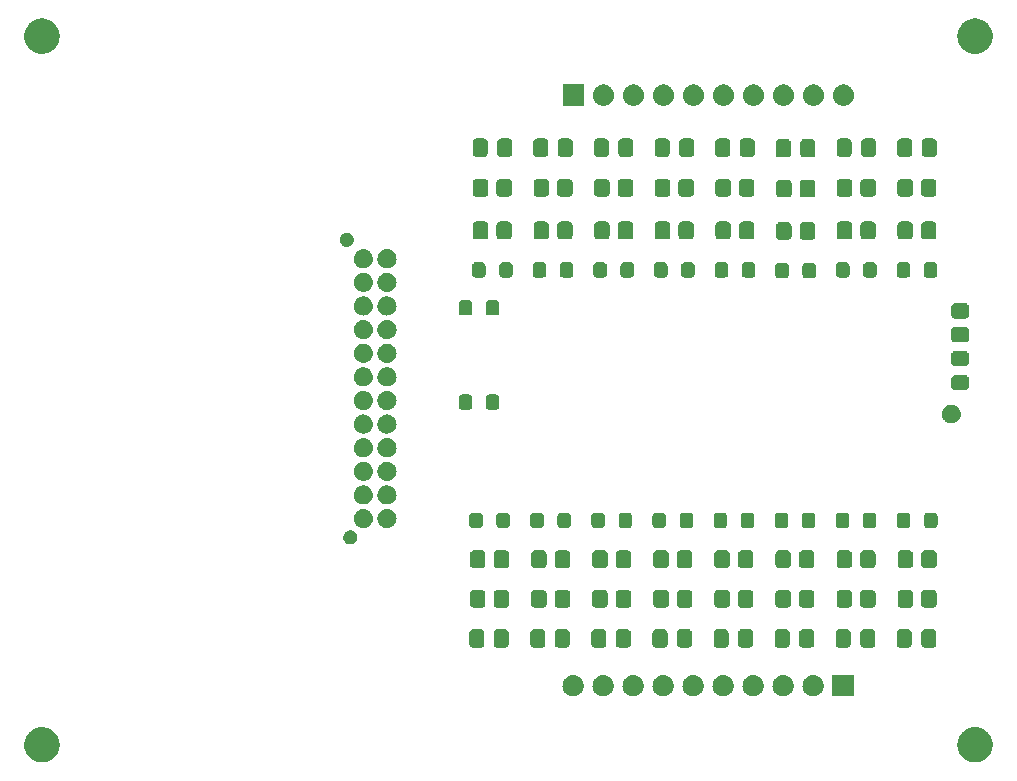
<source format=gts>
%TF.GenerationSoftware,KiCad,Pcbnew,7.0.2*%
%TF.CreationDate,2023-10-23T14:01:15-05:00*%
%TF.ProjectId,BPS-MinionShield,4250532d-4d69-46e6-996f-6e536869656c,rev?*%
%TF.SameCoordinates,Original*%
%TF.FileFunction,Soldermask,Top*%
%TF.FilePolarity,Negative*%
%FSLAX46Y46*%
G04 Gerber Fmt 4.6, Leading zero omitted, Abs format (unit mm)*
G04 Created by KiCad (PCBNEW 7.0.2) date 2023-10-23 14:01:15*
%MOMM*%
%LPD*%
G01*
G04 APERTURE LIST*
G04 APERTURE END LIST*
G36*
X103060189Y-131505123D02*
G01*
X103123869Y-131505123D01*
X103180709Y-131514608D01*
X103234594Y-131518849D01*
X103299492Y-131534429D01*
X103368228Y-131545900D01*
X103416977Y-131562635D01*
X103463405Y-131573782D01*
X103530981Y-131601772D01*
X103602543Y-131626340D01*
X103642514Y-131647971D01*
X103680810Y-131663834D01*
X103748686Y-131705428D01*
X103820422Y-131744250D01*
X103851463Y-131768410D01*
X103881451Y-131786787D01*
X103946985Y-131842758D01*
X104015922Y-131896414D01*
X104038408Y-131920840D01*
X104060387Y-131939612D01*
X104120737Y-132010273D01*
X104183711Y-132078681D01*
X104198514Y-132101339D01*
X104213212Y-132118548D01*
X104265441Y-132203778D01*
X104319211Y-132286079D01*
X104327612Y-132305232D01*
X104336165Y-132319189D01*
X104377383Y-132418698D01*
X104418726Y-132512951D01*
X104422347Y-132527252D01*
X104426217Y-132536594D01*
X104453663Y-132650914D01*
X104479542Y-132753108D01*
X104480250Y-132761658D01*
X104481150Y-132765405D01*
X104492293Y-132906994D01*
X104500000Y-133000000D01*
X104492290Y-133093035D01*
X104481150Y-133234594D01*
X104480250Y-133238340D01*
X104479542Y-133246892D01*
X104453658Y-133349103D01*
X104426217Y-133463405D01*
X104422348Y-133472744D01*
X104418726Y-133487049D01*
X104377375Y-133581318D01*
X104336165Y-133680810D01*
X104327614Y-133694763D01*
X104319211Y-133713921D01*
X104265431Y-133796237D01*
X104213212Y-133881451D01*
X104198517Y-133898656D01*
X104183711Y-133921319D01*
X104120725Y-133989739D01*
X104060387Y-134060387D01*
X104038412Y-134079155D01*
X104015922Y-134103586D01*
X103946972Y-134157251D01*
X103881451Y-134213212D01*
X103851469Y-134231584D01*
X103820422Y-134255750D01*
X103748672Y-134294578D01*
X103680810Y-134336165D01*
X103642522Y-134352024D01*
X103602543Y-134373660D01*
X103530966Y-134398231D01*
X103463405Y-134426217D01*
X103416987Y-134437360D01*
X103368228Y-134454100D01*
X103299479Y-134465572D01*
X103234594Y-134481150D01*
X103180721Y-134485389D01*
X103123869Y-134494877D01*
X103060176Y-134494877D01*
X102999999Y-134499613D01*
X102939823Y-134494877D01*
X102876131Y-134494877D01*
X102819279Y-134485390D01*
X102765405Y-134481150D01*
X102700517Y-134465571D01*
X102631772Y-134454100D01*
X102583014Y-134437361D01*
X102536594Y-134426217D01*
X102469027Y-134398229D01*
X102397457Y-134373660D01*
X102357480Y-134352025D01*
X102319189Y-134336165D01*
X102251319Y-134294574D01*
X102179578Y-134255750D01*
X102148534Y-134231587D01*
X102118548Y-134213212D01*
X102053016Y-134157242D01*
X101984078Y-134103586D01*
X101961591Y-134079159D01*
X101939612Y-134060387D01*
X101879260Y-133989724D01*
X101816289Y-133921319D01*
X101801486Y-133898661D01*
X101786787Y-133881451D01*
X101734552Y-133796212D01*
X101680789Y-133713921D01*
X101672388Y-133694769D01*
X101663834Y-133680810D01*
X101622606Y-133581277D01*
X101581274Y-133487049D01*
X101577653Y-133472751D01*
X101573782Y-133463405D01*
X101546322Y-133349027D01*
X101520458Y-133246892D01*
X101519749Y-133238346D01*
X101518849Y-133234594D01*
X101507688Y-133092783D01*
X101500000Y-133000000D01*
X101507687Y-132907223D01*
X101518849Y-132765405D01*
X101519750Y-132761651D01*
X101520458Y-132753108D01*
X101546317Y-132650990D01*
X101573782Y-132536594D01*
X101577653Y-132527246D01*
X101581274Y-132512951D01*
X101622598Y-132418739D01*
X101663834Y-132319189D01*
X101672389Y-132305226D01*
X101680789Y-132286079D01*
X101734542Y-132203802D01*
X101786787Y-132118548D01*
X101801488Y-132101334D01*
X101816289Y-132078681D01*
X101879248Y-132010288D01*
X101939612Y-131939612D01*
X101961595Y-131920836D01*
X101984078Y-131896414D01*
X102053002Y-131842767D01*
X102118548Y-131786787D01*
X102148540Y-131768407D01*
X102179578Y-131744250D01*
X102251305Y-131705433D01*
X102319189Y-131663834D01*
X102357488Y-131647969D01*
X102397457Y-131626340D01*
X102469013Y-131601774D01*
X102536594Y-131573782D01*
X102583024Y-131562634D01*
X102631772Y-131545900D01*
X102700503Y-131534430D01*
X102765405Y-131518849D01*
X102819290Y-131514608D01*
X102876131Y-131505123D01*
X102939811Y-131505123D01*
X103000000Y-131500386D01*
X103060189Y-131505123D01*
G37*
G36*
X182060188Y-131505123D02*
G01*
X182123869Y-131505123D01*
X182180709Y-131514608D01*
X182234594Y-131518849D01*
X182299492Y-131534429D01*
X182368228Y-131545900D01*
X182416977Y-131562635D01*
X182463405Y-131573782D01*
X182530981Y-131601772D01*
X182602543Y-131626340D01*
X182642514Y-131647971D01*
X182680810Y-131663834D01*
X182748686Y-131705428D01*
X182820422Y-131744250D01*
X182851463Y-131768410D01*
X182881451Y-131786787D01*
X182946985Y-131842758D01*
X183015922Y-131896414D01*
X183038408Y-131920840D01*
X183060387Y-131939612D01*
X183120737Y-132010273D01*
X183183711Y-132078681D01*
X183198514Y-132101339D01*
X183213212Y-132118548D01*
X183265441Y-132203778D01*
X183319211Y-132286079D01*
X183327612Y-132305232D01*
X183336165Y-132319189D01*
X183377383Y-132418698D01*
X183418726Y-132512951D01*
X183422347Y-132527252D01*
X183426217Y-132536594D01*
X183453663Y-132650914D01*
X183479542Y-132753108D01*
X183480250Y-132761658D01*
X183481150Y-132765405D01*
X183492293Y-132906994D01*
X183500000Y-133000000D01*
X183492290Y-133093035D01*
X183481150Y-133234594D01*
X183480250Y-133238340D01*
X183479542Y-133246892D01*
X183453658Y-133349103D01*
X183426217Y-133463405D01*
X183422348Y-133472744D01*
X183418726Y-133487049D01*
X183377375Y-133581318D01*
X183336165Y-133680810D01*
X183327614Y-133694763D01*
X183319211Y-133713921D01*
X183265431Y-133796237D01*
X183213212Y-133881451D01*
X183198517Y-133898656D01*
X183183711Y-133921319D01*
X183120725Y-133989739D01*
X183060387Y-134060387D01*
X183038412Y-134079155D01*
X183015922Y-134103586D01*
X182946972Y-134157251D01*
X182881451Y-134213212D01*
X182851469Y-134231584D01*
X182820422Y-134255750D01*
X182748672Y-134294578D01*
X182680810Y-134336165D01*
X182642522Y-134352024D01*
X182602543Y-134373660D01*
X182530966Y-134398231D01*
X182463405Y-134426217D01*
X182416987Y-134437360D01*
X182368228Y-134454100D01*
X182299479Y-134465572D01*
X182234594Y-134481150D01*
X182180721Y-134485389D01*
X182123869Y-134494877D01*
X182060176Y-134494877D01*
X181999999Y-134499613D01*
X181939823Y-134494877D01*
X181876131Y-134494877D01*
X181819279Y-134485390D01*
X181765405Y-134481150D01*
X181700517Y-134465571D01*
X181631772Y-134454100D01*
X181583014Y-134437361D01*
X181536594Y-134426217D01*
X181469027Y-134398229D01*
X181397457Y-134373660D01*
X181357480Y-134352025D01*
X181319189Y-134336165D01*
X181251319Y-134294574D01*
X181179578Y-134255750D01*
X181148534Y-134231587D01*
X181118548Y-134213212D01*
X181053016Y-134157242D01*
X180984078Y-134103586D01*
X180961591Y-134079159D01*
X180939612Y-134060387D01*
X180879260Y-133989724D01*
X180816289Y-133921319D01*
X180801486Y-133898661D01*
X180786787Y-133881451D01*
X180734552Y-133796212D01*
X180680789Y-133713921D01*
X180672388Y-133694769D01*
X180663834Y-133680810D01*
X180622606Y-133581277D01*
X180581274Y-133487049D01*
X180577653Y-133472751D01*
X180573782Y-133463405D01*
X180546322Y-133349027D01*
X180520458Y-133246892D01*
X180519749Y-133238346D01*
X180518849Y-133234594D01*
X180507689Y-133092795D01*
X180500000Y-133000000D01*
X180507686Y-132907235D01*
X180518849Y-132765405D01*
X180519750Y-132761651D01*
X180520458Y-132753108D01*
X180546317Y-132650990D01*
X180573782Y-132536594D01*
X180577653Y-132527246D01*
X180581274Y-132512951D01*
X180622598Y-132418739D01*
X180663834Y-132319189D01*
X180672389Y-132305226D01*
X180680789Y-132286079D01*
X180734542Y-132203802D01*
X180786787Y-132118548D01*
X180801488Y-132101334D01*
X180816289Y-132078681D01*
X180879248Y-132010288D01*
X180939612Y-131939612D01*
X180961595Y-131920836D01*
X180984078Y-131896414D01*
X181053002Y-131842767D01*
X181118548Y-131786787D01*
X181148540Y-131768407D01*
X181179578Y-131744250D01*
X181251305Y-131705433D01*
X181319189Y-131663834D01*
X181357488Y-131647969D01*
X181397457Y-131626340D01*
X181469013Y-131601774D01*
X181536594Y-131573782D01*
X181583024Y-131562634D01*
X181631772Y-131545900D01*
X181700503Y-131534430D01*
X181765405Y-131518849D01*
X181819291Y-131514608D01*
X181876131Y-131505123D01*
X181939810Y-131505123D01*
X181999999Y-131500386D01*
X182060188Y-131505123D01*
G37*
G36*
X171699517Y-127102882D02*
G01*
X171716062Y-127113938D01*
X171727118Y-127130483D01*
X171731000Y-127150000D01*
X171731000Y-128850000D01*
X171727118Y-128869517D01*
X171716062Y-128886062D01*
X171699517Y-128897118D01*
X171680000Y-128901000D01*
X169980000Y-128901000D01*
X169960483Y-128897118D01*
X169943938Y-128886062D01*
X169932882Y-128869517D01*
X169929000Y-128850000D01*
X169929000Y-127150000D01*
X169932882Y-127130483D01*
X169943938Y-127113938D01*
X169960483Y-127102882D01*
X169980000Y-127099000D01*
X171680000Y-127099000D01*
X171699517Y-127102882D01*
G37*
G36*
X148013983Y-127103936D02*
G01*
X148064180Y-127103936D01*
X148107524Y-127113149D01*
X148145659Y-127116905D01*
X148193566Y-127131437D01*
X148248424Y-127143098D01*
X148283530Y-127158728D01*
X148314566Y-127168143D01*
X148363884Y-127194504D01*
X148420500Y-127219711D01*
X148446822Y-127238835D01*
X148470232Y-127251348D01*
X148517988Y-127290540D01*
X148572887Y-127330427D01*
X148590711Y-127350223D01*
X148606675Y-127363324D01*
X148649572Y-127415594D01*
X148698924Y-127470405D01*
X148709292Y-127488363D01*
X148718651Y-127499767D01*
X148753273Y-127564542D01*
X148793104Y-127633530D01*
X148797685Y-127647630D01*
X148801856Y-127655433D01*
X148824852Y-127731242D01*
X148851311Y-127812672D01*
X148852242Y-127821532D01*
X148853094Y-127824340D01*
X148861384Y-127908513D01*
X148871000Y-128000000D01*
X148861383Y-128091494D01*
X148853094Y-128175659D01*
X148852242Y-128178466D01*
X148851311Y-128187328D01*
X148824848Y-128268771D01*
X148801856Y-128344566D01*
X148797686Y-128352366D01*
X148793104Y-128366470D01*
X148753266Y-128435470D01*
X148718651Y-128500232D01*
X148709294Y-128511633D01*
X148698924Y-128529595D01*
X148649563Y-128584415D01*
X148606675Y-128636675D01*
X148590714Y-128649773D01*
X148572887Y-128669573D01*
X148517977Y-128709467D01*
X148470232Y-128748651D01*
X148446827Y-128761161D01*
X148420500Y-128780289D01*
X148363873Y-128805500D01*
X148314566Y-128831856D01*
X148283537Y-128841268D01*
X148248424Y-128856902D01*
X148193555Y-128868564D01*
X148145659Y-128883094D01*
X148107533Y-128886849D01*
X148064180Y-128896064D01*
X148013972Y-128896064D01*
X147969999Y-128900395D01*
X147926026Y-128896064D01*
X147875820Y-128896064D01*
X147832467Y-128886849D01*
X147794340Y-128883094D01*
X147746441Y-128868563D01*
X147691576Y-128856902D01*
X147656464Y-128841269D01*
X147625433Y-128831856D01*
X147576120Y-128805498D01*
X147519500Y-128780289D01*
X147493175Y-128761163D01*
X147469767Y-128748651D01*
X147422013Y-128709460D01*
X147367113Y-128669573D01*
X147349287Y-128649776D01*
X147333324Y-128636675D01*
X147290425Y-128584402D01*
X147241076Y-128529595D01*
X147230708Y-128511637D01*
X147221348Y-128500232D01*
X147186719Y-128435447D01*
X147146896Y-128366470D01*
X147142315Y-128352371D01*
X147138143Y-128344566D01*
X147115136Y-128268725D01*
X147088689Y-128187328D01*
X147087758Y-128178471D01*
X147086905Y-128175659D01*
X147078600Y-128091342D01*
X147069000Y-128000000D01*
X147078599Y-127908664D01*
X147086905Y-127824340D01*
X147087758Y-127821527D01*
X147088689Y-127812672D01*
X147115132Y-127731288D01*
X147138143Y-127655433D01*
X147142315Y-127647626D01*
X147146896Y-127633530D01*
X147186712Y-127564565D01*
X147221348Y-127499767D01*
X147230710Y-127488359D01*
X147241076Y-127470405D01*
X147290416Y-127415607D01*
X147333324Y-127363324D01*
X147349291Y-127350219D01*
X147367113Y-127330427D01*
X147422002Y-127290546D01*
X147469767Y-127251348D01*
X147493180Y-127238833D01*
X147519500Y-127219711D01*
X147576109Y-127194506D01*
X147625433Y-127168143D01*
X147656471Y-127158727D01*
X147691576Y-127143098D01*
X147746430Y-127131438D01*
X147794340Y-127116905D01*
X147832476Y-127113148D01*
X147875820Y-127103936D01*
X147926016Y-127103936D01*
X147969999Y-127099604D01*
X148013983Y-127103936D01*
G37*
G36*
X150553983Y-127103936D02*
G01*
X150604180Y-127103936D01*
X150647524Y-127113149D01*
X150685659Y-127116905D01*
X150733566Y-127131437D01*
X150788424Y-127143098D01*
X150823530Y-127158728D01*
X150854566Y-127168143D01*
X150903884Y-127194504D01*
X150960500Y-127219711D01*
X150986822Y-127238835D01*
X151010232Y-127251348D01*
X151057988Y-127290540D01*
X151112887Y-127330427D01*
X151130711Y-127350223D01*
X151146675Y-127363324D01*
X151189572Y-127415594D01*
X151238924Y-127470405D01*
X151249292Y-127488363D01*
X151258651Y-127499767D01*
X151293273Y-127564542D01*
X151333104Y-127633530D01*
X151337685Y-127647630D01*
X151341856Y-127655433D01*
X151364852Y-127731242D01*
X151391311Y-127812672D01*
X151392242Y-127821532D01*
X151393094Y-127824340D01*
X151401384Y-127908513D01*
X151411000Y-128000000D01*
X151401383Y-128091494D01*
X151393094Y-128175659D01*
X151392242Y-128178466D01*
X151391311Y-128187328D01*
X151364848Y-128268771D01*
X151341856Y-128344566D01*
X151337686Y-128352366D01*
X151333104Y-128366470D01*
X151293266Y-128435470D01*
X151258651Y-128500232D01*
X151249294Y-128511633D01*
X151238924Y-128529595D01*
X151189563Y-128584415D01*
X151146675Y-128636675D01*
X151130714Y-128649773D01*
X151112887Y-128669573D01*
X151057977Y-128709467D01*
X151010232Y-128748651D01*
X150986827Y-128761161D01*
X150960500Y-128780289D01*
X150903873Y-128805500D01*
X150854566Y-128831856D01*
X150823537Y-128841268D01*
X150788424Y-128856902D01*
X150733555Y-128868564D01*
X150685659Y-128883094D01*
X150647533Y-128886849D01*
X150604180Y-128896064D01*
X150553972Y-128896064D01*
X150509999Y-128900395D01*
X150466026Y-128896064D01*
X150415820Y-128896064D01*
X150372467Y-128886849D01*
X150334340Y-128883094D01*
X150286441Y-128868563D01*
X150231576Y-128856902D01*
X150196464Y-128841269D01*
X150165433Y-128831856D01*
X150116120Y-128805498D01*
X150059500Y-128780289D01*
X150033175Y-128761163D01*
X150009767Y-128748651D01*
X149962013Y-128709460D01*
X149907113Y-128669573D01*
X149889287Y-128649776D01*
X149873324Y-128636675D01*
X149830425Y-128584402D01*
X149781076Y-128529595D01*
X149770708Y-128511637D01*
X149761348Y-128500232D01*
X149726719Y-128435447D01*
X149686896Y-128366470D01*
X149682315Y-128352371D01*
X149678143Y-128344566D01*
X149655136Y-128268725D01*
X149628689Y-128187328D01*
X149627758Y-128178471D01*
X149626905Y-128175659D01*
X149618600Y-128091342D01*
X149609000Y-128000000D01*
X149618599Y-127908664D01*
X149626905Y-127824340D01*
X149627758Y-127821527D01*
X149628689Y-127812672D01*
X149655132Y-127731288D01*
X149678143Y-127655433D01*
X149682315Y-127647626D01*
X149686896Y-127633530D01*
X149726712Y-127564565D01*
X149761348Y-127499767D01*
X149770710Y-127488359D01*
X149781076Y-127470405D01*
X149830416Y-127415607D01*
X149873324Y-127363324D01*
X149889291Y-127350219D01*
X149907113Y-127330427D01*
X149962002Y-127290546D01*
X150009767Y-127251348D01*
X150033180Y-127238833D01*
X150059500Y-127219711D01*
X150116109Y-127194506D01*
X150165433Y-127168143D01*
X150196471Y-127158727D01*
X150231576Y-127143098D01*
X150286430Y-127131438D01*
X150334340Y-127116905D01*
X150372476Y-127113148D01*
X150415820Y-127103936D01*
X150466016Y-127103936D01*
X150509999Y-127099604D01*
X150553983Y-127103936D01*
G37*
G36*
X153093983Y-127103936D02*
G01*
X153144180Y-127103936D01*
X153187524Y-127113149D01*
X153225659Y-127116905D01*
X153273566Y-127131437D01*
X153328424Y-127143098D01*
X153363530Y-127158728D01*
X153394566Y-127168143D01*
X153443884Y-127194504D01*
X153500500Y-127219711D01*
X153526822Y-127238835D01*
X153550232Y-127251348D01*
X153597988Y-127290540D01*
X153652887Y-127330427D01*
X153670711Y-127350223D01*
X153686675Y-127363324D01*
X153729572Y-127415594D01*
X153778924Y-127470405D01*
X153789292Y-127488363D01*
X153798651Y-127499767D01*
X153833273Y-127564542D01*
X153873104Y-127633530D01*
X153877685Y-127647630D01*
X153881856Y-127655433D01*
X153904852Y-127731242D01*
X153931311Y-127812672D01*
X153932242Y-127821532D01*
X153933094Y-127824340D01*
X153941384Y-127908513D01*
X153951000Y-128000000D01*
X153941383Y-128091494D01*
X153933094Y-128175659D01*
X153932242Y-128178466D01*
X153931311Y-128187328D01*
X153904848Y-128268771D01*
X153881856Y-128344566D01*
X153877686Y-128352366D01*
X153873104Y-128366470D01*
X153833266Y-128435470D01*
X153798651Y-128500232D01*
X153789294Y-128511633D01*
X153778924Y-128529595D01*
X153729563Y-128584415D01*
X153686675Y-128636675D01*
X153670714Y-128649773D01*
X153652887Y-128669573D01*
X153597977Y-128709467D01*
X153550232Y-128748651D01*
X153526827Y-128761161D01*
X153500500Y-128780289D01*
X153443873Y-128805500D01*
X153394566Y-128831856D01*
X153363537Y-128841268D01*
X153328424Y-128856902D01*
X153273555Y-128868564D01*
X153225659Y-128883094D01*
X153187533Y-128886849D01*
X153144180Y-128896064D01*
X153093972Y-128896064D01*
X153049999Y-128900395D01*
X153006026Y-128896064D01*
X152955820Y-128896064D01*
X152912467Y-128886849D01*
X152874340Y-128883094D01*
X152826441Y-128868563D01*
X152771576Y-128856902D01*
X152736464Y-128841269D01*
X152705433Y-128831856D01*
X152656120Y-128805498D01*
X152599500Y-128780289D01*
X152573175Y-128761163D01*
X152549767Y-128748651D01*
X152502013Y-128709460D01*
X152447113Y-128669573D01*
X152429287Y-128649776D01*
X152413324Y-128636675D01*
X152370425Y-128584402D01*
X152321076Y-128529595D01*
X152310708Y-128511637D01*
X152301348Y-128500232D01*
X152266719Y-128435447D01*
X152226896Y-128366470D01*
X152222315Y-128352371D01*
X152218143Y-128344566D01*
X152195136Y-128268725D01*
X152168689Y-128187328D01*
X152167758Y-128178471D01*
X152166905Y-128175659D01*
X152158600Y-128091342D01*
X152149000Y-128000000D01*
X152158599Y-127908664D01*
X152166905Y-127824340D01*
X152167758Y-127821527D01*
X152168689Y-127812672D01*
X152195132Y-127731288D01*
X152218143Y-127655433D01*
X152222315Y-127647626D01*
X152226896Y-127633530D01*
X152266712Y-127564565D01*
X152301348Y-127499767D01*
X152310710Y-127488359D01*
X152321076Y-127470405D01*
X152370416Y-127415607D01*
X152413324Y-127363324D01*
X152429291Y-127350219D01*
X152447113Y-127330427D01*
X152502002Y-127290546D01*
X152549767Y-127251348D01*
X152573180Y-127238833D01*
X152599500Y-127219711D01*
X152656109Y-127194506D01*
X152705433Y-127168143D01*
X152736471Y-127158727D01*
X152771576Y-127143098D01*
X152826430Y-127131438D01*
X152874340Y-127116905D01*
X152912476Y-127113148D01*
X152955820Y-127103936D01*
X153006016Y-127103936D01*
X153049999Y-127099604D01*
X153093983Y-127103936D01*
G37*
G36*
X155633983Y-127103936D02*
G01*
X155684180Y-127103936D01*
X155727524Y-127113149D01*
X155765659Y-127116905D01*
X155813566Y-127131437D01*
X155868424Y-127143098D01*
X155903530Y-127158728D01*
X155934566Y-127168143D01*
X155983884Y-127194504D01*
X156040500Y-127219711D01*
X156066822Y-127238835D01*
X156090232Y-127251348D01*
X156137988Y-127290540D01*
X156192887Y-127330427D01*
X156210711Y-127350223D01*
X156226675Y-127363324D01*
X156269572Y-127415594D01*
X156318924Y-127470405D01*
X156329292Y-127488363D01*
X156338651Y-127499767D01*
X156373273Y-127564542D01*
X156413104Y-127633530D01*
X156417685Y-127647630D01*
X156421856Y-127655433D01*
X156444852Y-127731242D01*
X156471311Y-127812672D01*
X156472242Y-127821532D01*
X156473094Y-127824340D01*
X156481384Y-127908513D01*
X156491000Y-128000000D01*
X156481383Y-128091494D01*
X156473094Y-128175659D01*
X156472242Y-128178466D01*
X156471311Y-128187328D01*
X156444848Y-128268771D01*
X156421856Y-128344566D01*
X156417686Y-128352366D01*
X156413104Y-128366470D01*
X156373266Y-128435470D01*
X156338651Y-128500232D01*
X156329294Y-128511633D01*
X156318924Y-128529595D01*
X156269563Y-128584415D01*
X156226675Y-128636675D01*
X156210714Y-128649773D01*
X156192887Y-128669573D01*
X156137977Y-128709467D01*
X156090232Y-128748651D01*
X156066827Y-128761161D01*
X156040500Y-128780289D01*
X155983873Y-128805500D01*
X155934566Y-128831856D01*
X155903537Y-128841268D01*
X155868424Y-128856902D01*
X155813555Y-128868564D01*
X155765659Y-128883094D01*
X155727532Y-128886849D01*
X155684180Y-128896064D01*
X155633973Y-128896064D01*
X155590000Y-128900395D01*
X155546027Y-128896064D01*
X155495820Y-128896064D01*
X155452467Y-128886849D01*
X155414340Y-128883094D01*
X155366441Y-128868563D01*
X155311576Y-128856902D01*
X155276464Y-128841269D01*
X155245433Y-128831856D01*
X155196120Y-128805498D01*
X155139500Y-128780289D01*
X155113175Y-128761163D01*
X155089767Y-128748651D01*
X155042013Y-128709460D01*
X154987113Y-128669573D01*
X154969287Y-128649776D01*
X154953324Y-128636675D01*
X154910425Y-128584402D01*
X154861076Y-128529595D01*
X154850708Y-128511637D01*
X154841348Y-128500232D01*
X154806719Y-128435447D01*
X154766896Y-128366470D01*
X154762315Y-128352371D01*
X154758143Y-128344566D01*
X154735136Y-128268725D01*
X154708689Y-128187328D01*
X154707758Y-128178471D01*
X154706905Y-128175659D01*
X154698600Y-128091342D01*
X154689000Y-128000000D01*
X154698599Y-127908664D01*
X154706905Y-127824340D01*
X154707758Y-127821527D01*
X154708689Y-127812672D01*
X154735132Y-127731288D01*
X154758143Y-127655433D01*
X154762315Y-127647626D01*
X154766896Y-127633530D01*
X154806712Y-127564565D01*
X154841348Y-127499767D01*
X154850710Y-127488359D01*
X154861076Y-127470405D01*
X154910416Y-127415607D01*
X154953324Y-127363324D01*
X154969291Y-127350219D01*
X154987113Y-127330427D01*
X155042002Y-127290546D01*
X155089767Y-127251348D01*
X155113180Y-127238833D01*
X155139500Y-127219711D01*
X155196109Y-127194506D01*
X155245433Y-127168143D01*
X155276471Y-127158727D01*
X155311576Y-127143098D01*
X155366430Y-127131438D01*
X155414340Y-127116905D01*
X155452476Y-127113148D01*
X155495820Y-127103936D01*
X155546016Y-127103936D01*
X155590000Y-127099604D01*
X155633983Y-127103936D01*
G37*
G36*
X158173983Y-127103936D02*
G01*
X158224180Y-127103936D01*
X158267524Y-127113149D01*
X158305659Y-127116905D01*
X158353566Y-127131437D01*
X158408424Y-127143098D01*
X158443530Y-127158728D01*
X158474566Y-127168143D01*
X158523884Y-127194504D01*
X158580500Y-127219711D01*
X158606822Y-127238835D01*
X158630232Y-127251348D01*
X158677988Y-127290540D01*
X158732887Y-127330427D01*
X158750711Y-127350223D01*
X158766675Y-127363324D01*
X158809572Y-127415594D01*
X158858924Y-127470405D01*
X158869292Y-127488363D01*
X158878651Y-127499767D01*
X158913273Y-127564542D01*
X158953104Y-127633530D01*
X158957685Y-127647630D01*
X158961856Y-127655433D01*
X158984852Y-127731242D01*
X159011311Y-127812672D01*
X159012242Y-127821532D01*
X159013094Y-127824340D01*
X159021384Y-127908513D01*
X159031000Y-128000000D01*
X159021383Y-128091494D01*
X159013094Y-128175659D01*
X159012242Y-128178466D01*
X159011311Y-128187328D01*
X158984848Y-128268771D01*
X158961856Y-128344566D01*
X158957686Y-128352366D01*
X158953104Y-128366470D01*
X158913266Y-128435470D01*
X158878651Y-128500232D01*
X158869294Y-128511633D01*
X158858924Y-128529595D01*
X158809563Y-128584415D01*
X158766675Y-128636675D01*
X158750714Y-128649773D01*
X158732887Y-128669573D01*
X158677977Y-128709467D01*
X158630232Y-128748651D01*
X158606827Y-128761161D01*
X158580500Y-128780289D01*
X158523873Y-128805500D01*
X158474566Y-128831856D01*
X158443537Y-128841268D01*
X158408424Y-128856902D01*
X158353555Y-128868564D01*
X158305659Y-128883094D01*
X158267532Y-128886849D01*
X158224180Y-128896064D01*
X158173973Y-128896064D01*
X158130000Y-128900395D01*
X158086027Y-128896064D01*
X158035820Y-128896064D01*
X157992467Y-128886849D01*
X157954340Y-128883094D01*
X157906441Y-128868563D01*
X157851576Y-128856902D01*
X157816464Y-128841269D01*
X157785433Y-128831856D01*
X157736120Y-128805498D01*
X157679500Y-128780289D01*
X157653175Y-128761163D01*
X157629767Y-128748651D01*
X157582013Y-128709460D01*
X157527113Y-128669573D01*
X157509287Y-128649776D01*
X157493324Y-128636675D01*
X157450425Y-128584402D01*
X157401076Y-128529595D01*
X157390708Y-128511637D01*
X157381348Y-128500232D01*
X157346719Y-128435447D01*
X157306896Y-128366470D01*
X157302315Y-128352371D01*
X157298143Y-128344566D01*
X157275136Y-128268725D01*
X157248689Y-128187328D01*
X157247758Y-128178471D01*
X157246905Y-128175659D01*
X157238600Y-128091342D01*
X157229000Y-128000000D01*
X157238599Y-127908664D01*
X157246905Y-127824340D01*
X157247758Y-127821527D01*
X157248689Y-127812672D01*
X157275132Y-127731288D01*
X157298143Y-127655433D01*
X157302315Y-127647626D01*
X157306896Y-127633530D01*
X157346712Y-127564565D01*
X157381348Y-127499767D01*
X157390710Y-127488359D01*
X157401076Y-127470405D01*
X157450416Y-127415607D01*
X157493324Y-127363324D01*
X157509291Y-127350219D01*
X157527113Y-127330427D01*
X157582002Y-127290546D01*
X157629767Y-127251348D01*
X157653180Y-127238833D01*
X157679500Y-127219711D01*
X157736109Y-127194506D01*
X157785433Y-127168143D01*
X157816471Y-127158727D01*
X157851576Y-127143098D01*
X157906430Y-127131438D01*
X157954340Y-127116905D01*
X157992476Y-127113148D01*
X158035820Y-127103936D01*
X158086016Y-127103936D01*
X158130000Y-127099604D01*
X158173983Y-127103936D01*
G37*
G36*
X160713983Y-127103936D02*
G01*
X160764180Y-127103936D01*
X160807524Y-127113149D01*
X160845659Y-127116905D01*
X160893566Y-127131437D01*
X160948424Y-127143098D01*
X160983530Y-127158728D01*
X161014566Y-127168143D01*
X161063884Y-127194504D01*
X161120500Y-127219711D01*
X161146822Y-127238835D01*
X161170232Y-127251348D01*
X161217988Y-127290540D01*
X161272887Y-127330427D01*
X161290711Y-127350223D01*
X161306675Y-127363324D01*
X161349572Y-127415594D01*
X161398924Y-127470405D01*
X161409292Y-127488363D01*
X161418651Y-127499767D01*
X161453273Y-127564542D01*
X161493104Y-127633530D01*
X161497685Y-127647630D01*
X161501856Y-127655433D01*
X161524852Y-127731242D01*
X161551311Y-127812672D01*
X161552242Y-127821532D01*
X161553094Y-127824340D01*
X161561384Y-127908513D01*
X161571000Y-128000000D01*
X161561383Y-128091494D01*
X161553094Y-128175659D01*
X161552242Y-128178466D01*
X161551311Y-128187328D01*
X161524848Y-128268771D01*
X161501856Y-128344566D01*
X161497686Y-128352366D01*
X161493104Y-128366470D01*
X161453266Y-128435470D01*
X161418651Y-128500232D01*
X161409294Y-128511633D01*
X161398924Y-128529595D01*
X161349563Y-128584415D01*
X161306675Y-128636675D01*
X161290714Y-128649773D01*
X161272887Y-128669573D01*
X161217977Y-128709467D01*
X161170232Y-128748651D01*
X161146827Y-128761161D01*
X161120500Y-128780289D01*
X161063873Y-128805500D01*
X161014566Y-128831856D01*
X160983537Y-128841268D01*
X160948424Y-128856902D01*
X160893555Y-128868564D01*
X160845659Y-128883094D01*
X160807532Y-128886849D01*
X160764180Y-128896064D01*
X160713973Y-128896064D01*
X160670000Y-128900395D01*
X160626027Y-128896064D01*
X160575820Y-128896064D01*
X160532467Y-128886849D01*
X160494340Y-128883094D01*
X160446441Y-128868563D01*
X160391576Y-128856902D01*
X160356464Y-128841269D01*
X160325433Y-128831856D01*
X160276120Y-128805498D01*
X160219500Y-128780289D01*
X160193175Y-128761163D01*
X160169767Y-128748651D01*
X160122013Y-128709460D01*
X160067113Y-128669573D01*
X160049287Y-128649776D01*
X160033324Y-128636675D01*
X159990425Y-128584402D01*
X159941076Y-128529595D01*
X159930708Y-128511637D01*
X159921348Y-128500232D01*
X159886719Y-128435447D01*
X159846896Y-128366470D01*
X159842315Y-128352371D01*
X159838143Y-128344566D01*
X159815136Y-128268725D01*
X159788689Y-128187328D01*
X159787758Y-128178471D01*
X159786905Y-128175659D01*
X159778600Y-128091342D01*
X159769000Y-128000000D01*
X159778599Y-127908664D01*
X159786905Y-127824340D01*
X159787758Y-127821527D01*
X159788689Y-127812672D01*
X159815132Y-127731288D01*
X159838143Y-127655433D01*
X159842315Y-127647626D01*
X159846896Y-127633530D01*
X159886712Y-127564565D01*
X159921348Y-127499767D01*
X159930710Y-127488359D01*
X159941076Y-127470405D01*
X159990416Y-127415607D01*
X160033324Y-127363324D01*
X160049291Y-127350219D01*
X160067113Y-127330427D01*
X160122002Y-127290546D01*
X160169767Y-127251348D01*
X160193180Y-127238833D01*
X160219500Y-127219711D01*
X160276109Y-127194506D01*
X160325433Y-127168143D01*
X160356471Y-127158727D01*
X160391576Y-127143098D01*
X160446430Y-127131438D01*
X160494340Y-127116905D01*
X160532476Y-127113148D01*
X160575820Y-127103936D01*
X160626016Y-127103936D01*
X160670000Y-127099604D01*
X160713983Y-127103936D01*
G37*
G36*
X163253983Y-127103936D02*
G01*
X163304180Y-127103936D01*
X163347524Y-127113149D01*
X163385659Y-127116905D01*
X163433566Y-127131437D01*
X163488424Y-127143098D01*
X163523530Y-127158728D01*
X163554566Y-127168143D01*
X163603884Y-127194504D01*
X163660500Y-127219711D01*
X163686822Y-127238835D01*
X163710232Y-127251348D01*
X163757988Y-127290540D01*
X163812887Y-127330427D01*
X163830711Y-127350223D01*
X163846675Y-127363324D01*
X163889572Y-127415594D01*
X163938924Y-127470405D01*
X163949292Y-127488363D01*
X163958651Y-127499767D01*
X163993273Y-127564542D01*
X164033104Y-127633530D01*
X164037685Y-127647630D01*
X164041856Y-127655433D01*
X164064852Y-127731242D01*
X164091311Y-127812672D01*
X164092242Y-127821532D01*
X164093094Y-127824340D01*
X164101384Y-127908513D01*
X164111000Y-128000000D01*
X164101383Y-128091494D01*
X164093094Y-128175659D01*
X164092242Y-128178466D01*
X164091311Y-128187328D01*
X164064848Y-128268771D01*
X164041856Y-128344566D01*
X164037686Y-128352366D01*
X164033104Y-128366470D01*
X163993266Y-128435470D01*
X163958651Y-128500232D01*
X163949294Y-128511633D01*
X163938924Y-128529595D01*
X163889563Y-128584415D01*
X163846675Y-128636675D01*
X163830714Y-128649773D01*
X163812887Y-128669573D01*
X163757977Y-128709467D01*
X163710232Y-128748651D01*
X163686827Y-128761161D01*
X163660500Y-128780289D01*
X163603873Y-128805500D01*
X163554566Y-128831856D01*
X163523537Y-128841268D01*
X163488424Y-128856902D01*
X163433555Y-128868564D01*
X163385659Y-128883094D01*
X163347532Y-128886849D01*
X163304180Y-128896064D01*
X163253973Y-128896064D01*
X163210000Y-128900395D01*
X163166027Y-128896064D01*
X163115820Y-128896064D01*
X163072467Y-128886849D01*
X163034340Y-128883094D01*
X162986441Y-128868563D01*
X162931576Y-128856902D01*
X162896464Y-128841269D01*
X162865433Y-128831856D01*
X162816120Y-128805498D01*
X162759500Y-128780289D01*
X162733175Y-128761163D01*
X162709767Y-128748651D01*
X162662013Y-128709460D01*
X162607113Y-128669573D01*
X162589287Y-128649776D01*
X162573324Y-128636675D01*
X162530425Y-128584402D01*
X162481076Y-128529595D01*
X162470708Y-128511637D01*
X162461348Y-128500232D01*
X162426719Y-128435447D01*
X162386896Y-128366470D01*
X162382315Y-128352371D01*
X162378143Y-128344566D01*
X162355136Y-128268725D01*
X162328689Y-128187328D01*
X162327758Y-128178471D01*
X162326905Y-128175659D01*
X162318600Y-128091342D01*
X162309000Y-128000000D01*
X162318599Y-127908664D01*
X162326905Y-127824340D01*
X162327758Y-127821527D01*
X162328689Y-127812672D01*
X162355132Y-127731288D01*
X162378143Y-127655433D01*
X162382315Y-127647626D01*
X162386896Y-127633530D01*
X162426712Y-127564565D01*
X162461348Y-127499767D01*
X162470710Y-127488359D01*
X162481076Y-127470405D01*
X162530416Y-127415607D01*
X162573324Y-127363324D01*
X162589291Y-127350219D01*
X162607113Y-127330427D01*
X162662002Y-127290546D01*
X162709767Y-127251348D01*
X162733180Y-127238833D01*
X162759500Y-127219711D01*
X162816109Y-127194506D01*
X162865433Y-127168143D01*
X162896471Y-127158727D01*
X162931576Y-127143098D01*
X162986430Y-127131438D01*
X163034340Y-127116905D01*
X163072476Y-127113148D01*
X163115820Y-127103936D01*
X163166016Y-127103936D01*
X163210000Y-127099604D01*
X163253983Y-127103936D01*
G37*
G36*
X165793983Y-127103936D02*
G01*
X165844180Y-127103936D01*
X165887524Y-127113149D01*
X165925659Y-127116905D01*
X165973566Y-127131437D01*
X166028424Y-127143098D01*
X166063530Y-127158728D01*
X166094566Y-127168143D01*
X166143884Y-127194504D01*
X166200500Y-127219711D01*
X166226822Y-127238835D01*
X166250232Y-127251348D01*
X166297988Y-127290540D01*
X166352887Y-127330427D01*
X166370711Y-127350223D01*
X166386675Y-127363324D01*
X166429572Y-127415594D01*
X166478924Y-127470405D01*
X166489292Y-127488363D01*
X166498651Y-127499767D01*
X166533273Y-127564542D01*
X166573104Y-127633530D01*
X166577685Y-127647630D01*
X166581856Y-127655433D01*
X166604852Y-127731242D01*
X166631311Y-127812672D01*
X166632242Y-127821532D01*
X166633094Y-127824340D01*
X166641384Y-127908513D01*
X166651000Y-128000000D01*
X166641383Y-128091494D01*
X166633094Y-128175659D01*
X166632242Y-128178466D01*
X166631311Y-128187328D01*
X166604848Y-128268771D01*
X166581856Y-128344566D01*
X166577686Y-128352366D01*
X166573104Y-128366470D01*
X166533266Y-128435470D01*
X166498651Y-128500232D01*
X166489294Y-128511633D01*
X166478924Y-128529595D01*
X166429563Y-128584415D01*
X166386675Y-128636675D01*
X166370714Y-128649773D01*
X166352887Y-128669573D01*
X166297977Y-128709467D01*
X166250232Y-128748651D01*
X166226827Y-128761161D01*
X166200500Y-128780289D01*
X166143873Y-128805500D01*
X166094566Y-128831856D01*
X166063537Y-128841268D01*
X166028424Y-128856902D01*
X165973555Y-128868564D01*
X165925659Y-128883094D01*
X165887533Y-128886849D01*
X165844180Y-128896064D01*
X165793972Y-128896064D01*
X165749999Y-128900395D01*
X165706026Y-128896064D01*
X165655820Y-128896064D01*
X165612467Y-128886849D01*
X165574340Y-128883094D01*
X165526441Y-128868563D01*
X165471576Y-128856902D01*
X165436464Y-128841269D01*
X165405433Y-128831856D01*
X165356120Y-128805498D01*
X165299500Y-128780289D01*
X165273175Y-128761163D01*
X165249767Y-128748651D01*
X165202013Y-128709460D01*
X165147113Y-128669573D01*
X165129287Y-128649776D01*
X165113324Y-128636675D01*
X165070425Y-128584402D01*
X165021076Y-128529595D01*
X165010708Y-128511637D01*
X165001348Y-128500232D01*
X164966719Y-128435447D01*
X164926896Y-128366470D01*
X164922315Y-128352371D01*
X164918143Y-128344566D01*
X164895136Y-128268725D01*
X164868689Y-128187328D01*
X164867758Y-128178471D01*
X164866905Y-128175659D01*
X164858600Y-128091342D01*
X164849000Y-128000000D01*
X164858599Y-127908664D01*
X164866905Y-127824340D01*
X164867758Y-127821527D01*
X164868689Y-127812672D01*
X164895132Y-127731288D01*
X164918143Y-127655433D01*
X164922315Y-127647626D01*
X164926896Y-127633530D01*
X164966712Y-127564565D01*
X165001348Y-127499767D01*
X165010710Y-127488359D01*
X165021076Y-127470405D01*
X165070416Y-127415607D01*
X165113324Y-127363324D01*
X165129291Y-127350219D01*
X165147113Y-127330427D01*
X165202002Y-127290546D01*
X165249767Y-127251348D01*
X165273180Y-127238833D01*
X165299500Y-127219711D01*
X165356109Y-127194506D01*
X165405433Y-127168143D01*
X165436471Y-127158727D01*
X165471576Y-127143098D01*
X165526430Y-127131438D01*
X165574340Y-127116905D01*
X165612476Y-127113148D01*
X165655820Y-127103936D01*
X165706016Y-127103936D01*
X165749999Y-127099604D01*
X165793983Y-127103936D01*
G37*
G36*
X168333983Y-127103936D02*
G01*
X168384180Y-127103936D01*
X168427524Y-127113149D01*
X168465659Y-127116905D01*
X168513566Y-127131437D01*
X168568424Y-127143098D01*
X168603530Y-127158728D01*
X168634566Y-127168143D01*
X168683884Y-127194504D01*
X168740500Y-127219711D01*
X168766822Y-127238835D01*
X168790232Y-127251348D01*
X168837988Y-127290540D01*
X168892887Y-127330427D01*
X168910711Y-127350223D01*
X168926675Y-127363324D01*
X168969572Y-127415594D01*
X169018924Y-127470405D01*
X169029292Y-127488363D01*
X169038651Y-127499767D01*
X169073273Y-127564542D01*
X169113104Y-127633530D01*
X169117685Y-127647630D01*
X169121856Y-127655433D01*
X169144852Y-127731242D01*
X169171311Y-127812672D01*
X169172242Y-127821532D01*
X169173094Y-127824340D01*
X169181384Y-127908513D01*
X169191000Y-128000000D01*
X169181383Y-128091494D01*
X169173094Y-128175659D01*
X169172242Y-128178466D01*
X169171311Y-128187328D01*
X169144848Y-128268771D01*
X169121856Y-128344566D01*
X169117686Y-128352366D01*
X169113104Y-128366470D01*
X169073266Y-128435470D01*
X169038651Y-128500232D01*
X169029294Y-128511633D01*
X169018924Y-128529595D01*
X168969563Y-128584415D01*
X168926675Y-128636675D01*
X168910714Y-128649773D01*
X168892887Y-128669573D01*
X168837977Y-128709467D01*
X168790232Y-128748651D01*
X168766827Y-128761161D01*
X168740500Y-128780289D01*
X168683873Y-128805500D01*
X168634566Y-128831856D01*
X168603537Y-128841268D01*
X168568424Y-128856902D01*
X168513555Y-128868564D01*
X168465659Y-128883094D01*
X168427533Y-128886849D01*
X168384180Y-128896064D01*
X168333972Y-128896064D01*
X168289999Y-128900395D01*
X168246026Y-128896064D01*
X168195820Y-128896064D01*
X168152467Y-128886849D01*
X168114340Y-128883094D01*
X168066441Y-128868563D01*
X168011576Y-128856902D01*
X167976464Y-128841269D01*
X167945433Y-128831856D01*
X167896120Y-128805498D01*
X167839500Y-128780289D01*
X167813175Y-128761163D01*
X167789767Y-128748651D01*
X167742013Y-128709460D01*
X167687113Y-128669573D01*
X167669287Y-128649776D01*
X167653324Y-128636675D01*
X167610425Y-128584402D01*
X167561076Y-128529595D01*
X167550708Y-128511637D01*
X167541348Y-128500232D01*
X167506719Y-128435447D01*
X167466896Y-128366470D01*
X167462315Y-128352371D01*
X167458143Y-128344566D01*
X167435136Y-128268725D01*
X167408689Y-128187328D01*
X167407758Y-128178471D01*
X167406905Y-128175659D01*
X167398600Y-128091342D01*
X167389000Y-128000000D01*
X167398599Y-127908664D01*
X167406905Y-127824340D01*
X167407758Y-127821527D01*
X167408689Y-127812672D01*
X167435132Y-127731288D01*
X167458143Y-127655433D01*
X167462315Y-127647626D01*
X167466896Y-127633530D01*
X167506712Y-127564565D01*
X167541348Y-127499767D01*
X167550710Y-127488359D01*
X167561076Y-127470405D01*
X167610416Y-127415607D01*
X167653324Y-127363324D01*
X167669291Y-127350219D01*
X167687113Y-127330427D01*
X167742002Y-127290546D01*
X167789767Y-127251348D01*
X167813180Y-127238833D01*
X167839500Y-127219711D01*
X167896109Y-127194506D01*
X167945433Y-127168143D01*
X167976471Y-127158727D01*
X168011576Y-127143098D01*
X168066430Y-127131438D01*
X168114340Y-127116905D01*
X168152476Y-127113148D01*
X168195820Y-127103936D01*
X168246016Y-127103936D01*
X168289999Y-127099604D01*
X168333983Y-127103936D01*
G37*
G36*
X140218914Y-123231995D02*
G01*
X140234726Y-123238976D01*
X140242531Y-123240213D01*
X140275039Y-123256776D01*
X140320106Y-123276676D01*
X140398324Y-123354894D01*
X140418226Y-123399967D01*
X140434786Y-123432468D01*
X140436021Y-123440270D01*
X140443005Y-123456086D01*
X140451000Y-123525000D01*
X140451000Y-124475000D01*
X140443005Y-124543914D01*
X140436021Y-124559729D01*
X140434786Y-124567531D01*
X140418229Y-124600024D01*
X140398324Y-124645106D01*
X140320106Y-124723324D01*
X140275024Y-124743229D01*
X140242531Y-124759786D01*
X140234729Y-124761021D01*
X140218914Y-124768005D01*
X140150000Y-124776000D01*
X139475000Y-124776000D01*
X139406086Y-124768005D01*
X139390270Y-124761021D01*
X139382468Y-124759786D01*
X139349967Y-124743226D01*
X139304894Y-124723324D01*
X139226676Y-124645106D01*
X139206776Y-124600039D01*
X139190213Y-124567531D01*
X139188976Y-124559726D01*
X139181995Y-124543914D01*
X139174000Y-124475000D01*
X139174000Y-123525000D01*
X139181995Y-123456086D01*
X139188976Y-123440274D01*
X139190213Y-123432468D01*
X139206780Y-123399953D01*
X139226676Y-123354894D01*
X139304894Y-123276676D01*
X139349953Y-123256780D01*
X139382468Y-123240213D01*
X139390274Y-123238976D01*
X139406086Y-123231995D01*
X139475000Y-123224000D01*
X140150000Y-123224000D01*
X140218914Y-123231995D01*
G37*
G36*
X142293914Y-123231995D02*
G01*
X142309726Y-123238976D01*
X142317531Y-123240213D01*
X142350039Y-123256776D01*
X142395106Y-123276676D01*
X142473324Y-123354894D01*
X142493226Y-123399967D01*
X142509786Y-123432468D01*
X142511021Y-123440270D01*
X142518005Y-123456086D01*
X142526000Y-123525000D01*
X142526000Y-124475000D01*
X142518005Y-124543914D01*
X142511021Y-124559729D01*
X142509786Y-124567531D01*
X142493229Y-124600024D01*
X142473324Y-124645106D01*
X142395106Y-124723324D01*
X142350024Y-124743229D01*
X142317531Y-124759786D01*
X142309729Y-124761021D01*
X142293914Y-124768005D01*
X142225000Y-124776000D01*
X141550000Y-124776000D01*
X141481086Y-124768005D01*
X141465270Y-124761021D01*
X141457468Y-124759786D01*
X141424967Y-124743226D01*
X141379894Y-124723324D01*
X141301676Y-124645106D01*
X141281776Y-124600039D01*
X141265213Y-124567531D01*
X141263976Y-124559726D01*
X141256995Y-124543914D01*
X141249000Y-124475000D01*
X141249000Y-123525000D01*
X141256995Y-123456086D01*
X141263976Y-123440274D01*
X141265213Y-123432468D01*
X141281780Y-123399953D01*
X141301676Y-123354894D01*
X141379894Y-123276676D01*
X141424953Y-123256780D01*
X141457468Y-123240213D01*
X141465274Y-123238976D01*
X141481086Y-123231995D01*
X141550000Y-123224000D01*
X142225000Y-123224000D01*
X142293914Y-123231995D01*
G37*
G36*
X145390342Y-123231995D02*
G01*
X145406154Y-123238976D01*
X145413959Y-123240213D01*
X145446467Y-123256776D01*
X145491534Y-123276676D01*
X145569752Y-123354894D01*
X145589654Y-123399967D01*
X145606214Y-123432468D01*
X145607449Y-123440270D01*
X145614433Y-123456086D01*
X145622428Y-123525000D01*
X145622428Y-124475000D01*
X145614433Y-124543914D01*
X145607449Y-124559729D01*
X145606214Y-124567531D01*
X145589657Y-124600024D01*
X145569752Y-124645106D01*
X145491534Y-124723324D01*
X145446452Y-124743229D01*
X145413959Y-124759786D01*
X145406157Y-124761021D01*
X145390342Y-124768005D01*
X145321428Y-124776000D01*
X144646428Y-124776000D01*
X144577514Y-124768005D01*
X144561698Y-124761021D01*
X144553896Y-124759786D01*
X144521395Y-124743226D01*
X144476322Y-124723324D01*
X144398104Y-124645106D01*
X144378204Y-124600039D01*
X144361641Y-124567531D01*
X144360404Y-124559726D01*
X144353423Y-124543914D01*
X144345428Y-124475000D01*
X144345428Y-123525000D01*
X144353423Y-123456086D01*
X144360404Y-123440274D01*
X144361641Y-123432468D01*
X144378208Y-123399953D01*
X144398104Y-123354894D01*
X144476322Y-123276676D01*
X144521381Y-123256780D01*
X144553896Y-123240213D01*
X144561702Y-123238976D01*
X144577514Y-123231995D01*
X144646428Y-123224000D01*
X145321428Y-123224000D01*
X145390342Y-123231995D01*
G37*
G36*
X147465342Y-123231995D02*
G01*
X147481154Y-123238976D01*
X147488959Y-123240213D01*
X147521467Y-123256776D01*
X147566534Y-123276676D01*
X147644752Y-123354894D01*
X147664654Y-123399967D01*
X147681214Y-123432468D01*
X147682449Y-123440270D01*
X147689433Y-123456086D01*
X147697428Y-123525000D01*
X147697428Y-124475000D01*
X147689433Y-124543914D01*
X147682449Y-124559729D01*
X147681214Y-124567531D01*
X147664657Y-124600024D01*
X147644752Y-124645106D01*
X147566534Y-124723324D01*
X147521452Y-124743229D01*
X147488959Y-124759786D01*
X147481157Y-124761021D01*
X147465342Y-124768005D01*
X147396428Y-124776000D01*
X146721428Y-124776000D01*
X146652514Y-124768005D01*
X146636698Y-124761021D01*
X146628896Y-124759786D01*
X146596395Y-124743226D01*
X146551322Y-124723324D01*
X146473104Y-124645106D01*
X146453204Y-124600039D01*
X146436641Y-124567531D01*
X146435404Y-124559726D01*
X146428423Y-124543914D01*
X146420428Y-124475000D01*
X146420428Y-123525000D01*
X146428423Y-123456086D01*
X146435404Y-123440274D01*
X146436641Y-123432468D01*
X146453208Y-123399953D01*
X146473104Y-123354894D01*
X146551322Y-123276676D01*
X146596381Y-123256780D01*
X146628896Y-123240213D01*
X146636702Y-123238976D01*
X146652514Y-123231995D01*
X146721428Y-123224000D01*
X147396428Y-123224000D01*
X147465342Y-123231995D01*
G37*
G36*
X150561770Y-123231995D02*
G01*
X150577582Y-123238976D01*
X150585387Y-123240213D01*
X150617895Y-123256776D01*
X150662962Y-123276676D01*
X150741180Y-123354894D01*
X150761082Y-123399967D01*
X150777642Y-123432468D01*
X150778877Y-123440270D01*
X150785861Y-123456086D01*
X150793856Y-123525000D01*
X150793856Y-124475000D01*
X150785861Y-124543914D01*
X150778877Y-124559729D01*
X150777642Y-124567531D01*
X150761085Y-124600024D01*
X150741180Y-124645106D01*
X150662962Y-124723324D01*
X150617880Y-124743229D01*
X150585387Y-124759786D01*
X150577585Y-124761021D01*
X150561770Y-124768005D01*
X150492856Y-124776000D01*
X149817856Y-124776000D01*
X149748942Y-124768005D01*
X149733126Y-124761021D01*
X149725324Y-124759786D01*
X149692823Y-124743226D01*
X149647750Y-124723324D01*
X149569532Y-124645106D01*
X149549632Y-124600039D01*
X149533069Y-124567531D01*
X149531832Y-124559726D01*
X149524851Y-124543914D01*
X149516856Y-124475000D01*
X149516856Y-123525000D01*
X149524851Y-123456086D01*
X149531832Y-123440274D01*
X149533069Y-123432468D01*
X149549636Y-123399953D01*
X149569532Y-123354894D01*
X149647750Y-123276676D01*
X149692809Y-123256780D01*
X149725324Y-123240213D01*
X149733130Y-123238976D01*
X149748942Y-123231995D01*
X149817856Y-123224000D01*
X150492856Y-123224000D01*
X150561770Y-123231995D01*
G37*
G36*
X152636770Y-123231995D02*
G01*
X152652582Y-123238976D01*
X152660387Y-123240213D01*
X152692895Y-123256776D01*
X152737962Y-123276676D01*
X152816180Y-123354894D01*
X152836082Y-123399967D01*
X152852642Y-123432468D01*
X152853877Y-123440270D01*
X152860861Y-123456086D01*
X152868856Y-123525000D01*
X152868856Y-124475000D01*
X152860861Y-124543914D01*
X152853877Y-124559729D01*
X152852642Y-124567531D01*
X152836085Y-124600024D01*
X152816180Y-124645106D01*
X152737962Y-124723324D01*
X152692880Y-124743229D01*
X152660387Y-124759786D01*
X152652585Y-124761021D01*
X152636770Y-124768005D01*
X152567856Y-124776000D01*
X151892856Y-124776000D01*
X151823942Y-124768005D01*
X151808126Y-124761021D01*
X151800324Y-124759786D01*
X151767823Y-124743226D01*
X151722750Y-124723324D01*
X151644532Y-124645106D01*
X151624632Y-124600039D01*
X151608069Y-124567531D01*
X151606832Y-124559726D01*
X151599851Y-124543914D01*
X151591856Y-124475000D01*
X151591856Y-123525000D01*
X151599851Y-123456086D01*
X151606832Y-123440274D01*
X151608069Y-123432468D01*
X151624636Y-123399953D01*
X151644532Y-123354894D01*
X151722750Y-123276676D01*
X151767809Y-123256780D01*
X151800324Y-123240213D01*
X151808130Y-123238976D01*
X151823942Y-123231995D01*
X151892856Y-123224000D01*
X152567856Y-123224000D01*
X152636770Y-123231995D01*
G37*
G36*
X155733198Y-123231995D02*
G01*
X155749010Y-123238976D01*
X155756815Y-123240213D01*
X155789323Y-123256776D01*
X155834390Y-123276676D01*
X155912608Y-123354894D01*
X155932510Y-123399967D01*
X155949070Y-123432468D01*
X155950305Y-123440270D01*
X155957289Y-123456086D01*
X155965284Y-123525000D01*
X155965284Y-124475000D01*
X155957289Y-124543914D01*
X155950305Y-124559729D01*
X155949070Y-124567531D01*
X155932513Y-124600024D01*
X155912608Y-124645106D01*
X155834390Y-124723324D01*
X155789308Y-124743229D01*
X155756815Y-124759786D01*
X155749013Y-124761021D01*
X155733198Y-124768005D01*
X155664284Y-124776000D01*
X154989284Y-124776000D01*
X154920370Y-124768005D01*
X154904554Y-124761021D01*
X154896752Y-124759786D01*
X154864251Y-124743226D01*
X154819178Y-124723324D01*
X154740960Y-124645106D01*
X154721060Y-124600039D01*
X154704497Y-124567531D01*
X154703260Y-124559726D01*
X154696279Y-124543914D01*
X154688284Y-124475000D01*
X154688284Y-123525000D01*
X154696279Y-123456086D01*
X154703260Y-123440274D01*
X154704497Y-123432468D01*
X154721064Y-123399953D01*
X154740960Y-123354894D01*
X154819178Y-123276676D01*
X154864237Y-123256780D01*
X154896752Y-123240213D01*
X154904558Y-123238976D01*
X154920370Y-123231995D01*
X154989284Y-123224000D01*
X155664284Y-123224000D01*
X155733198Y-123231995D01*
G37*
G36*
X157808198Y-123231995D02*
G01*
X157824010Y-123238976D01*
X157831815Y-123240213D01*
X157864323Y-123256776D01*
X157909390Y-123276676D01*
X157987608Y-123354894D01*
X158007510Y-123399967D01*
X158024070Y-123432468D01*
X158025305Y-123440270D01*
X158032289Y-123456086D01*
X158040284Y-123525000D01*
X158040284Y-124475000D01*
X158032289Y-124543914D01*
X158025305Y-124559729D01*
X158024070Y-124567531D01*
X158007513Y-124600024D01*
X157987608Y-124645106D01*
X157909390Y-124723324D01*
X157864308Y-124743229D01*
X157831815Y-124759786D01*
X157824013Y-124761021D01*
X157808198Y-124768005D01*
X157739284Y-124776000D01*
X157064284Y-124776000D01*
X156995370Y-124768005D01*
X156979554Y-124761021D01*
X156971752Y-124759786D01*
X156939251Y-124743226D01*
X156894178Y-124723324D01*
X156815960Y-124645106D01*
X156796060Y-124600039D01*
X156779497Y-124567531D01*
X156778260Y-124559726D01*
X156771279Y-124543914D01*
X156763284Y-124475000D01*
X156763284Y-123525000D01*
X156771279Y-123456086D01*
X156778260Y-123440274D01*
X156779497Y-123432468D01*
X156796064Y-123399953D01*
X156815960Y-123354894D01*
X156894178Y-123276676D01*
X156939237Y-123256780D01*
X156971752Y-123240213D01*
X156979558Y-123238976D01*
X156995370Y-123231995D01*
X157064284Y-123224000D01*
X157739284Y-123224000D01*
X157808198Y-123231995D01*
G37*
G36*
X160904626Y-123231995D02*
G01*
X160920438Y-123238976D01*
X160928243Y-123240213D01*
X160960751Y-123256776D01*
X161005818Y-123276676D01*
X161084036Y-123354894D01*
X161103938Y-123399967D01*
X161120498Y-123432468D01*
X161121733Y-123440270D01*
X161128717Y-123456086D01*
X161136712Y-123525000D01*
X161136712Y-124475000D01*
X161128717Y-124543914D01*
X161121733Y-124559729D01*
X161120498Y-124567531D01*
X161103941Y-124600024D01*
X161084036Y-124645106D01*
X161005818Y-124723324D01*
X160960736Y-124743229D01*
X160928243Y-124759786D01*
X160920441Y-124761021D01*
X160904626Y-124768005D01*
X160835712Y-124776000D01*
X160160712Y-124776000D01*
X160091798Y-124768005D01*
X160075982Y-124761021D01*
X160068180Y-124759786D01*
X160035679Y-124743226D01*
X159990606Y-124723324D01*
X159912388Y-124645106D01*
X159892488Y-124600039D01*
X159875925Y-124567531D01*
X159874688Y-124559726D01*
X159867707Y-124543914D01*
X159859712Y-124475000D01*
X159859712Y-123525000D01*
X159867707Y-123456086D01*
X159874688Y-123440274D01*
X159875925Y-123432468D01*
X159892492Y-123399953D01*
X159912388Y-123354894D01*
X159990606Y-123276676D01*
X160035665Y-123256780D01*
X160068180Y-123240213D01*
X160075986Y-123238976D01*
X160091798Y-123231995D01*
X160160712Y-123224000D01*
X160835712Y-123224000D01*
X160904626Y-123231995D01*
G37*
G36*
X162979626Y-123231995D02*
G01*
X162995438Y-123238976D01*
X163003243Y-123240213D01*
X163035751Y-123256776D01*
X163080818Y-123276676D01*
X163159036Y-123354894D01*
X163178938Y-123399967D01*
X163195498Y-123432468D01*
X163196733Y-123440270D01*
X163203717Y-123456086D01*
X163211712Y-123525000D01*
X163211712Y-124475000D01*
X163203717Y-124543914D01*
X163196733Y-124559729D01*
X163195498Y-124567531D01*
X163178941Y-124600024D01*
X163159036Y-124645106D01*
X163080818Y-124723324D01*
X163035736Y-124743229D01*
X163003243Y-124759786D01*
X162995441Y-124761021D01*
X162979626Y-124768005D01*
X162910712Y-124776000D01*
X162235712Y-124776000D01*
X162166798Y-124768005D01*
X162150982Y-124761021D01*
X162143180Y-124759786D01*
X162110679Y-124743226D01*
X162065606Y-124723324D01*
X161987388Y-124645106D01*
X161967488Y-124600039D01*
X161950925Y-124567531D01*
X161949688Y-124559726D01*
X161942707Y-124543914D01*
X161934712Y-124475000D01*
X161934712Y-123525000D01*
X161942707Y-123456086D01*
X161949688Y-123440274D01*
X161950925Y-123432468D01*
X161967492Y-123399953D01*
X161987388Y-123354894D01*
X162065606Y-123276676D01*
X162110665Y-123256780D01*
X162143180Y-123240213D01*
X162150986Y-123238976D01*
X162166798Y-123231995D01*
X162235712Y-123224000D01*
X162910712Y-123224000D01*
X162979626Y-123231995D01*
G37*
G36*
X166076054Y-123231995D02*
G01*
X166091866Y-123238976D01*
X166099671Y-123240213D01*
X166132179Y-123256776D01*
X166177246Y-123276676D01*
X166255464Y-123354894D01*
X166275366Y-123399967D01*
X166291926Y-123432468D01*
X166293161Y-123440270D01*
X166300145Y-123456086D01*
X166308140Y-123525000D01*
X166308140Y-124475000D01*
X166300145Y-124543914D01*
X166293161Y-124559729D01*
X166291926Y-124567531D01*
X166275369Y-124600024D01*
X166255464Y-124645106D01*
X166177246Y-124723324D01*
X166132164Y-124743229D01*
X166099671Y-124759786D01*
X166091869Y-124761021D01*
X166076054Y-124768005D01*
X166007140Y-124776000D01*
X165332140Y-124776000D01*
X165263226Y-124768005D01*
X165247410Y-124761021D01*
X165239608Y-124759786D01*
X165207107Y-124743226D01*
X165162034Y-124723324D01*
X165083816Y-124645106D01*
X165063916Y-124600039D01*
X165047353Y-124567531D01*
X165046116Y-124559726D01*
X165039135Y-124543914D01*
X165031140Y-124475000D01*
X165031140Y-123525000D01*
X165039135Y-123456086D01*
X165046116Y-123440274D01*
X165047353Y-123432468D01*
X165063920Y-123399953D01*
X165083816Y-123354894D01*
X165162034Y-123276676D01*
X165207093Y-123256780D01*
X165239608Y-123240213D01*
X165247414Y-123238976D01*
X165263226Y-123231995D01*
X165332140Y-123224000D01*
X166007140Y-123224000D01*
X166076054Y-123231995D01*
G37*
G36*
X168151054Y-123231995D02*
G01*
X168166866Y-123238976D01*
X168174671Y-123240213D01*
X168207179Y-123256776D01*
X168252246Y-123276676D01*
X168330464Y-123354894D01*
X168350366Y-123399967D01*
X168366926Y-123432468D01*
X168368161Y-123440270D01*
X168375145Y-123456086D01*
X168383140Y-123525000D01*
X168383140Y-124475000D01*
X168375145Y-124543914D01*
X168368161Y-124559729D01*
X168366926Y-124567531D01*
X168350369Y-124600024D01*
X168330464Y-124645106D01*
X168252246Y-124723324D01*
X168207164Y-124743229D01*
X168174671Y-124759786D01*
X168166869Y-124761021D01*
X168151054Y-124768005D01*
X168082140Y-124776000D01*
X167407140Y-124776000D01*
X167338226Y-124768005D01*
X167322410Y-124761021D01*
X167314608Y-124759786D01*
X167282107Y-124743226D01*
X167237034Y-124723324D01*
X167158816Y-124645106D01*
X167138916Y-124600039D01*
X167122353Y-124567531D01*
X167121116Y-124559726D01*
X167114135Y-124543914D01*
X167106140Y-124475000D01*
X167106140Y-123525000D01*
X167114135Y-123456086D01*
X167121116Y-123440274D01*
X167122353Y-123432468D01*
X167138920Y-123399953D01*
X167158816Y-123354894D01*
X167237034Y-123276676D01*
X167282093Y-123256780D01*
X167314608Y-123240213D01*
X167322414Y-123238976D01*
X167338226Y-123231995D01*
X167407140Y-123224000D01*
X168082140Y-123224000D01*
X168151054Y-123231995D01*
G37*
G36*
X171247482Y-123231995D02*
G01*
X171263294Y-123238976D01*
X171271099Y-123240213D01*
X171303607Y-123256776D01*
X171348674Y-123276676D01*
X171426892Y-123354894D01*
X171446794Y-123399967D01*
X171463354Y-123432468D01*
X171464589Y-123440270D01*
X171471573Y-123456086D01*
X171479568Y-123525000D01*
X171479568Y-124475000D01*
X171471573Y-124543914D01*
X171464589Y-124559729D01*
X171463354Y-124567531D01*
X171446797Y-124600024D01*
X171426892Y-124645106D01*
X171348674Y-124723324D01*
X171303592Y-124743229D01*
X171271099Y-124759786D01*
X171263297Y-124761021D01*
X171247482Y-124768005D01*
X171178568Y-124776000D01*
X170503568Y-124776000D01*
X170434654Y-124768005D01*
X170418838Y-124761021D01*
X170411036Y-124759786D01*
X170378535Y-124743226D01*
X170333462Y-124723324D01*
X170255244Y-124645106D01*
X170235344Y-124600039D01*
X170218781Y-124567531D01*
X170217544Y-124559726D01*
X170210563Y-124543914D01*
X170202568Y-124475000D01*
X170202568Y-123525000D01*
X170210563Y-123456086D01*
X170217544Y-123440274D01*
X170218781Y-123432468D01*
X170235348Y-123399953D01*
X170255244Y-123354894D01*
X170333462Y-123276676D01*
X170378521Y-123256780D01*
X170411036Y-123240213D01*
X170418842Y-123238976D01*
X170434654Y-123231995D01*
X170503568Y-123224000D01*
X171178568Y-123224000D01*
X171247482Y-123231995D01*
G37*
G36*
X173322482Y-123231995D02*
G01*
X173338294Y-123238976D01*
X173346099Y-123240213D01*
X173378607Y-123256776D01*
X173423674Y-123276676D01*
X173501892Y-123354894D01*
X173521794Y-123399967D01*
X173538354Y-123432468D01*
X173539589Y-123440270D01*
X173546573Y-123456086D01*
X173554568Y-123525000D01*
X173554568Y-124475000D01*
X173546573Y-124543914D01*
X173539589Y-124559729D01*
X173538354Y-124567531D01*
X173521797Y-124600024D01*
X173501892Y-124645106D01*
X173423674Y-124723324D01*
X173378592Y-124743229D01*
X173346099Y-124759786D01*
X173338297Y-124761021D01*
X173322482Y-124768005D01*
X173253568Y-124776000D01*
X172578568Y-124776000D01*
X172509654Y-124768005D01*
X172493838Y-124761021D01*
X172486036Y-124759786D01*
X172453535Y-124743226D01*
X172408462Y-124723324D01*
X172330244Y-124645106D01*
X172310344Y-124600039D01*
X172293781Y-124567531D01*
X172292544Y-124559726D01*
X172285563Y-124543914D01*
X172277568Y-124475000D01*
X172277568Y-123525000D01*
X172285563Y-123456086D01*
X172292544Y-123440274D01*
X172293781Y-123432468D01*
X172310348Y-123399953D01*
X172330244Y-123354894D01*
X172408462Y-123276676D01*
X172453521Y-123256780D01*
X172486036Y-123240213D01*
X172493842Y-123238976D01*
X172509654Y-123231995D01*
X172578568Y-123224000D01*
X173253568Y-123224000D01*
X173322482Y-123231995D01*
G37*
G36*
X176418914Y-123231995D02*
G01*
X176434726Y-123238976D01*
X176442531Y-123240213D01*
X176475039Y-123256776D01*
X176520106Y-123276676D01*
X176598324Y-123354894D01*
X176618226Y-123399967D01*
X176634786Y-123432468D01*
X176636021Y-123440270D01*
X176643005Y-123456086D01*
X176651000Y-123525000D01*
X176651000Y-124475000D01*
X176643005Y-124543914D01*
X176636021Y-124559729D01*
X176634786Y-124567531D01*
X176618229Y-124600024D01*
X176598324Y-124645106D01*
X176520106Y-124723324D01*
X176475024Y-124743229D01*
X176442531Y-124759786D01*
X176434729Y-124761021D01*
X176418914Y-124768005D01*
X176350000Y-124776000D01*
X175675000Y-124776000D01*
X175606086Y-124768005D01*
X175590270Y-124761021D01*
X175582468Y-124759786D01*
X175549967Y-124743226D01*
X175504894Y-124723324D01*
X175426676Y-124645106D01*
X175406776Y-124600039D01*
X175390213Y-124567531D01*
X175388976Y-124559726D01*
X175381995Y-124543914D01*
X175374000Y-124475000D01*
X175374000Y-123525000D01*
X175381995Y-123456086D01*
X175388976Y-123440274D01*
X175390213Y-123432468D01*
X175406780Y-123399953D01*
X175426676Y-123354894D01*
X175504894Y-123276676D01*
X175549953Y-123256780D01*
X175582468Y-123240213D01*
X175590274Y-123238976D01*
X175606086Y-123231995D01*
X175675000Y-123224000D01*
X176350000Y-123224000D01*
X176418914Y-123231995D01*
G37*
G36*
X178493914Y-123231995D02*
G01*
X178509726Y-123238976D01*
X178517531Y-123240213D01*
X178550039Y-123256776D01*
X178595106Y-123276676D01*
X178673324Y-123354894D01*
X178693226Y-123399967D01*
X178709786Y-123432468D01*
X178711021Y-123440270D01*
X178718005Y-123456086D01*
X178726000Y-123525000D01*
X178726000Y-124475000D01*
X178718005Y-124543914D01*
X178711021Y-124559729D01*
X178709786Y-124567531D01*
X178693229Y-124600024D01*
X178673324Y-124645106D01*
X178595106Y-124723324D01*
X178550024Y-124743229D01*
X178517531Y-124759786D01*
X178509729Y-124761021D01*
X178493914Y-124768005D01*
X178425000Y-124776000D01*
X177750000Y-124776000D01*
X177681086Y-124768005D01*
X177665270Y-124761021D01*
X177657468Y-124759786D01*
X177624967Y-124743226D01*
X177579894Y-124723324D01*
X177501676Y-124645106D01*
X177481776Y-124600039D01*
X177465213Y-124567531D01*
X177463976Y-124559726D01*
X177456995Y-124543914D01*
X177449000Y-124475000D01*
X177449000Y-123525000D01*
X177456995Y-123456086D01*
X177463976Y-123440274D01*
X177465213Y-123432468D01*
X177481780Y-123399953D01*
X177501676Y-123354894D01*
X177579894Y-123276676D01*
X177624953Y-123256780D01*
X177657468Y-123240213D01*
X177665274Y-123238976D01*
X177681086Y-123231995D01*
X177750000Y-123224000D01*
X178425000Y-123224000D01*
X178493914Y-123231995D01*
G37*
G36*
X140318914Y-119906995D02*
G01*
X140334726Y-119913976D01*
X140342531Y-119915213D01*
X140375039Y-119931776D01*
X140420106Y-119951676D01*
X140498324Y-120029894D01*
X140518226Y-120074967D01*
X140534786Y-120107468D01*
X140536021Y-120115270D01*
X140543005Y-120131086D01*
X140551000Y-120200000D01*
X140551000Y-121100000D01*
X140543005Y-121168914D01*
X140536021Y-121184729D01*
X140534786Y-121192531D01*
X140518229Y-121225024D01*
X140498324Y-121270106D01*
X140420106Y-121348324D01*
X140375024Y-121368229D01*
X140342531Y-121384786D01*
X140334729Y-121386021D01*
X140318914Y-121393005D01*
X140250000Y-121401000D01*
X139550000Y-121401000D01*
X139481086Y-121393005D01*
X139465270Y-121386021D01*
X139457468Y-121384786D01*
X139424967Y-121368226D01*
X139379894Y-121348324D01*
X139301676Y-121270106D01*
X139281776Y-121225039D01*
X139265213Y-121192531D01*
X139263976Y-121184726D01*
X139256995Y-121168914D01*
X139249000Y-121100000D01*
X139249000Y-120200000D01*
X139256995Y-120131086D01*
X139263976Y-120115274D01*
X139265213Y-120107468D01*
X139281780Y-120074953D01*
X139301676Y-120029894D01*
X139379894Y-119951676D01*
X139424953Y-119931780D01*
X139457468Y-119915213D01*
X139465274Y-119913976D01*
X139481086Y-119906995D01*
X139550000Y-119899000D01*
X140250000Y-119899000D01*
X140318914Y-119906995D01*
G37*
G36*
X142318914Y-119906995D02*
G01*
X142334726Y-119913976D01*
X142342531Y-119915213D01*
X142375039Y-119931776D01*
X142420106Y-119951676D01*
X142498324Y-120029894D01*
X142518226Y-120074967D01*
X142534786Y-120107468D01*
X142536021Y-120115270D01*
X142543005Y-120131086D01*
X142551000Y-120200000D01*
X142551000Y-121100000D01*
X142543005Y-121168914D01*
X142536021Y-121184729D01*
X142534786Y-121192531D01*
X142518229Y-121225024D01*
X142498324Y-121270106D01*
X142420106Y-121348324D01*
X142375024Y-121368229D01*
X142342531Y-121384786D01*
X142334729Y-121386021D01*
X142318914Y-121393005D01*
X142250000Y-121401000D01*
X141550000Y-121401000D01*
X141481086Y-121393005D01*
X141465270Y-121386021D01*
X141457468Y-121384786D01*
X141424967Y-121368226D01*
X141379894Y-121348324D01*
X141301676Y-121270106D01*
X141281776Y-121225039D01*
X141265213Y-121192531D01*
X141263976Y-121184726D01*
X141256995Y-121168914D01*
X141249000Y-121100000D01*
X141249000Y-120200000D01*
X141256995Y-120131086D01*
X141263976Y-120115274D01*
X141265213Y-120107468D01*
X141281780Y-120074953D01*
X141301676Y-120029894D01*
X141379894Y-119951676D01*
X141424953Y-119931780D01*
X141457468Y-119915213D01*
X141465274Y-119913976D01*
X141481086Y-119906995D01*
X141550000Y-119899000D01*
X142250000Y-119899000D01*
X142318914Y-119906995D01*
G37*
G36*
X145490342Y-119906995D02*
G01*
X145506154Y-119913976D01*
X145513959Y-119915213D01*
X145546467Y-119931776D01*
X145591534Y-119951676D01*
X145669752Y-120029894D01*
X145689654Y-120074967D01*
X145706214Y-120107468D01*
X145707449Y-120115270D01*
X145714433Y-120131086D01*
X145722428Y-120200000D01*
X145722428Y-121100000D01*
X145714433Y-121168914D01*
X145707449Y-121184729D01*
X145706214Y-121192531D01*
X145689657Y-121225024D01*
X145669752Y-121270106D01*
X145591534Y-121348324D01*
X145546452Y-121368229D01*
X145513959Y-121384786D01*
X145506157Y-121386021D01*
X145490342Y-121393005D01*
X145421428Y-121401000D01*
X144721428Y-121401000D01*
X144652514Y-121393005D01*
X144636698Y-121386021D01*
X144628896Y-121384786D01*
X144596395Y-121368226D01*
X144551322Y-121348324D01*
X144473104Y-121270106D01*
X144453204Y-121225039D01*
X144436641Y-121192531D01*
X144435404Y-121184726D01*
X144428423Y-121168914D01*
X144420428Y-121100000D01*
X144420428Y-120200000D01*
X144428423Y-120131086D01*
X144435404Y-120115274D01*
X144436641Y-120107468D01*
X144453208Y-120074953D01*
X144473104Y-120029894D01*
X144551322Y-119951676D01*
X144596381Y-119931780D01*
X144628896Y-119915213D01*
X144636702Y-119913976D01*
X144652514Y-119906995D01*
X144721428Y-119899000D01*
X145421428Y-119899000D01*
X145490342Y-119906995D01*
G37*
G36*
X147490342Y-119906995D02*
G01*
X147506154Y-119913976D01*
X147513959Y-119915213D01*
X147546467Y-119931776D01*
X147591534Y-119951676D01*
X147669752Y-120029894D01*
X147689654Y-120074967D01*
X147706214Y-120107468D01*
X147707449Y-120115270D01*
X147714433Y-120131086D01*
X147722428Y-120200000D01*
X147722428Y-121100000D01*
X147714433Y-121168914D01*
X147707449Y-121184729D01*
X147706214Y-121192531D01*
X147689657Y-121225024D01*
X147669752Y-121270106D01*
X147591534Y-121348324D01*
X147546452Y-121368229D01*
X147513959Y-121384786D01*
X147506157Y-121386021D01*
X147490342Y-121393005D01*
X147421428Y-121401000D01*
X146721428Y-121401000D01*
X146652514Y-121393005D01*
X146636698Y-121386021D01*
X146628896Y-121384786D01*
X146596395Y-121368226D01*
X146551322Y-121348324D01*
X146473104Y-121270106D01*
X146453204Y-121225039D01*
X146436641Y-121192531D01*
X146435404Y-121184726D01*
X146428423Y-121168914D01*
X146420428Y-121100000D01*
X146420428Y-120200000D01*
X146428423Y-120131086D01*
X146435404Y-120115274D01*
X146436641Y-120107468D01*
X146453208Y-120074953D01*
X146473104Y-120029894D01*
X146551322Y-119951676D01*
X146596381Y-119931780D01*
X146628896Y-119915213D01*
X146636702Y-119913976D01*
X146652514Y-119906995D01*
X146721428Y-119899000D01*
X147421428Y-119899000D01*
X147490342Y-119906995D01*
G37*
G36*
X150661770Y-119906995D02*
G01*
X150677582Y-119913976D01*
X150685387Y-119915213D01*
X150717895Y-119931776D01*
X150762962Y-119951676D01*
X150841180Y-120029894D01*
X150861082Y-120074967D01*
X150877642Y-120107468D01*
X150878877Y-120115270D01*
X150885861Y-120131086D01*
X150893856Y-120200000D01*
X150893856Y-121100000D01*
X150885861Y-121168914D01*
X150878877Y-121184729D01*
X150877642Y-121192531D01*
X150861085Y-121225024D01*
X150841180Y-121270106D01*
X150762962Y-121348324D01*
X150717880Y-121368229D01*
X150685387Y-121384786D01*
X150677585Y-121386021D01*
X150661770Y-121393005D01*
X150592856Y-121401000D01*
X149892856Y-121401000D01*
X149823942Y-121393005D01*
X149808126Y-121386021D01*
X149800324Y-121384786D01*
X149767823Y-121368226D01*
X149722750Y-121348324D01*
X149644532Y-121270106D01*
X149624632Y-121225039D01*
X149608069Y-121192531D01*
X149606832Y-121184726D01*
X149599851Y-121168914D01*
X149591856Y-121100000D01*
X149591856Y-120200000D01*
X149599851Y-120131086D01*
X149606832Y-120115274D01*
X149608069Y-120107468D01*
X149624636Y-120074953D01*
X149644532Y-120029894D01*
X149722750Y-119951676D01*
X149767809Y-119931780D01*
X149800324Y-119915213D01*
X149808130Y-119913976D01*
X149823942Y-119906995D01*
X149892856Y-119899000D01*
X150592856Y-119899000D01*
X150661770Y-119906995D01*
G37*
G36*
X152661770Y-119906995D02*
G01*
X152677582Y-119913976D01*
X152685387Y-119915213D01*
X152717895Y-119931776D01*
X152762962Y-119951676D01*
X152841180Y-120029894D01*
X152861082Y-120074967D01*
X152877642Y-120107468D01*
X152878877Y-120115270D01*
X152885861Y-120131086D01*
X152893856Y-120200000D01*
X152893856Y-121100000D01*
X152885861Y-121168914D01*
X152878877Y-121184729D01*
X152877642Y-121192531D01*
X152861085Y-121225024D01*
X152841180Y-121270106D01*
X152762962Y-121348324D01*
X152717880Y-121368229D01*
X152685387Y-121384786D01*
X152677585Y-121386021D01*
X152661770Y-121393005D01*
X152592856Y-121401000D01*
X151892856Y-121401000D01*
X151823942Y-121393005D01*
X151808126Y-121386021D01*
X151800324Y-121384786D01*
X151767823Y-121368226D01*
X151722750Y-121348324D01*
X151644532Y-121270106D01*
X151624632Y-121225039D01*
X151608069Y-121192531D01*
X151606832Y-121184726D01*
X151599851Y-121168914D01*
X151591856Y-121100000D01*
X151591856Y-120200000D01*
X151599851Y-120131086D01*
X151606832Y-120115274D01*
X151608069Y-120107468D01*
X151624636Y-120074953D01*
X151644532Y-120029894D01*
X151722750Y-119951676D01*
X151767809Y-119931780D01*
X151800324Y-119915213D01*
X151808130Y-119913976D01*
X151823942Y-119906995D01*
X151892856Y-119899000D01*
X152592856Y-119899000D01*
X152661770Y-119906995D01*
G37*
G36*
X155833198Y-119906995D02*
G01*
X155849010Y-119913976D01*
X155856815Y-119915213D01*
X155889323Y-119931776D01*
X155934390Y-119951676D01*
X156012608Y-120029894D01*
X156032510Y-120074967D01*
X156049070Y-120107468D01*
X156050305Y-120115270D01*
X156057289Y-120131086D01*
X156065284Y-120200000D01*
X156065284Y-121100000D01*
X156057289Y-121168914D01*
X156050305Y-121184729D01*
X156049070Y-121192531D01*
X156032513Y-121225024D01*
X156012608Y-121270106D01*
X155934390Y-121348324D01*
X155889308Y-121368229D01*
X155856815Y-121384786D01*
X155849013Y-121386021D01*
X155833198Y-121393005D01*
X155764284Y-121401000D01*
X155064284Y-121401000D01*
X154995370Y-121393005D01*
X154979554Y-121386021D01*
X154971752Y-121384786D01*
X154939251Y-121368226D01*
X154894178Y-121348324D01*
X154815960Y-121270106D01*
X154796060Y-121225039D01*
X154779497Y-121192531D01*
X154778260Y-121184726D01*
X154771279Y-121168914D01*
X154763284Y-121100000D01*
X154763284Y-120200000D01*
X154771279Y-120131086D01*
X154778260Y-120115274D01*
X154779497Y-120107468D01*
X154796064Y-120074953D01*
X154815960Y-120029894D01*
X154894178Y-119951676D01*
X154939237Y-119931780D01*
X154971752Y-119915213D01*
X154979558Y-119913976D01*
X154995370Y-119906995D01*
X155064284Y-119899000D01*
X155764284Y-119899000D01*
X155833198Y-119906995D01*
G37*
G36*
X157833198Y-119906995D02*
G01*
X157849010Y-119913976D01*
X157856815Y-119915213D01*
X157889323Y-119931776D01*
X157934390Y-119951676D01*
X158012608Y-120029894D01*
X158032510Y-120074967D01*
X158049070Y-120107468D01*
X158050305Y-120115270D01*
X158057289Y-120131086D01*
X158065284Y-120200000D01*
X158065284Y-121100000D01*
X158057289Y-121168914D01*
X158050305Y-121184729D01*
X158049070Y-121192531D01*
X158032513Y-121225024D01*
X158012608Y-121270106D01*
X157934390Y-121348324D01*
X157889308Y-121368229D01*
X157856815Y-121384786D01*
X157849013Y-121386021D01*
X157833198Y-121393005D01*
X157764284Y-121401000D01*
X157064284Y-121401000D01*
X156995370Y-121393005D01*
X156979554Y-121386021D01*
X156971752Y-121384786D01*
X156939251Y-121368226D01*
X156894178Y-121348324D01*
X156815960Y-121270106D01*
X156796060Y-121225039D01*
X156779497Y-121192531D01*
X156778260Y-121184726D01*
X156771279Y-121168914D01*
X156763284Y-121100000D01*
X156763284Y-120200000D01*
X156771279Y-120131086D01*
X156778260Y-120115274D01*
X156779497Y-120107468D01*
X156796064Y-120074953D01*
X156815960Y-120029894D01*
X156894178Y-119951676D01*
X156939237Y-119931780D01*
X156971752Y-119915213D01*
X156979558Y-119913976D01*
X156995370Y-119906995D01*
X157064284Y-119899000D01*
X157764284Y-119899000D01*
X157833198Y-119906995D01*
G37*
G36*
X161004626Y-119906995D02*
G01*
X161020438Y-119913976D01*
X161028243Y-119915213D01*
X161060751Y-119931776D01*
X161105818Y-119951676D01*
X161184036Y-120029894D01*
X161203938Y-120074967D01*
X161220498Y-120107468D01*
X161221733Y-120115270D01*
X161228717Y-120131086D01*
X161236712Y-120200000D01*
X161236712Y-121100000D01*
X161228717Y-121168914D01*
X161221733Y-121184729D01*
X161220498Y-121192531D01*
X161203941Y-121225024D01*
X161184036Y-121270106D01*
X161105818Y-121348324D01*
X161060736Y-121368229D01*
X161028243Y-121384786D01*
X161020441Y-121386021D01*
X161004626Y-121393005D01*
X160935712Y-121401000D01*
X160235712Y-121401000D01*
X160166798Y-121393005D01*
X160150982Y-121386021D01*
X160143180Y-121384786D01*
X160110679Y-121368226D01*
X160065606Y-121348324D01*
X159987388Y-121270106D01*
X159967488Y-121225039D01*
X159950925Y-121192531D01*
X159949688Y-121184726D01*
X159942707Y-121168914D01*
X159934712Y-121100000D01*
X159934712Y-120200000D01*
X159942707Y-120131086D01*
X159949688Y-120115274D01*
X159950925Y-120107468D01*
X159967492Y-120074953D01*
X159987388Y-120029894D01*
X160065606Y-119951676D01*
X160110665Y-119931780D01*
X160143180Y-119915213D01*
X160150986Y-119913976D01*
X160166798Y-119906995D01*
X160235712Y-119899000D01*
X160935712Y-119899000D01*
X161004626Y-119906995D01*
G37*
G36*
X163004626Y-119906995D02*
G01*
X163020438Y-119913976D01*
X163028243Y-119915213D01*
X163060751Y-119931776D01*
X163105818Y-119951676D01*
X163184036Y-120029894D01*
X163203938Y-120074967D01*
X163220498Y-120107468D01*
X163221733Y-120115270D01*
X163228717Y-120131086D01*
X163236712Y-120200000D01*
X163236712Y-121100000D01*
X163228717Y-121168914D01*
X163221733Y-121184729D01*
X163220498Y-121192531D01*
X163203941Y-121225024D01*
X163184036Y-121270106D01*
X163105818Y-121348324D01*
X163060736Y-121368229D01*
X163028243Y-121384786D01*
X163020441Y-121386021D01*
X163004626Y-121393005D01*
X162935712Y-121401000D01*
X162235712Y-121401000D01*
X162166798Y-121393005D01*
X162150982Y-121386021D01*
X162143180Y-121384786D01*
X162110679Y-121368226D01*
X162065606Y-121348324D01*
X161987388Y-121270106D01*
X161967488Y-121225039D01*
X161950925Y-121192531D01*
X161949688Y-121184726D01*
X161942707Y-121168914D01*
X161934712Y-121100000D01*
X161934712Y-120200000D01*
X161942707Y-120131086D01*
X161949688Y-120115274D01*
X161950925Y-120107468D01*
X161967492Y-120074953D01*
X161987388Y-120029894D01*
X162065606Y-119951676D01*
X162110665Y-119931780D01*
X162143180Y-119915213D01*
X162150986Y-119913976D01*
X162166798Y-119906995D01*
X162235712Y-119899000D01*
X162935712Y-119899000D01*
X163004626Y-119906995D01*
G37*
G36*
X166176054Y-119906995D02*
G01*
X166191866Y-119913976D01*
X166199671Y-119915213D01*
X166232179Y-119931776D01*
X166277246Y-119951676D01*
X166355464Y-120029894D01*
X166375366Y-120074967D01*
X166391926Y-120107468D01*
X166393161Y-120115270D01*
X166400145Y-120131086D01*
X166408140Y-120200000D01*
X166408140Y-121100000D01*
X166400145Y-121168914D01*
X166393161Y-121184729D01*
X166391926Y-121192531D01*
X166375369Y-121225024D01*
X166355464Y-121270106D01*
X166277246Y-121348324D01*
X166232164Y-121368229D01*
X166199671Y-121384786D01*
X166191869Y-121386021D01*
X166176054Y-121393005D01*
X166107140Y-121401000D01*
X165407140Y-121401000D01*
X165338226Y-121393005D01*
X165322410Y-121386021D01*
X165314608Y-121384786D01*
X165282107Y-121368226D01*
X165237034Y-121348324D01*
X165158816Y-121270106D01*
X165138916Y-121225039D01*
X165122353Y-121192531D01*
X165121116Y-121184726D01*
X165114135Y-121168914D01*
X165106140Y-121100000D01*
X165106140Y-120200000D01*
X165114135Y-120131086D01*
X165121116Y-120115274D01*
X165122353Y-120107468D01*
X165138920Y-120074953D01*
X165158816Y-120029894D01*
X165237034Y-119951676D01*
X165282093Y-119931780D01*
X165314608Y-119915213D01*
X165322414Y-119913976D01*
X165338226Y-119906995D01*
X165407140Y-119899000D01*
X166107140Y-119899000D01*
X166176054Y-119906995D01*
G37*
G36*
X168176054Y-119906995D02*
G01*
X168191866Y-119913976D01*
X168199671Y-119915213D01*
X168232179Y-119931776D01*
X168277246Y-119951676D01*
X168355464Y-120029894D01*
X168375366Y-120074967D01*
X168391926Y-120107468D01*
X168393161Y-120115270D01*
X168400145Y-120131086D01*
X168408140Y-120200000D01*
X168408140Y-121100000D01*
X168400145Y-121168914D01*
X168393161Y-121184729D01*
X168391926Y-121192531D01*
X168375369Y-121225024D01*
X168355464Y-121270106D01*
X168277246Y-121348324D01*
X168232164Y-121368229D01*
X168199671Y-121384786D01*
X168191869Y-121386021D01*
X168176054Y-121393005D01*
X168107140Y-121401000D01*
X167407140Y-121401000D01*
X167338226Y-121393005D01*
X167322410Y-121386021D01*
X167314608Y-121384786D01*
X167282107Y-121368226D01*
X167237034Y-121348324D01*
X167158816Y-121270106D01*
X167138916Y-121225039D01*
X167122353Y-121192531D01*
X167121116Y-121184726D01*
X167114135Y-121168914D01*
X167106140Y-121100000D01*
X167106140Y-120200000D01*
X167114135Y-120131086D01*
X167121116Y-120115274D01*
X167122353Y-120107468D01*
X167138920Y-120074953D01*
X167158816Y-120029894D01*
X167237034Y-119951676D01*
X167282093Y-119931780D01*
X167314608Y-119915213D01*
X167322414Y-119913976D01*
X167338226Y-119906995D01*
X167407140Y-119899000D01*
X168107140Y-119899000D01*
X168176054Y-119906995D01*
G37*
G36*
X171347482Y-119906995D02*
G01*
X171363294Y-119913976D01*
X171371099Y-119915213D01*
X171403607Y-119931776D01*
X171448674Y-119951676D01*
X171526892Y-120029894D01*
X171546794Y-120074967D01*
X171563354Y-120107468D01*
X171564589Y-120115270D01*
X171571573Y-120131086D01*
X171579568Y-120200000D01*
X171579568Y-121100000D01*
X171571573Y-121168914D01*
X171564589Y-121184729D01*
X171563354Y-121192531D01*
X171546797Y-121225024D01*
X171526892Y-121270106D01*
X171448674Y-121348324D01*
X171403592Y-121368229D01*
X171371099Y-121384786D01*
X171363297Y-121386021D01*
X171347482Y-121393005D01*
X171278568Y-121401000D01*
X170578568Y-121401000D01*
X170509654Y-121393005D01*
X170493838Y-121386021D01*
X170486036Y-121384786D01*
X170453535Y-121368226D01*
X170408462Y-121348324D01*
X170330244Y-121270106D01*
X170310344Y-121225039D01*
X170293781Y-121192531D01*
X170292544Y-121184726D01*
X170285563Y-121168914D01*
X170277568Y-121100000D01*
X170277568Y-120200000D01*
X170285563Y-120131086D01*
X170292544Y-120115274D01*
X170293781Y-120107468D01*
X170310348Y-120074953D01*
X170330244Y-120029894D01*
X170408462Y-119951676D01*
X170453521Y-119931780D01*
X170486036Y-119915213D01*
X170493842Y-119913976D01*
X170509654Y-119906995D01*
X170578568Y-119899000D01*
X171278568Y-119899000D01*
X171347482Y-119906995D01*
G37*
G36*
X173347482Y-119906995D02*
G01*
X173363294Y-119913976D01*
X173371099Y-119915213D01*
X173403607Y-119931776D01*
X173448674Y-119951676D01*
X173526892Y-120029894D01*
X173546794Y-120074967D01*
X173563354Y-120107468D01*
X173564589Y-120115270D01*
X173571573Y-120131086D01*
X173579568Y-120200000D01*
X173579568Y-121100000D01*
X173571573Y-121168914D01*
X173564589Y-121184729D01*
X173563354Y-121192531D01*
X173546797Y-121225024D01*
X173526892Y-121270106D01*
X173448674Y-121348324D01*
X173403592Y-121368229D01*
X173371099Y-121384786D01*
X173363297Y-121386021D01*
X173347482Y-121393005D01*
X173278568Y-121401000D01*
X172578568Y-121401000D01*
X172509654Y-121393005D01*
X172493838Y-121386021D01*
X172486036Y-121384786D01*
X172453535Y-121368226D01*
X172408462Y-121348324D01*
X172330244Y-121270106D01*
X172310344Y-121225039D01*
X172293781Y-121192531D01*
X172292544Y-121184726D01*
X172285563Y-121168914D01*
X172277568Y-121100000D01*
X172277568Y-120200000D01*
X172285563Y-120131086D01*
X172292544Y-120115274D01*
X172293781Y-120107468D01*
X172310348Y-120074953D01*
X172330244Y-120029894D01*
X172408462Y-119951676D01*
X172453521Y-119931780D01*
X172486036Y-119915213D01*
X172493842Y-119913976D01*
X172509654Y-119906995D01*
X172578568Y-119899000D01*
X173278568Y-119899000D01*
X173347482Y-119906995D01*
G37*
G36*
X176518914Y-119906995D02*
G01*
X176534726Y-119913976D01*
X176542531Y-119915213D01*
X176575039Y-119931776D01*
X176620106Y-119951676D01*
X176698324Y-120029894D01*
X176718226Y-120074967D01*
X176734786Y-120107468D01*
X176736021Y-120115270D01*
X176743005Y-120131086D01*
X176751000Y-120200000D01*
X176751000Y-121100000D01*
X176743005Y-121168914D01*
X176736021Y-121184729D01*
X176734786Y-121192531D01*
X176718229Y-121225024D01*
X176698324Y-121270106D01*
X176620106Y-121348324D01*
X176575024Y-121368229D01*
X176542531Y-121384786D01*
X176534729Y-121386021D01*
X176518914Y-121393005D01*
X176450000Y-121401000D01*
X175750000Y-121401000D01*
X175681086Y-121393005D01*
X175665270Y-121386021D01*
X175657468Y-121384786D01*
X175624967Y-121368226D01*
X175579894Y-121348324D01*
X175501676Y-121270106D01*
X175481776Y-121225039D01*
X175465213Y-121192531D01*
X175463976Y-121184726D01*
X175456995Y-121168914D01*
X175449000Y-121100000D01*
X175449000Y-120200000D01*
X175456995Y-120131086D01*
X175463976Y-120115274D01*
X175465213Y-120107468D01*
X175481780Y-120074953D01*
X175501676Y-120029894D01*
X175579894Y-119951676D01*
X175624953Y-119931780D01*
X175657468Y-119915213D01*
X175665274Y-119913976D01*
X175681086Y-119906995D01*
X175750000Y-119899000D01*
X176450000Y-119899000D01*
X176518914Y-119906995D01*
G37*
G36*
X178518914Y-119906995D02*
G01*
X178534726Y-119913976D01*
X178542531Y-119915213D01*
X178575039Y-119931776D01*
X178620106Y-119951676D01*
X178698324Y-120029894D01*
X178718226Y-120074967D01*
X178734786Y-120107468D01*
X178736021Y-120115270D01*
X178743005Y-120131086D01*
X178751000Y-120200000D01*
X178751000Y-121100000D01*
X178743005Y-121168914D01*
X178736021Y-121184729D01*
X178734786Y-121192531D01*
X178718229Y-121225024D01*
X178698324Y-121270106D01*
X178620106Y-121348324D01*
X178575024Y-121368229D01*
X178542531Y-121384786D01*
X178534729Y-121386021D01*
X178518914Y-121393005D01*
X178450000Y-121401000D01*
X177750000Y-121401000D01*
X177681086Y-121393005D01*
X177665270Y-121386021D01*
X177657468Y-121384786D01*
X177624967Y-121368226D01*
X177579894Y-121348324D01*
X177501676Y-121270106D01*
X177481776Y-121225039D01*
X177465213Y-121192531D01*
X177463976Y-121184726D01*
X177456995Y-121168914D01*
X177449000Y-121100000D01*
X177449000Y-120200000D01*
X177456995Y-120131086D01*
X177463976Y-120115274D01*
X177465213Y-120107468D01*
X177481780Y-120074953D01*
X177501676Y-120029894D01*
X177579894Y-119951676D01*
X177624953Y-119931780D01*
X177657468Y-119915213D01*
X177665274Y-119913976D01*
X177681086Y-119906995D01*
X177750000Y-119899000D01*
X178450000Y-119899000D01*
X178518914Y-119906995D01*
G37*
G36*
X140318914Y-116556995D02*
G01*
X140334726Y-116563976D01*
X140342531Y-116565213D01*
X140375039Y-116581776D01*
X140420106Y-116601676D01*
X140498324Y-116679894D01*
X140518226Y-116724967D01*
X140534786Y-116757468D01*
X140536021Y-116765270D01*
X140543005Y-116781086D01*
X140551000Y-116850000D01*
X140551000Y-117750000D01*
X140543005Y-117818914D01*
X140536021Y-117834729D01*
X140534786Y-117842531D01*
X140518229Y-117875024D01*
X140498324Y-117920106D01*
X140420106Y-117998324D01*
X140375024Y-118018229D01*
X140342531Y-118034786D01*
X140334729Y-118036021D01*
X140318914Y-118043005D01*
X140250000Y-118051000D01*
X139550000Y-118051000D01*
X139481086Y-118043005D01*
X139465270Y-118036021D01*
X139457468Y-118034786D01*
X139424967Y-118018226D01*
X139379894Y-117998324D01*
X139301676Y-117920106D01*
X139281776Y-117875039D01*
X139265213Y-117842531D01*
X139263976Y-117834726D01*
X139256995Y-117818914D01*
X139249000Y-117750000D01*
X139249000Y-116850000D01*
X139256995Y-116781086D01*
X139263976Y-116765274D01*
X139265213Y-116757468D01*
X139281780Y-116724953D01*
X139301676Y-116679894D01*
X139379894Y-116601676D01*
X139424953Y-116581780D01*
X139457468Y-116565213D01*
X139465274Y-116563976D01*
X139481086Y-116556995D01*
X139550000Y-116549000D01*
X140250000Y-116549000D01*
X140318914Y-116556995D01*
G37*
G36*
X142318914Y-116556995D02*
G01*
X142334726Y-116563976D01*
X142342531Y-116565213D01*
X142375039Y-116581776D01*
X142420106Y-116601676D01*
X142498324Y-116679894D01*
X142518226Y-116724967D01*
X142534786Y-116757468D01*
X142536021Y-116765270D01*
X142543005Y-116781086D01*
X142551000Y-116850000D01*
X142551000Y-117750000D01*
X142543005Y-117818914D01*
X142536021Y-117834729D01*
X142534786Y-117842531D01*
X142518229Y-117875024D01*
X142498324Y-117920106D01*
X142420106Y-117998324D01*
X142375024Y-118018229D01*
X142342531Y-118034786D01*
X142334729Y-118036021D01*
X142318914Y-118043005D01*
X142250000Y-118051000D01*
X141550000Y-118051000D01*
X141481086Y-118043005D01*
X141465270Y-118036021D01*
X141457468Y-118034786D01*
X141424967Y-118018226D01*
X141379894Y-117998324D01*
X141301676Y-117920106D01*
X141281776Y-117875039D01*
X141265213Y-117842531D01*
X141263976Y-117834726D01*
X141256995Y-117818914D01*
X141249000Y-117750000D01*
X141249000Y-116850000D01*
X141256995Y-116781086D01*
X141263976Y-116765274D01*
X141265213Y-116757468D01*
X141281780Y-116724953D01*
X141301676Y-116679894D01*
X141379894Y-116601676D01*
X141424953Y-116581780D01*
X141457468Y-116565213D01*
X141465274Y-116563976D01*
X141481086Y-116556995D01*
X141550000Y-116549000D01*
X142250000Y-116549000D01*
X142318914Y-116556995D01*
G37*
G36*
X145490342Y-116556995D02*
G01*
X145506154Y-116563976D01*
X145513959Y-116565213D01*
X145546467Y-116581776D01*
X145591534Y-116601676D01*
X145669752Y-116679894D01*
X145689654Y-116724967D01*
X145706214Y-116757468D01*
X145707449Y-116765270D01*
X145714433Y-116781086D01*
X145722428Y-116850000D01*
X145722428Y-117750000D01*
X145714433Y-117818914D01*
X145707449Y-117834729D01*
X145706214Y-117842531D01*
X145689657Y-117875024D01*
X145669752Y-117920106D01*
X145591534Y-117998324D01*
X145546452Y-118018229D01*
X145513959Y-118034786D01*
X145506157Y-118036021D01*
X145490342Y-118043005D01*
X145421428Y-118051000D01*
X144721428Y-118051000D01*
X144652514Y-118043005D01*
X144636698Y-118036021D01*
X144628896Y-118034786D01*
X144596395Y-118018226D01*
X144551322Y-117998324D01*
X144473104Y-117920106D01*
X144453204Y-117875039D01*
X144436641Y-117842531D01*
X144435404Y-117834726D01*
X144428423Y-117818914D01*
X144420428Y-117750000D01*
X144420428Y-116850000D01*
X144428423Y-116781086D01*
X144435404Y-116765274D01*
X144436641Y-116757468D01*
X144453208Y-116724953D01*
X144473104Y-116679894D01*
X144551322Y-116601676D01*
X144596381Y-116581780D01*
X144628896Y-116565213D01*
X144636702Y-116563976D01*
X144652514Y-116556995D01*
X144721428Y-116549000D01*
X145421428Y-116549000D01*
X145490342Y-116556995D01*
G37*
G36*
X147490342Y-116556995D02*
G01*
X147506154Y-116563976D01*
X147513959Y-116565213D01*
X147546467Y-116581776D01*
X147591534Y-116601676D01*
X147669752Y-116679894D01*
X147689654Y-116724967D01*
X147706214Y-116757468D01*
X147707449Y-116765270D01*
X147714433Y-116781086D01*
X147722428Y-116850000D01*
X147722428Y-117750000D01*
X147714433Y-117818914D01*
X147707449Y-117834729D01*
X147706214Y-117842531D01*
X147689657Y-117875024D01*
X147669752Y-117920106D01*
X147591534Y-117998324D01*
X147546452Y-118018229D01*
X147513959Y-118034786D01*
X147506157Y-118036021D01*
X147490342Y-118043005D01*
X147421428Y-118051000D01*
X146721428Y-118051000D01*
X146652514Y-118043005D01*
X146636698Y-118036021D01*
X146628896Y-118034786D01*
X146596395Y-118018226D01*
X146551322Y-117998324D01*
X146473104Y-117920106D01*
X146453204Y-117875039D01*
X146436641Y-117842531D01*
X146435404Y-117834726D01*
X146428423Y-117818914D01*
X146420428Y-117750000D01*
X146420428Y-116850000D01*
X146428423Y-116781086D01*
X146435404Y-116765274D01*
X146436641Y-116757468D01*
X146453208Y-116724953D01*
X146473104Y-116679894D01*
X146551322Y-116601676D01*
X146596381Y-116581780D01*
X146628896Y-116565213D01*
X146636702Y-116563976D01*
X146652514Y-116556995D01*
X146721428Y-116549000D01*
X147421428Y-116549000D01*
X147490342Y-116556995D01*
G37*
G36*
X150661770Y-116556995D02*
G01*
X150677582Y-116563976D01*
X150685387Y-116565213D01*
X150717895Y-116581776D01*
X150762962Y-116601676D01*
X150841180Y-116679894D01*
X150861082Y-116724967D01*
X150877642Y-116757468D01*
X150878877Y-116765270D01*
X150885861Y-116781086D01*
X150893856Y-116850000D01*
X150893856Y-117750000D01*
X150885861Y-117818914D01*
X150878877Y-117834729D01*
X150877642Y-117842531D01*
X150861085Y-117875024D01*
X150841180Y-117920106D01*
X150762962Y-117998324D01*
X150717880Y-118018229D01*
X150685387Y-118034786D01*
X150677585Y-118036021D01*
X150661770Y-118043005D01*
X150592856Y-118051000D01*
X149892856Y-118051000D01*
X149823942Y-118043005D01*
X149808126Y-118036021D01*
X149800324Y-118034786D01*
X149767823Y-118018226D01*
X149722750Y-117998324D01*
X149644532Y-117920106D01*
X149624632Y-117875039D01*
X149608069Y-117842531D01*
X149606832Y-117834726D01*
X149599851Y-117818914D01*
X149591856Y-117750000D01*
X149591856Y-116850000D01*
X149599851Y-116781086D01*
X149606832Y-116765274D01*
X149608069Y-116757468D01*
X149624636Y-116724953D01*
X149644532Y-116679894D01*
X149722750Y-116601676D01*
X149767809Y-116581780D01*
X149800324Y-116565213D01*
X149808130Y-116563976D01*
X149823942Y-116556995D01*
X149892856Y-116549000D01*
X150592856Y-116549000D01*
X150661770Y-116556995D01*
G37*
G36*
X152661770Y-116556995D02*
G01*
X152677582Y-116563976D01*
X152685387Y-116565213D01*
X152717895Y-116581776D01*
X152762962Y-116601676D01*
X152841180Y-116679894D01*
X152861082Y-116724967D01*
X152877642Y-116757468D01*
X152878877Y-116765270D01*
X152885861Y-116781086D01*
X152893856Y-116850000D01*
X152893856Y-117750000D01*
X152885861Y-117818914D01*
X152878877Y-117834729D01*
X152877642Y-117842531D01*
X152861085Y-117875024D01*
X152841180Y-117920106D01*
X152762962Y-117998324D01*
X152717880Y-118018229D01*
X152685387Y-118034786D01*
X152677585Y-118036021D01*
X152661770Y-118043005D01*
X152592856Y-118051000D01*
X151892856Y-118051000D01*
X151823942Y-118043005D01*
X151808126Y-118036021D01*
X151800324Y-118034786D01*
X151767823Y-118018226D01*
X151722750Y-117998324D01*
X151644532Y-117920106D01*
X151624632Y-117875039D01*
X151608069Y-117842531D01*
X151606832Y-117834726D01*
X151599851Y-117818914D01*
X151591856Y-117750000D01*
X151591856Y-116850000D01*
X151599851Y-116781086D01*
X151606832Y-116765274D01*
X151608069Y-116757468D01*
X151624636Y-116724953D01*
X151644532Y-116679894D01*
X151722750Y-116601676D01*
X151767809Y-116581780D01*
X151800324Y-116565213D01*
X151808130Y-116563976D01*
X151823942Y-116556995D01*
X151892856Y-116549000D01*
X152592856Y-116549000D01*
X152661770Y-116556995D01*
G37*
G36*
X155833198Y-116556995D02*
G01*
X155849010Y-116563976D01*
X155856815Y-116565213D01*
X155889323Y-116581776D01*
X155934390Y-116601676D01*
X156012608Y-116679894D01*
X156032510Y-116724967D01*
X156049070Y-116757468D01*
X156050305Y-116765270D01*
X156057289Y-116781086D01*
X156065284Y-116850000D01*
X156065284Y-117750000D01*
X156057289Y-117818914D01*
X156050305Y-117834729D01*
X156049070Y-117842531D01*
X156032513Y-117875024D01*
X156012608Y-117920106D01*
X155934390Y-117998324D01*
X155889308Y-118018229D01*
X155856815Y-118034786D01*
X155849013Y-118036021D01*
X155833198Y-118043005D01*
X155764284Y-118051000D01*
X155064284Y-118051000D01*
X154995370Y-118043005D01*
X154979554Y-118036021D01*
X154971752Y-118034786D01*
X154939251Y-118018226D01*
X154894178Y-117998324D01*
X154815960Y-117920106D01*
X154796060Y-117875039D01*
X154779497Y-117842531D01*
X154778260Y-117834726D01*
X154771279Y-117818914D01*
X154763284Y-117750000D01*
X154763284Y-116850000D01*
X154771279Y-116781086D01*
X154778260Y-116765274D01*
X154779497Y-116757468D01*
X154796064Y-116724953D01*
X154815960Y-116679894D01*
X154894178Y-116601676D01*
X154939237Y-116581780D01*
X154971752Y-116565213D01*
X154979558Y-116563976D01*
X154995370Y-116556995D01*
X155064284Y-116549000D01*
X155764284Y-116549000D01*
X155833198Y-116556995D01*
G37*
G36*
X157833198Y-116556995D02*
G01*
X157849010Y-116563976D01*
X157856815Y-116565213D01*
X157889323Y-116581776D01*
X157934390Y-116601676D01*
X158012608Y-116679894D01*
X158032510Y-116724967D01*
X158049070Y-116757468D01*
X158050305Y-116765270D01*
X158057289Y-116781086D01*
X158065284Y-116850000D01*
X158065284Y-117750000D01*
X158057289Y-117818914D01*
X158050305Y-117834729D01*
X158049070Y-117842531D01*
X158032513Y-117875024D01*
X158012608Y-117920106D01*
X157934390Y-117998324D01*
X157889308Y-118018229D01*
X157856815Y-118034786D01*
X157849013Y-118036021D01*
X157833198Y-118043005D01*
X157764284Y-118051000D01*
X157064284Y-118051000D01*
X156995370Y-118043005D01*
X156979554Y-118036021D01*
X156971752Y-118034786D01*
X156939251Y-118018226D01*
X156894178Y-117998324D01*
X156815960Y-117920106D01*
X156796060Y-117875039D01*
X156779497Y-117842531D01*
X156778260Y-117834726D01*
X156771279Y-117818914D01*
X156763284Y-117750000D01*
X156763284Y-116850000D01*
X156771279Y-116781086D01*
X156778260Y-116765274D01*
X156779497Y-116757468D01*
X156796064Y-116724953D01*
X156815960Y-116679894D01*
X156894178Y-116601676D01*
X156939237Y-116581780D01*
X156971752Y-116565213D01*
X156979558Y-116563976D01*
X156995370Y-116556995D01*
X157064284Y-116549000D01*
X157764284Y-116549000D01*
X157833198Y-116556995D01*
G37*
G36*
X161004626Y-116556995D02*
G01*
X161020438Y-116563976D01*
X161028243Y-116565213D01*
X161060751Y-116581776D01*
X161105818Y-116601676D01*
X161184036Y-116679894D01*
X161203938Y-116724967D01*
X161220498Y-116757468D01*
X161221733Y-116765270D01*
X161228717Y-116781086D01*
X161236712Y-116850000D01*
X161236712Y-117750000D01*
X161228717Y-117818914D01*
X161221733Y-117834729D01*
X161220498Y-117842531D01*
X161203941Y-117875024D01*
X161184036Y-117920106D01*
X161105818Y-117998324D01*
X161060736Y-118018229D01*
X161028243Y-118034786D01*
X161020441Y-118036021D01*
X161004626Y-118043005D01*
X160935712Y-118051000D01*
X160235712Y-118051000D01*
X160166798Y-118043005D01*
X160150982Y-118036021D01*
X160143180Y-118034786D01*
X160110679Y-118018226D01*
X160065606Y-117998324D01*
X159987388Y-117920106D01*
X159967488Y-117875039D01*
X159950925Y-117842531D01*
X159949688Y-117834726D01*
X159942707Y-117818914D01*
X159934712Y-117750000D01*
X159934712Y-116850000D01*
X159942707Y-116781086D01*
X159949688Y-116765274D01*
X159950925Y-116757468D01*
X159967492Y-116724953D01*
X159987388Y-116679894D01*
X160065606Y-116601676D01*
X160110665Y-116581780D01*
X160143180Y-116565213D01*
X160150986Y-116563976D01*
X160166798Y-116556995D01*
X160235712Y-116549000D01*
X160935712Y-116549000D01*
X161004626Y-116556995D01*
G37*
G36*
X163004626Y-116556995D02*
G01*
X163020438Y-116563976D01*
X163028243Y-116565213D01*
X163060751Y-116581776D01*
X163105818Y-116601676D01*
X163184036Y-116679894D01*
X163203938Y-116724967D01*
X163220498Y-116757468D01*
X163221733Y-116765270D01*
X163228717Y-116781086D01*
X163236712Y-116850000D01*
X163236712Y-117750000D01*
X163228717Y-117818914D01*
X163221733Y-117834729D01*
X163220498Y-117842531D01*
X163203941Y-117875024D01*
X163184036Y-117920106D01*
X163105818Y-117998324D01*
X163060736Y-118018229D01*
X163028243Y-118034786D01*
X163020441Y-118036021D01*
X163004626Y-118043005D01*
X162935712Y-118051000D01*
X162235712Y-118051000D01*
X162166798Y-118043005D01*
X162150982Y-118036021D01*
X162143180Y-118034786D01*
X162110679Y-118018226D01*
X162065606Y-117998324D01*
X161987388Y-117920106D01*
X161967488Y-117875039D01*
X161950925Y-117842531D01*
X161949688Y-117834726D01*
X161942707Y-117818914D01*
X161934712Y-117750000D01*
X161934712Y-116850000D01*
X161942707Y-116781086D01*
X161949688Y-116765274D01*
X161950925Y-116757468D01*
X161967492Y-116724953D01*
X161987388Y-116679894D01*
X162065606Y-116601676D01*
X162110665Y-116581780D01*
X162143180Y-116565213D01*
X162150986Y-116563976D01*
X162166798Y-116556995D01*
X162235712Y-116549000D01*
X162935712Y-116549000D01*
X163004626Y-116556995D01*
G37*
G36*
X166176054Y-116556995D02*
G01*
X166191866Y-116563976D01*
X166199671Y-116565213D01*
X166232179Y-116581776D01*
X166277246Y-116601676D01*
X166355464Y-116679894D01*
X166375366Y-116724967D01*
X166391926Y-116757468D01*
X166393161Y-116765270D01*
X166400145Y-116781086D01*
X166408140Y-116850000D01*
X166408140Y-117750000D01*
X166400145Y-117818914D01*
X166393161Y-117834729D01*
X166391926Y-117842531D01*
X166375369Y-117875024D01*
X166355464Y-117920106D01*
X166277246Y-117998324D01*
X166232164Y-118018229D01*
X166199671Y-118034786D01*
X166191869Y-118036021D01*
X166176054Y-118043005D01*
X166107140Y-118051000D01*
X165407140Y-118051000D01*
X165338226Y-118043005D01*
X165322410Y-118036021D01*
X165314608Y-118034786D01*
X165282107Y-118018226D01*
X165237034Y-117998324D01*
X165158816Y-117920106D01*
X165138916Y-117875039D01*
X165122353Y-117842531D01*
X165121116Y-117834726D01*
X165114135Y-117818914D01*
X165106140Y-117750000D01*
X165106140Y-116850000D01*
X165114135Y-116781086D01*
X165121116Y-116765274D01*
X165122353Y-116757468D01*
X165138920Y-116724953D01*
X165158816Y-116679894D01*
X165237034Y-116601676D01*
X165282093Y-116581780D01*
X165314608Y-116565213D01*
X165322414Y-116563976D01*
X165338226Y-116556995D01*
X165407140Y-116549000D01*
X166107140Y-116549000D01*
X166176054Y-116556995D01*
G37*
G36*
X168176054Y-116556995D02*
G01*
X168191866Y-116563976D01*
X168199671Y-116565213D01*
X168232179Y-116581776D01*
X168277246Y-116601676D01*
X168355464Y-116679894D01*
X168375366Y-116724967D01*
X168391926Y-116757468D01*
X168393161Y-116765270D01*
X168400145Y-116781086D01*
X168408140Y-116850000D01*
X168408140Y-117750000D01*
X168400145Y-117818914D01*
X168393161Y-117834729D01*
X168391926Y-117842531D01*
X168375369Y-117875024D01*
X168355464Y-117920106D01*
X168277246Y-117998324D01*
X168232164Y-118018229D01*
X168199671Y-118034786D01*
X168191869Y-118036021D01*
X168176054Y-118043005D01*
X168107140Y-118051000D01*
X167407140Y-118051000D01*
X167338226Y-118043005D01*
X167322410Y-118036021D01*
X167314608Y-118034786D01*
X167282107Y-118018226D01*
X167237034Y-117998324D01*
X167158816Y-117920106D01*
X167138916Y-117875039D01*
X167122353Y-117842531D01*
X167121116Y-117834726D01*
X167114135Y-117818914D01*
X167106140Y-117750000D01*
X167106140Y-116850000D01*
X167114135Y-116781086D01*
X167121116Y-116765274D01*
X167122353Y-116757468D01*
X167138920Y-116724953D01*
X167158816Y-116679894D01*
X167237034Y-116601676D01*
X167282093Y-116581780D01*
X167314608Y-116565213D01*
X167322414Y-116563976D01*
X167338226Y-116556995D01*
X167407140Y-116549000D01*
X168107140Y-116549000D01*
X168176054Y-116556995D01*
G37*
G36*
X171347482Y-116556995D02*
G01*
X171363294Y-116563976D01*
X171371099Y-116565213D01*
X171403607Y-116581776D01*
X171448674Y-116601676D01*
X171526892Y-116679894D01*
X171546794Y-116724967D01*
X171563354Y-116757468D01*
X171564589Y-116765270D01*
X171571573Y-116781086D01*
X171579568Y-116850000D01*
X171579568Y-117750000D01*
X171571573Y-117818914D01*
X171564589Y-117834729D01*
X171563354Y-117842531D01*
X171546797Y-117875024D01*
X171526892Y-117920106D01*
X171448674Y-117998324D01*
X171403592Y-118018229D01*
X171371099Y-118034786D01*
X171363297Y-118036021D01*
X171347482Y-118043005D01*
X171278568Y-118051000D01*
X170578568Y-118051000D01*
X170509654Y-118043005D01*
X170493838Y-118036021D01*
X170486036Y-118034786D01*
X170453535Y-118018226D01*
X170408462Y-117998324D01*
X170330244Y-117920106D01*
X170310344Y-117875039D01*
X170293781Y-117842531D01*
X170292544Y-117834726D01*
X170285563Y-117818914D01*
X170277568Y-117750000D01*
X170277568Y-116850000D01*
X170285563Y-116781086D01*
X170292544Y-116765274D01*
X170293781Y-116757468D01*
X170310348Y-116724953D01*
X170330244Y-116679894D01*
X170408462Y-116601676D01*
X170453521Y-116581780D01*
X170486036Y-116565213D01*
X170493842Y-116563976D01*
X170509654Y-116556995D01*
X170578568Y-116549000D01*
X171278568Y-116549000D01*
X171347482Y-116556995D01*
G37*
G36*
X173347482Y-116556995D02*
G01*
X173363294Y-116563976D01*
X173371099Y-116565213D01*
X173403607Y-116581776D01*
X173448674Y-116601676D01*
X173526892Y-116679894D01*
X173546794Y-116724967D01*
X173563354Y-116757468D01*
X173564589Y-116765270D01*
X173571573Y-116781086D01*
X173579568Y-116850000D01*
X173579568Y-117750000D01*
X173571573Y-117818914D01*
X173564589Y-117834729D01*
X173563354Y-117842531D01*
X173546797Y-117875024D01*
X173526892Y-117920106D01*
X173448674Y-117998324D01*
X173403592Y-118018229D01*
X173371099Y-118034786D01*
X173363297Y-118036021D01*
X173347482Y-118043005D01*
X173278568Y-118051000D01*
X172578568Y-118051000D01*
X172509654Y-118043005D01*
X172493838Y-118036021D01*
X172486036Y-118034786D01*
X172453535Y-118018226D01*
X172408462Y-117998324D01*
X172330244Y-117920106D01*
X172310344Y-117875039D01*
X172293781Y-117842531D01*
X172292544Y-117834726D01*
X172285563Y-117818914D01*
X172277568Y-117750000D01*
X172277568Y-116850000D01*
X172285563Y-116781086D01*
X172292544Y-116765274D01*
X172293781Y-116757468D01*
X172310348Y-116724953D01*
X172330244Y-116679894D01*
X172408462Y-116601676D01*
X172453521Y-116581780D01*
X172486036Y-116565213D01*
X172493842Y-116563976D01*
X172509654Y-116556995D01*
X172578568Y-116549000D01*
X173278568Y-116549000D01*
X173347482Y-116556995D01*
G37*
G36*
X176518914Y-116556995D02*
G01*
X176534726Y-116563976D01*
X176542531Y-116565213D01*
X176575039Y-116581776D01*
X176620106Y-116601676D01*
X176698324Y-116679894D01*
X176718226Y-116724967D01*
X176734786Y-116757468D01*
X176736021Y-116765270D01*
X176743005Y-116781086D01*
X176751000Y-116850000D01*
X176751000Y-117750000D01*
X176743005Y-117818914D01*
X176736021Y-117834729D01*
X176734786Y-117842531D01*
X176718229Y-117875024D01*
X176698324Y-117920106D01*
X176620106Y-117998324D01*
X176575024Y-118018229D01*
X176542531Y-118034786D01*
X176534729Y-118036021D01*
X176518914Y-118043005D01*
X176450000Y-118051000D01*
X175750000Y-118051000D01*
X175681086Y-118043005D01*
X175665270Y-118036021D01*
X175657468Y-118034786D01*
X175624967Y-118018226D01*
X175579894Y-117998324D01*
X175501676Y-117920106D01*
X175481776Y-117875039D01*
X175465213Y-117842531D01*
X175463976Y-117834726D01*
X175456995Y-117818914D01*
X175449000Y-117750000D01*
X175449000Y-116850000D01*
X175456995Y-116781086D01*
X175463976Y-116765274D01*
X175465213Y-116757468D01*
X175481780Y-116724953D01*
X175501676Y-116679894D01*
X175579894Y-116601676D01*
X175624953Y-116581780D01*
X175657468Y-116565213D01*
X175665274Y-116563976D01*
X175681086Y-116556995D01*
X175750000Y-116549000D01*
X176450000Y-116549000D01*
X176518914Y-116556995D01*
G37*
G36*
X178518914Y-116556995D02*
G01*
X178534726Y-116563976D01*
X178542531Y-116565213D01*
X178575039Y-116581776D01*
X178620106Y-116601676D01*
X178698324Y-116679894D01*
X178718226Y-116724967D01*
X178734786Y-116757468D01*
X178736021Y-116765270D01*
X178743005Y-116781086D01*
X178751000Y-116850000D01*
X178751000Y-117750000D01*
X178743005Y-117818914D01*
X178736021Y-117834729D01*
X178734786Y-117842531D01*
X178718229Y-117875024D01*
X178698324Y-117920106D01*
X178620106Y-117998324D01*
X178575024Y-118018229D01*
X178542531Y-118034786D01*
X178534729Y-118036021D01*
X178518914Y-118043005D01*
X178450000Y-118051000D01*
X177750000Y-118051000D01*
X177681086Y-118043005D01*
X177665270Y-118036021D01*
X177657468Y-118034786D01*
X177624967Y-118018226D01*
X177579894Y-117998324D01*
X177501676Y-117920106D01*
X177481776Y-117875039D01*
X177465213Y-117842531D01*
X177463976Y-117834726D01*
X177456995Y-117818914D01*
X177449000Y-117750000D01*
X177449000Y-116850000D01*
X177456995Y-116781086D01*
X177463976Y-116765274D01*
X177465213Y-116757468D01*
X177481780Y-116724953D01*
X177501676Y-116679894D01*
X177579894Y-116601676D01*
X177624953Y-116581780D01*
X177657468Y-116565213D01*
X177665274Y-116563976D01*
X177681086Y-116556995D01*
X177750000Y-116549000D01*
X178450000Y-116549000D01*
X178518914Y-116556995D01*
G37*
G36*
X129151613Y-114855478D02*
G01*
X129243334Y-114865813D01*
X129251311Y-114868604D01*
X129265291Y-114870445D01*
X129312749Y-114890102D01*
X129369989Y-114910132D01*
X129387174Y-114920930D01*
X129410000Y-114930385D01*
X129445168Y-114957370D01*
X129483597Y-114981517D01*
X129506551Y-115004471D01*
X129534264Y-115025736D01*
X129555528Y-115053448D01*
X129578482Y-115076402D01*
X129602627Y-115114829D01*
X129629615Y-115150000D01*
X129639070Y-115172827D01*
X129649867Y-115190010D01*
X129669893Y-115247240D01*
X129689555Y-115294709D01*
X129691395Y-115308691D01*
X129694186Y-115316665D01*
X129704515Y-115408339D01*
X129710000Y-115450000D01*
X129704513Y-115491670D01*
X129694186Y-115583334D01*
X129691396Y-115591307D01*
X129689555Y-115605291D01*
X129669890Y-115652764D01*
X129649867Y-115709989D01*
X129639071Y-115727169D01*
X129629615Y-115750000D01*
X129602624Y-115785175D01*
X129578482Y-115823597D01*
X129555531Y-115846547D01*
X129534264Y-115874264D01*
X129506547Y-115895531D01*
X129483597Y-115918482D01*
X129445175Y-115942624D01*
X129410000Y-115969615D01*
X129387169Y-115979071D01*
X129369989Y-115989867D01*
X129312764Y-116009890D01*
X129265291Y-116029555D01*
X129251307Y-116031396D01*
X129243334Y-116034186D01*
X129151666Y-116044514D01*
X129110000Y-116050000D01*
X129068335Y-116044514D01*
X128976665Y-116034186D01*
X128968691Y-116031395D01*
X128954709Y-116029555D01*
X128907240Y-116009893D01*
X128850010Y-115989867D01*
X128832827Y-115979070D01*
X128810000Y-115969615D01*
X128774829Y-115942627D01*
X128736402Y-115918482D01*
X128713448Y-115895528D01*
X128685736Y-115874264D01*
X128664471Y-115846551D01*
X128641517Y-115823597D01*
X128617370Y-115785168D01*
X128590385Y-115750000D01*
X128580930Y-115727174D01*
X128570132Y-115709989D01*
X128550102Y-115652749D01*
X128530445Y-115605291D01*
X128528604Y-115591311D01*
X128525813Y-115583334D01*
X128515479Y-115491617D01*
X128510000Y-115450000D01*
X128515477Y-115408392D01*
X128525813Y-115316665D01*
X128528604Y-115308686D01*
X128530445Y-115294709D01*
X128550100Y-115247256D01*
X128570132Y-115190010D01*
X128580931Y-115172822D01*
X128590385Y-115150000D01*
X128617366Y-115114836D01*
X128641517Y-115076402D01*
X128664474Y-115053444D01*
X128685736Y-115025736D01*
X128713444Y-115004474D01*
X128736402Y-114981517D01*
X128774836Y-114957366D01*
X128810000Y-114930385D01*
X128832822Y-114920931D01*
X128850010Y-114910132D01*
X128907256Y-114890100D01*
X128954709Y-114870445D01*
X128968686Y-114868604D01*
X128976665Y-114865813D01*
X129068388Y-114855478D01*
X129110000Y-114850000D01*
X129151613Y-114855478D01*
G37*
G36*
X130255600Y-113042138D02*
G01*
X130294912Y-113042138D01*
X130339258Y-113051564D01*
X130390910Y-113057384D01*
X130428470Y-113070527D01*
X130461017Y-113077445D01*
X130507917Y-113098326D01*
X130562747Y-113117512D01*
X130591287Y-113135445D01*
X130616155Y-113146517D01*
X130662523Y-113180205D01*
X130716897Y-113214371D01*
X130736423Y-113233897D01*
X130753542Y-113246335D01*
X130795860Y-113293334D01*
X130845629Y-113343103D01*
X130857076Y-113361322D01*
X130867173Y-113372535D01*
X130901716Y-113432365D01*
X130942488Y-113497253D01*
X130947577Y-113511799D01*
X130952084Y-113519604D01*
X130975157Y-113590618D01*
X131002616Y-113669090D01*
X131003657Y-113678331D01*
X131004560Y-113681110D01*
X131012746Y-113759000D01*
X131023000Y-113850000D01*
X131012744Y-113941020D01*
X131004560Y-114018889D01*
X131003657Y-114021666D01*
X131002616Y-114030910D01*
X130975153Y-114109394D01*
X130952084Y-114180395D01*
X130947578Y-114188198D01*
X130942488Y-114202747D01*
X130901709Y-114267645D01*
X130867173Y-114327464D01*
X130857078Y-114338674D01*
X130845629Y-114356897D01*
X130795851Y-114406674D01*
X130753542Y-114453664D01*
X130736427Y-114466098D01*
X130716897Y-114485629D01*
X130662512Y-114519800D01*
X130616155Y-114553482D01*
X130591293Y-114564551D01*
X130562747Y-114582488D01*
X130507906Y-114601677D01*
X130461017Y-114622554D01*
X130428476Y-114629470D01*
X130390910Y-114642616D01*
X130339255Y-114648436D01*
X130294912Y-114657862D01*
X130255600Y-114657862D01*
X130210000Y-114663000D01*
X130164400Y-114657862D01*
X130125088Y-114657862D01*
X130080744Y-114648436D01*
X130029090Y-114642616D01*
X129991524Y-114629471D01*
X129958982Y-114622554D01*
X129912088Y-114601675D01*
X129857253Y-114582488D01*
X129828709Y-114564552D01*
X129803844Y-114553482D01*
X129757479Y-114519796D01*
X129703103Y-114485629D01*
X129683575Y-114466101D01*
X129666457Y-114453664D01*
X129624138Y-114406664D01*
X129574371Y-114356897D01*
X129562923Y-114338678D01*
X129552826Y-114327464D01*
X129518278Y-114267626D01*
X129477512Y-114202747D01*
X129472422Y-114188202D01*
X129467915Y-114180395D01*
X129444832Y-114109354D01*
X129417384Y-114030910D01*
X129416343Y-114021671D01*
X129415439Y-114018889D01*
X129407240Y-113940888D01*
X129397000Y-113850000D01*
X129407238Y-113759132D01*
X129415439Y-113681110D01*
X129416343Y-113678327D01*
X129417384Y-113669090D01*
X129444828Y-113590658D01*
X129467915Y-113519604D01*
X129472423Y-113511794D01*
X129477512Y-113497253D01*
X129518271Y-113432385D01*
X129552826Y-113372535D01*
X129562925Y-113361318D01*
X129574371Y-113343103D01*
X129624130Y-113293343D01*
X129666459Y-113246333D01*
X129683580Y-113233893D01*
X129703103Y-113214371D01*
X129757464Y-113180213D01*
X129803842Y-113146518D01*
X129828713Y-113135444D01*
X129857253Y-113117512D01*
X129912081Y-113098326D01*
X129958983Y-113077445D01*
X129991529Y-113070527D01*
X130029090Y-113057384D01*
X130080741Y-113051564D01*
X130125088Y-113042138D01*
X130164400Y-113042138D01*
X130210000Y-113037000D01*
X130255600Y-113042138D01*
G37*
G36*
X132255600Y-113042138D02*
G01*
X132294912Y-113042138D01*
X132339258Y-113051564D01*
X132390910Y-113057384D01*
X132428470Y-113070527D01*
X132461017Y-113077445D01*
X132507917Y-113098326D01*
X132562747Y-113117512D01*
X132591287Y-113135445D01*
X132616155Y-113146517D01*
X132662523Y-113180205D01*
X132716897Y-113214371D01*
X132736423Y-113233897D01*
X132753542Y-113246335D01*
X132795860Y-113293334D01*
X132845629Y-113343103D01*
X132857076Y-113361322D01*
X132867173Y-113372535D01*
X132901716Y-113432365D01*
X132942488Y-113497253D01*
X132947577Y-113511799D01*
X132952084Y-113519604D01*
X132975157Y-113590618D01*
X133002616Y-113669090D01*
X133003657Y-113678331D01*
X133004560Y-113681110D01*
X133012745Y-113758993D01*
X133023000Y-113850000D01*
X133012745Y-113941013D01*
X133004560Y-114018889D01*
X133003657Y-114021666D01*
X133002616Y-114030910D01*
X132975153Y-114109394D01*
X132952084Y-114180395D01*
X132947578Y-114188198D01*
X132942488Y-114202747D01*
X132901709Y-114267645D01*
X132867173Y-114327464D01*
X132857078Y-114338674D01*
X132845629Y-114356897D01*
X132795851Y-114406674D01*
X132753542Y-114453664D01*
X132736427Y-114466098D01*
X132716897Y-114485629D01*
X132662512Y-114519800D01*
X132616155Y-114553482D01*
X132591293Y-114564551D01*
X132562747Y-114582488D01*
X132507906Y-114601677D01*
X132461017Y-114622554D01*
X132428476Y-114629470D01*
X132390910Y-114642616D01*
X132339255Y-114648436D01*
X132294912Y-114657862D01*
X132255600Y-114657862D01*
X132210000Y-114663000D01*
X132164400Y-114657862D01*
X132125088Y-114657862D01*
X132080744Y-114648436D01*
X132029090Y-114642616D01*
X131991524Y-114629471D01*
X131958982Y-114622554D01*
X131912088Y-114601675D01*
X131857253Y-114582488D01*
X131828709Y-114564552D01*
X131803844Y-114553482D01*
X131757479Y-114519796D01*
X131703103Y-114485629D01*
X131683575Y-114466101D01*
X131666457Y-114453664D01*
X131624138Y-114406664D01*
X131574371Y-114356897D01*
X131562923Y-114338678D01*
X131552826Y-114327464D01*
X131518278Y-114267626D01*
X131477512Y-114202747D01*
X131472422Y-114188202D01*
X131467915Y-114180395D01*
X131444832Y-114109354D01*
X131417384Y-114030910D01*
X131416343Y-114021671D01*
X131415439Y-114018889D01*
X131407240Y-113940888D01*
X131397000Y-113850000D01*
X131407238Y-113759132D01*
X131415439Y-113681110D01*
X131416343Y-113678327D01*
X131417384Y-113669090D01*
X131444828Y-113590658D01*
X131467915Y-113519604D01*
X131472423Y-113511794D01*
X131477512Y-113497253D01*
X131518271Y-113432385D01*
X131552826Y-113372535D01*
X131562925Y-113361318D01*
X131574371Y-113343103D01*
X131624130Y-113293343D01*
X131666459Y-113246333D01*
X131683580Y-113233893D01*
X131703103Y-113214371D01*
X131757464Y-113180213D01*
X131803842Y-113146518D01*
X131828713Y-113135444D01*
X131857253Y-113117512D01*
X131912081Y-113098326D01*
X131958983Y-113077445D01*
X131991529Y-113070527D01*
X132029090Y-113057384D01*
X132080741Y-113051564D01*
X132125088Y-113042138D01*
X132164400Y-113042138D01*
X132210000Y-113037000D01*
X132255600Y-113042138D01*
G37*
G36*
X140093914Y-113356995D02*
G01*
X140109726Y-113363976D01*
X140117531Y-113365213D01*
X140150039Y-113381776D01*
X140195106Y-113401676D01*
X140273324Y-113479894D01*
X140293226Y-113524967D01*
X140309786Y-113557468D01*
X140311021Y-113565270D01*
X140318005Y-113581086D01*
X140326000Y-113650000D01*
X140326000Y-114350000D01*
X140318005Y-114418914D01*
X140311021Y-114434729D01*
X140309786Y-114442531D01*
X140293229Y-114475024D01*
X140273324Y-114520106D01*
X140195106Y-114598324D01*
X140150024Y-114618229D01*
X140117531Y-114634786D01*
X140109729Y-114636021D01*
X140093914Y-114643005D01*
X140025000Y-114651000D01*
X139475000Y-114651000D01*
X139406086Y-114643005D01*
X139390270Y-114636021D01*
X139382468Y-114634786D01*
X139349967Y-114618226D01*
X139304894Y-114598324D01*
X139226676Y-114520106D01*
X139206776Y-114475039D01*
X139190213Y-114442531D01*
X139188976Y-114434726D01*
X139181995Y-114418914D01*
X139174000Y-114350000D01*
X139174000Y-113650000D01*
X139181995Y-113581086D01*
X139188976Y-113565274D01*
X139190213Y-113557468D01*
X139206780Y-113524953D01*
X139226676Y-113479894D01*
X139304894Y-113401676D01*
X139349953Y-113381780D01*
X139382468Y-113365213D01*
X139390274Y-113363976D01*
X139406086Y-113356995D01*
X139475000Y-113349000D01*
X140025000Y-113349000D01*
X140093914Y-113356995D01*
G37*
G36*
X142393914Y-113356995D02*
G01*
X142409726Y-113363976D01*
X142417531Y-113365213D01*
X142450039Y-113381776D01*
X142495106Y-113401676D01*
X142573324Y-113479894D01*
X142593226Y-113524967D01*
X142609786Y-113557468D01*
X142611021Y-113565270D01*
X142618005Y-113581086D01*
X142626000Y-113650000D01*
X142626000Y-114350000D01*
X142618005Y-114418914D01*
X142611021Y-114434729D01*
X142609786Y-114442531D01*
X142593229Y-114475024D01*
X142573324Y-114520106D01*
X142495106Y-114598324D01*
X142450024Y-114618229D01*
X142417531Y-114634786D01*
X142409729Y-114636021D01*
X142393914Y-114643005D01*
X142325000Y-114651000D01*
X141775000Y-114651000D01*
X141706086Y-114643005D01*
X141690270Y-114636021D01*
X141682468Y-114634786D01*
X141649967Y-114618226D01*
X141604894Y-114598324D01*
X141526676Y-114520106D01*
X141506776Y-114475039D01*
X141490213Y-114442531D01*
X141488976Y-114434726D01*
X141481995Y-114418914D01*
X141474000Y-114350000D01*
X141474000Y-113650000D01*
X141481995Y-113581086D01*
X141488976Y-113565274D01*
X141490213Y-113557468D01*
X141506780Y-113524953D01*
X141526676Y-113479894D01*
X141604894Y-113401676D01*
X141649953Y-113381780D01*
X141682468Y-113365213D01*
X141690274Y-113363976D01*
X141706086Y-113356995D01*
X141775000Y-113349000D01*
X142325000Y-113349000D01*
X142393914Y-113356995D01*
G37*
G36*
X145265342Y-113356995D02*
G01*
X145281154Y-113363976D01*
X145288959Y-113365213D01*
X145321467Y-113381776D01*
X145366534Y-113401676D01*
X145444752Y-113479894D01*
X145464654Y-113524967D01*
X145481214Y-113557468D01*
X145482449Y-113565270D01*
X145489433Y-113581086D01*
X145497428Y-113650000D01*
X145497428Y-114350000D01*
X145489433Y-114418914D01*
X145482449Y-114434729D01*
X145481214Y-114442531D01*
X145464657Y-114475024D01*
X145444752Y-114520106D01*
X145366534Y-114598324D01*
X145321452Y-114618229D01*
X145288959Y-114634786D01*
X145281157Y-114636021D01*
X145265342Y-114643005D01*
X145196428Y-114651000D01*
X144646428Y-114651000D01*
X144577514Y-114643005D01*
X144561698Y-114636021D01*
X144553896Y-114634786D01*
X144521395Y-114618226D01*
X144476322Y-114598324D01*
X144398104Y-114520106D01*
X144378204Y-114475039D01*
X144361641Y-114442531D01*
X144360404Y-114434726D01*
X144353423Y-114418914D01*
X144345428Y-114350000D01*
X144345428Y-113650000D01*
X144353423Y-113581086D01*
X144360404Y-113565274D01*
X144361641Y-113557468D01*
X144378208Y-113524953D01*
X144398104Y-113479894D01*
X144476322Y-113401676D01*
X144521381Y-113381780D01*
X144553896Y-113365213D01*
X144561702Y-113363976D01*
X144577514Y-113356995D01*
X144646428Y-113349000D01*
X145196428Y-113349000D01*
X145265342Y-113356995D01*
G37*
G36*
X147565342Y-113356995D02*
G01*
X147581154Y-113363976D01*
X147588959Y-113365213D01*
X147621467Y-113381776D01*
X147666534Y-113401676D01*
X147744752Y-113479894D01*
X147764654Y-113524967D01*
X147781214Y-113557468D01*
X147782449Y-113565270D01*
X147789433Y-113581086D01*
X147797428Y-113650000D01*
X147797428Y-114350000D01*
X147789433Y-114418914D01*
X147782449Y-114434729D01*
X147781214Y-114442531D01*
X147764657Y-114475024D01*
X147744752Y-114520106D01*
X147666534Y-114598324D01*
X147621452Y-114618229D01*
X147588959Y-114634786D01*
X147581157Y-114636021D01*
X147565342Y-114643005D01*
X147496428Y-114651000D01*
X146946428Y-114651000D01*
X146877514Y-114643005D01*
X146861698Y-114636021D01*
X146853896Y-114634786D01*
X146821395Y-114618226D01*
X146776322Y-114598324D01*
X146698104Y-114520106D01*
X146678204Y-114475039D01*
X146661641Y-114442531D01*
X146660404Y-114434726D01*
X146653423Y-114418914D01*
X146645428Y-114350000D01*
X146645428Y-113650000D01*
X146653423Y-113581086D01*
X146660404Y-113565274D01*
X146661641Y-113557468D01*
X146678208Y-113524953D01*
X146698104Y-113479894D01*
X146776322Y-113401676D01*
X146821381Y-113381780D01*
X146853896Y-113365213D01*
X146861702Y-113363976D01*
X146877514Y-113356995D01*
X146946428Y-113349000D01*
X147496428Y-113349000D01*
X147565342Y-113356995D01*
G37*
G36*
X150436770Y-113356995D02*
G01*
X150452582Y-113363976D01*
X150460387Y-113365213D01*
X150492895Y-113381776D01*
X150537962Y-113401676D01*
X150616180Y-113479894D01*
X150636082Y-113524967D01*
X150652642Y-113557468D01*
X150653877Y-113565270D01*
X150660861Y-113581086D01*
X150668856Y-113650000D01*
X150668856Y-114350000D01*
X150660861Y-114418914D01*
X150653877Y-114434729D01*
X150652642Y-114442531D01*
X150636085Y-114475024D01*
X150616180Y-114520106D01*
X150537962Y-114598324D01*
X150492880Y-114618229D01*
X150460387Y-114634786D01*
X150452585Y-114636021D01*
X150436770Y-114643005D01*
X150367856Y-114651000D01*
X149817856Y-114651000D01*
X149748942Y-114643005D01*
X149733126Y-114636021D01*
X149725324Y-114634786D01*
X149692823Y-114618226D01*
X149647750Y-114598324D01*
X149569532Y-114520106D01*
X149549632Y-114475039D01*
X149533069Y-114442531D01*
X149531832Y-114434726D01*
X149524851Y-114418914D01*
X149516856Y-114350000D01*
X149516856Y-113650000D01*
X149524851Y-113581086D01*
X149531832Y-113565274D01*
X149533069Y-113557468D01*
X149549636Y-113524953D01*
X149569532Y-113479894D01*
X149647750Y-113401676D01*
X149692809Y-113381780D01*
X149725324Y-113365213D01*
X149733130Y-113363976D01*
X149748942Y-113356995D01*
X149817856Y-113349000D01*
X150367856Y-113349000D01*
X150436770Y-113356995D01*
G37*
G36*
X152736770Y-113356995D02*
G01*
X152752582Y-113363976D01*
X152760387Y-113365213D01*
X152792895Y-113381776D01*
X152837962Y-113401676D01*
X152916180Y-113479894D01*
X152936082Y-113524967D01*
X152952642Y-113557468D01*
X152953877Y-113565270D01*
X152960861Y-113581086D01*
X152968856Y-113650000D01*
X152968856Y-114350000D01*
X152960861Y-114418914D01*
X152953877Y-114434729D01*
X152952642Y-114442531D01*
X152936085Y-114475024D01*
X152916180Y-114520106D01*
X152837962Y-114598324D01*
X152792880Y-114618229D01*
X152760387Y-114634786D01*
X152752585Y-114636021D01*
X152736770Y-114643005D01*
X152667856Y-114651000D01*
X152117856Y-114651000D01*
X152048942Y-114643005D01*
X152033126Y-114636021D01*
X152025324Y-114634786D01*
X151992823Y-114618226D01*
X151947750Y-114598324D01*
X151869532Y-114520106D01*
X151849632Y-114475039D01*
X151833069Y-114442531D01*
X151831832Y-114434726D01*
X151824851Y-114418914D01*
X151816856Y-114350000D01*
X151816856Y-113650000D01*
X151824851Y-113581086D01*
X151831832Y-113565274D01*
X151833069Y-113557468D01*
X151849636Y-113524953D01*
X151869532Y-113479894D01*
X151947750Y-113401676D01*
X151992809Y-113381780D01*
X152025324Y-113365213D01*
X152033130Y-113363976D01*
X152048942Y-113356995D01*
X152117856Y-113349000D01*
X152667856Y-113349000D01*
X152736770Y-113356995D01*
G37*
G36*
X155608198Y-113356995D02*
G01*
X155624010Y-113363976D01*
X155631815Y-113365213D01*
X155664323Y-113381776D01*
X155709390Y-113401676D01*
X155787608Y-113479894D01*
X155807510Y-113524967D01*
X155824070Y-113557468D01*
X155825305Y-113565270D01*
X155832289Y-113581086D01*
X155840284Y-113650000D01*
X155840284Y-114350000D01*
X155832289Y-114418914D01*
X155825305Y-114434729D01*
X155824070Y-114442531D01*
X155807513Y-114475024D01*
X155787608Y-114520106D01*
X155709390Y-114598324D01*
X155664308Y-114618229D01*
X155631815Y-114634786D01*
X155624013Y-114636021D01*
X155608198Y-114643005D01*
X155539284Y-114651000D01*
X154989284Y-114651000D01*
X154920370Y-114643005D01*
X154904554Y-114636021D01*
X154896752Y-114634786D01*
X154864251Y-114618226D01*
X154819178Y-114598324D01*
X154740960Y-114520106D01*
X154721060Y-114475039D01*
X154704497Y-114442531D01*
X154703260Y-114434726D01*
X154696279Y-114418914D01*
X154688284Y-114350000D01*
X154688284Y-113650000D01*
X154696279Y-113581086D01*
X154703260Y-113565274D01*
X154704497Y-113557468D01*
X154721064Y-113524953D01*
X154740960Y-113479894D01*
X154819178Y-113401676D01*
X154864237Y-113381780D01*
X154896752Y-113365213D01*
X154904558Y-113363976D01*
X154920370Y-113356995D01*
X154989284Y-113349000D01*
X155539284Y-113349000D01*
X155608198Y-113356995D01*
G37*
G36*
X157908198Y-113356995D02*
G01*
X157924010Y-113363976D01*
X157931815Y-113365213D01*
X157964323Y-113381776D01*
X158009390Y-113401676D01*
X158087608Y-113479894D01*
X158107510Y-113524967D01*
X158124070Y-113557468D01*
X158125305Y-113565270D01*
X158132289Y-113581086D01*
X158140284Y-113650000D01*
X158140284Y-114350000D01*
X158132289Y-114418914D01*
X158125305Y-114434729D01*
X158124070Y-114442531D01*
X158107513Y-114475024D01*
X158087608Y-114520106D01*
X158009390Y-114598324D01*
X157964308Y-114618229D01*
X157931815Y-114634786D01*
X157924013Y-114636021D01*
X157908198Y-114643005D01*
X157839284Y-114651000D01*
X157289284Y-114651000D01*
X157220370Y-114643005D01*
X157204554Y-114636021D01*
X157196752Y-114634786D01*
X157164251Y-114618226D01*
X157119178Y-114598324D01*
X157040960Y-114520106D01*
X157021060Y-114475039D01*
X157004497Y-114442531D01*
X157003260Y-114434726D01*
X156996279Y-114418914D01*
X156988284Y-114350000D01*
X156988284Y-113650000D01*
X156996279Y-113581086D01*
X157003260Y-113565274D01*
X157004497Y-113557468D01*
X157021064Y-113524953D01*
X157040960Y-113479894D01*
X157119178Y-113401676D01*
X157164237Y-113381780D01*
X157196752Y-113365213D01*
X157204558Y-113363976D01*
X157220370Y-113356995D01*
X157289284Y-113349000D01*
X157839284Y-113349000D01*
X157908198Y-113356995D01*
G37*
G36*
X160779626Y-113356995D02*
G01*
X160795438Y-113363976D01*
X160803243Y-113365213D01*
X160835751Y-113381776D01*
X160880818Y-113401676D01*
X160959036Y-113479894D01*
X160978938Y-113524967D01*
X160995498Y-113557468D01*
X160996733Y-113565270D01*
X161003717Y-113581086D01*
X161011712Y-113650000D01*
X161011712Y-114350000D01*
X161003717Y-114418914D01*
X160996733Y-114434729D01*
X160995498Y-114442531D01*
X160978941Y-114475024D01*
X160959036Y-114520106D01*
X160880818Y-114598324D01*
X160835736Y-114618229D01*
X160803243Y-114634786D01*
X160795441Y-114636021D01*
X160779626Y-114643005D01*
X160710712Y-114651000D01*
X160160712Y-114651000D01*
X160091798Y-114643005D01*
X160075982Y-114636021D01*
X160068180Y-114634786D01*
X160035679Y-114618226D01*
X159990606Y-114598324D01*
X159912388Y-114520106D01*
X159892488Y-114475039D01*
X159875925Y-114442531D01*
X159874688Y-114434726D01*
X159867707Y-114418914D01*
X159859712Y-114350000D01*
X159859712Y-113650000D01*
X159867707Y-113581086D01*
X159874688Y-113565274D01*
X159875925Y-113557468D01*
X159892492Y-113524953D01*
X159912388Y-113479894D01*
X159990606Y-113401676D01*
X160035665Y-113381780D01*
X160068180Y-113365213D01*
X160075986Y-113363976D01*
X160091798Y-113356995D01*
X160160712Y-113349000D01*
X160710712Y-113349000D01*
X160779626Y-113356995D01*
G37*
G36*
X163079626Y-113356995D02*
G01*
X163095438Y-113363976D01*
X163103243Y-113365213D01*
X163135751Y-113381776D01*
X163180818Y-113401676D01*
X163259036Y-113479894D01*
X163278938Y-113524967D01*
X163295498Y-113557468D01*
X163296733Y-113565270D01*
X163303717Y-113581086D01*
X163311712Y-113650000D01*
X163311712Y-114350000D01*
X163303717Y-114418914D01*
X163296733Y-114434729D01*
X163295498Y-114442531D01*
X163278941Y-114475024D01*
X163259036Y-114520106D01*
X163180818Y-114598324D01*
X163135736Y-114618229D01*
X163103243Y-114634786D01*
X163095441Y-114636021D01*
X163079626Y-114643005D01*
X163010712Y-114651000D01*
X162460712Y-114651000D01*
X162391798Y-114643005D01*
X162375982Y-114636021D01*
X162368180Y-114634786D01*
X162335679Y-114618226D01*
X162290606Y-114598324D01*
X162212388Y-114520106D01*
X162192488Y-114475039D01*
X162175925Y-114442531D01*
X162174688Y-114434726D01*
X162167707Y-114418914D01*
X162159712Y-114350000D01*
X162159712Y-113650000D01*
X162167707Y-113581086D01*
X162174688Y-113565274D01*
X162175925Y-113557468D01*
X162192492Y-113524953D01*
X162212388Y-113479894D01*
X162290606Y-113401676D01*
X162335665Y-113381780D01*
X162368180Y-113365213D01*
X162375986Y-113363976D01*
X162391798Y-113356995D01*
X162460712Y-113349000D01*
X163010712Y-113349000D01*
X163079626Y-113356995D01*
G37*
G36*
X165951054Y-113356995D02*
G01*
X165966866Y-113363976D01*
X165974671Y-113365213D01*
X166007179Y-113381776D01*
X166052246Y-113401676D01*
X166130464Y-113479894D01*
X166150366Y-113524967D01*
X166166926Y-113557468D01*
X166168161Y-113565270D01*
X166175145Y-113581086D01*
X166183140Y-113650000D01*
X166183140Y-114350000D01*
X166175145Y-114418914D01*
X166168161Y-114434729D01*
X166166926Y-114442531D01*
X166150369Y-114475024D01*
X166130464Y-114520106D01*
X166052246Y-114598324D01*
X166007164Y-114618229D01*
X165974671Y-114634786D01*
X165966869Y-114636021D01*
X165951054Y-114643005D01*
X165882140Y-114651000D01*
X165332140Y-114651000D01*
X165263226Y-114643005D01*
X165247410Y-114636021D01*
X165239608Y-114634786D01*
X165207107Y-114618226D01*
X165162034Y-114598324D01*
X165083816Y-114520106D01*
X165063916Y-114475039D01*
X165047353Y-114442531D01*
X165046116Y-114434726D01*
X165039135Y-114418914D01*
X165031140Y-114350000D01*
X165031140Y-113650000D01*
X165039135Y-113581086D01*
X165046116Y-113565274D01*
X165047353Y-113557468D01*
X165063920Y-113524953D01*
X165083816Y-113479894D01*
X165162034Y-113401676D01*
X165207093Y-113381780D01*
X165239608Y-113365213D01*
X165247414Y-113363976D01*
X165263226Y-113356995D01*
X165332140Y-113349000D01*
X165882140Y-113349000D01*
X165951054Y-113356995D01*
G37*
G36*
X168251054Y-113356995D02*
G01*
X168266866Y-113363976D01*
X168274671Y-113365213D01*
X168307179Y-113381776D01*
X168352246Y-113401676D01*
X168430464Y-113479894D01*
X168450366Y-113524967D01*
X168466926Y-113557468D01*
X168468161Y-113565270D01*
X168475145Y-113581086D01*
X168483140Y-113650000D01*
X168483140Y-114350000D01*
X168475145Y-114418914D01*
X168468161Y-114434729D01*
X168466926Y-114442531D01*
X168450369Y-114475024D01*
X168430464Y-114520106D01*
X168352246Y-114598324D01*
X168307164Y-114618229D01*
X168274671Y-114634786D01*
X168266869Y-114636021D01*
X168251054Y-114643005D01*
X168182140Y-114651000D01*
X167632140Y-114651000D01*
X167563226Y-114643005D01*
X167547410Y-114636021D01*
X167539608Y-114634786D01*
X167507107Y-114618226D01*
X167462034Y-114598324D01*
X167383816Y-114520106D01*
X167363916Y-114475039D01*
X167347353Y-114442531D01*
X167346116Y-114434726D01*
X167339135Y-114418914D01*
X167331140Y-114350000D01*
X167331140Y-113650000D01*
X167339135Y-113581086D01*
X167346116Y-113565274D01*
X167347353Y-113557468D01*
X167363920Y-113524953D01*
X167383816Y-113479894D01*
X167462034Y-113401676D01*
X167507093Y-113381780D01*
X167539608Y-113365213D01*
X167547414Y-113363976D01*
X167563226Y-113356995D01*
X167632140Y-113349000D01*
X168182140Y-113349000D01*
X168251054Y-113356995D01*
G37*
G36*
X171122482Y-113356995D02*
G01*
X171138294Y-113363976D01*
X171146099Y-113365213D01*
X171178607Y-113381776D01*
X171223674Y-113401676D01*
X171301892Y-113479894D01*
X171321794Y-113524967D01*
X171338354Y-113557468D01*
X171339589Y-113565270D01*
X171346573Y-113581086D01*
X171354568Y-113650000D01*
X171354568Y-114350000D01*
X171346573Y-114418914D01*
X171339589Y-114434729D01*
X171338354Y-114442531D01*
X171321797Y-114475024D01*
X171301892Y-114520106D01*
X171223674Y-114598324D01*
X171178592Y-114618229D01*
X171146099Y-114634786D01*
X171138297Y-114636021D01*
X171122482Y-114643005D01*
X171053568Y-114651000D01*
X170503568Y-114651000D01*
X170434654Y-114643005D01*
X170418838Y-114636021D01*
X170411036Y-114634786D01*
X170378535Y-114618226D01*
X170333462Y-114598324D01*
X170255244Y-114520106D01*
X170235344Y-114475039D01*
X170218781Y-114442531D01*
X170217544Y-114434726D01*
X170210563Y-114418914D01*
X170202568Y-114350000D01*
X170202568Y-113650000D01*
X170210563Y-113581086D01*
X170217544Y-113565274D01*
X170218781Y-113557468D01*
X170235348Y-113524953D01*
X170255244Y-113479894D01*
X170333462Y-113401676D01*
X170378521Y-113381780D01*
X170411036Y-113365213D01*
X170418842Y-113363976D01*
X170434654Y-113356995D01*
X170503568Y-113349000D01*
X171053568Y-113349000D01*
X171122482Y-113356995D01*
G37*
G36*
X173422482Y-113356995D02*
G01*
X173438294Y-113363976D01*
X173446099Y-113365213D01*
X173478607Y-113381776D01*
X173523674Y-113401676D01*
X173601892Y-113479894D01*
X173621794Y-113524967D01*
X173638354Y-113557468D01*
X173639589Y-113565270D01*
X173646573Y-113581086D01*
X173654568Y-113650000D01*
X173654568Y-114350000D01*
X173646573Y-114418914D01*
X173639589Y-114434729D01*
X173638354Y-114442531D01*
X173621797Y-114475024D01*
X173601892Y-114520106D01*
X173523674Y-114598324D01*
X173478592Y-114618229D01*
X173446099Y-114634786D01*
X173438297Y-114636021D01*
X173422482Y-114643005D01*
X173353568Y-114651000D01*
X172803568Y-114651000D01*
X172734654Y-114643005D01*
X172718838Y-114636021D01*
X172711036Y-114634786D01*
X172678535Y-114618226D01*
X172633462Y-114598324D01*
X172555244Y-114520106D01*
X172535344Y-114475039D01*
X172518781Y-114442531D01*
X172517544Y-114434726D01*
X172510563Y-114418914D01*
X172502568Y-114350000D01*
X172502568Y-113650000D01*
X172510563Y-113581086D01*
X172517544Y-113565274D01*
X172518781Y-113557468D01*
X172535348Y-113524953D01*
X172555244Y-113479894D01*
X172633462Y-113401676D01*
X172678521Y-113381780D01*
X172711036Y-113365213D01*
X172718842Y-113363976D01*
X172734654Y-113356995D01*
X172803568Y-113349000D01*
X173353568Y-113349000D01*
X173422482Y-113356995D01*
G37*
G36*
X176293914Y-113356995D02*
G01*
X176309726Y-113363976D01*
X176317531Y-113365213D01*
X176350039Y-113381776D01*
X176395106Y-113401676D01*
X176473324Y-113479894D01*
X176493226Y-113524967D01*
X176509786Y-113557468D01*
X176511021Y-113565270D01*
X176518005Y-113581086D01*
X176526000Y-113650000D01*
X176526000Y-114350000D01*
X176518005Y-114418914D01*
X176511021Y-114434729D01*
X176509786Y-114442531D01*
X176493229Y-114475024D01*
X176473324Y-114520106D01*
X176395106Y-114598324D01*
X176350024Y-114618229D01*
X176317531Y-114634786D01*
X176309729Y-114636021D01*
X176293914Y-114643005D01*
X176225000Y-114651000D01*
X175675000Y-114651000D01*
X175606086Y-114643005D01*
X175590270Y-114636021D01*
X175582468Y-114634786D01*
X175549967Y-114618226D01*
X175504894Y-114598324D01*
X175426676Y-114520106D01*
X175406776Y-114475039D01*
X175390213Y-114442531D01*
X175388976Y-114434726D01*
X175381995Y-114418914D01*
X175374000Y-114350000D01*
X175374000Y-113650000D01*
X175381995Y-113581086D01*
X175388976Y-113565274D01*
X175390213Y-113557468D01*
X175406780Y-113524953D01*
X175426676Y-113479894D01*
X175504894Y-113401676D01*
X175549953Y-113381780D01*
X175582468Y-113365213D01*
X175590274Y-113363976D01*
X175606086Y-113356995D01*
X175675000Y-113349000D01*
X176225000Y-113349000D01*
X176293914Y-113356995D01*
G37*
G36*
X178593914Y-113356995D02*
G01*
X178609726Y-113363976D01*
X178617531Y-113365213D01*
X178650039Y-113381776D01*
X178695106Y-113401676D01*
X178773324Y-113479894D01*
X178793226Y-113524967D01*
X178809786Y-113557468D01*
X178811021Y-113565270D01*
X178818005Y-113581086D01*
X178826000Y-113650000D01*
X178826000Y-114350000D01*
X178818005Y-114418914D01*
X178811021Y-114434729D01*
X178809786Y-114442531D01*
X178793229Y-114475024D01*
X178773324Y-114520106D01*
X178695106Y-114598324D01*
X178650024Y-114618229D01*
X178617531Y-114634786D01*
X178609729Y-114636021D01*
X178593914Y-114643005D01*
X178525000Y-114651000D01*
X177975000Y-114651000D01*
X177906086Y-114643005D01*
X177890270Y-114636021D01*
X177882468Y-114634786D01*
X177849967Y-114618226D01*
X177804894Y-114598324D01*
X177726676Y-114520106D01*
X177706776Y-114475039D01*
X177690213Y-114442531D01*
X177688976Y-114434726D01*
X177681995Y-114418914D01*
X177674000Y-114350000D01*
X177674000Y-113650000D01*
X177681995Y-113581086D01*
X177688976Y-113565274D01*
X177690213Y-113557468D01*
X177706780Y-113524953D01*
X177726676Y-113479894D01*
X177804894Y-113401676D01*
X177849953Y-113381780D01*
X177882468Y-113365213D01*
X177890274Y-113363976D01*
X177906086Y-113356995D01*
X177975000Y-113349000D01*
X178525000Y-113349000D01*
X178593914Y-113356995D01*
G37*
G36*
X130255600Y-111042138D02*
G01*
X130294912Y-111042138D01*
X130339258Y-111051564D01*
X130390910Y-111057384D01*
X130428470Y-111070527D01*
X130461017Y-111077445D01*
X130507917Y-111098326D01*
X130562747Y-111117512D01*
X130591287Y-111135445D01*
X130616155Y-111146517D01*
X130662523Y-111180205D01*
X130716897Y-111214371D01*
X130736423Y-111233897D01*
X130753542Y-111246335D01*
X130795860Y-111293334D01*
X130845629Y-111343103D01*
X130857076Y-111361322D01*
X130867173Y-111372535D01*
X130901716Y-111432365D01*
X130942488Y-111497253D01*
X130947577Y-111511799D01*
X130952084Y-111519604D01*
X130975157Y-111590618D01*
X131002616Y-111669090D01*
X131003657Y-111678331D01*
X131004560Y-111681110D01*
X131012746Y-111759000D01*
X131023000Y-111850000D01*
X131012744Y-111941020D01*
X131004560Y-112018889D01*
X131003657Y-112021666D01*
X131002616Y-112030910D01*
X130975153Y-112109394D01*
X130952084Y-112180395D01*
X130947578Y-112188198D01*
X130942488Y-112202747D01*
X130901709Y-112267645D01*
X130867173Y-112327464D01*
X130857078Y-112338674D01*
X130845629Y-112356897D01*
X130795851Y-112406674D01*
X130753542Y-112453664D01*
X130736427Y-112466098D01*
X130716897Y-112485629D01*
X130662512Y-112519800D01*
X130616155Y-112553482D01*
X130591293Y-112564551D01*
X130562747Y-112582488D01*
X130507906Y-112601677D01*
X130461017Y-112622554D01*
X130428476Y-112629470D01*
X130390910Y-112642616D01*
X130339255Y-112648436D01*
X130294912Y-112657862D01*
X130255600Y-112657862D01*
X130210000Y-112663000D01*
X130164400Y-112657862D01*
X130125088Y-112657862D01*
X130080744Y-112648436D01*
X130029090Y-112642616D01*
X129991524Y-112629471D01*
X129958982Y-112622554D01*
X129912088Y-112601675D01*
X129857253Y-112582488D01*
X129828709Y-112564552D01*
X129803844Y-112553482D01*
X129757479Y-112519796D01*
X129703103Y-112485629D01*
X129683575Y-112466101D01*
X129666457Y-112453664D01*
X129624138Y-112406664D01*
X129574371Y-112356897D01*
X129562923Y-112338678D01*
X129552826Y-112327464D01*
X129518278Y-112267626D01*
X129477512Y-112202747D01*
X129472422Y-112188202D01*
X129467915Y-112180395D01*
X129444832Y-112109354D01*
X129417384Y-112030910D01*
X129416343Y-112021671D01*
X129415439Y-112018889D01*
X129407240Y-111940881D01*
X129397000Y-111850000D01*
X129407239Y-111759125D01*
X129415439Y-111681110D01*
X129416343Y-111678327D01*
X129417384Y-111669090D01*
X129444828Y-111590658D01*
X129467915Y-111519604D01*
X129472423Y-111511794D01*
X129477512Y-111497253D01*
X129518271Y-111432385D01*
X129552826Y-111372535D01*
X129562925Y-111361318D01*
X129574371Y-111343103D01*
X129624130Y-111293343D01*
X129666459Y-111246333D01*
X129683580Y-111233893D01*
X129703103Y-111214371D01*
X129757464Y-111180213D01*
X129803842Y-111146518D01*
X129828713Y-111135444D01*
X129857253Y-111117512D01*
X129912081Y-111098326D01*
X129958983Y-111077445D01*
X129991529Y-111070527D01*
X130029090Y-111057384D01*
X130080741Y-111051564D01*
X130125088Y-111042138D01*
X130164400Y-111042138D01*
X130210000Y-111037000D01*
X130255600Y-111042138D01*
G37*
G36*
X132255600Y-111042138D02*
G01*
X132294912Y-111042138D01*
X132339258Y-111051564D01*
X132390910Y-111057384D01*
X132428470Y-111070527D01*
X132461017Y-111077445D01*
X132507917Y-111098326D01*
X132562747Y-111117512D01*
X132591287Y-111135445D01*
X132616155Y-111146517D01*
X132662523Y-111180205D01*
X132716897Y-111214371D01*
X132736423Y-111233897D01*
X132753542Y-111246335D01*
X132795860Y-111293334D01*
X132845629Y-111343103D01*
X132857076Y-111361322D01*
X132867173Y-111372535D01*
X132901716Y-111432365D01*
X132942488Y-111497253D01*
X132947577Y-111511799D01*
X132952084Y-111519604D01*
X132975157Y-111590618D01*
X133002616Y-111669090D01*
X133003657Y-111678331D01*
X133004560Y-111681110D01*
X133012746Y-111759000D01*
X133023000Y-111850000D01*
X133012744Y-111941020D01*
X133004560Y-112018889D01*
X133003657Y-112021666D01*
X133002616Y-112030910D01*
X132975153Y-112109394D01*
X132952084Y-112180395D01*
X132947578Y-112188198D01*
X132942488Y-112202747D01*
X132901709Y-112267645D01*
X132867173Y-112327464D01*
X132857078Y-112338674D01*
X132845629Y-112356897D01*
X132795851Y-112406674D01*
X132753542Y-112453664D01*
X132736427Y-112466098D01*
X132716897Y-112485629D01*
X132662512Y-112519800D01*
X132616155Y-112553482D01*
X132591293Y-112564551D01*
X132562747Y-112582488D01*
X132507906Y-112601677D01*
X132461017Y-112622554D01*
X132428476Y-112629470D01*
X132390910Y-112642616D01*
X132339255Y-112648436D01*
X132294912Y-112657862D01*
X132255600Y-112657862D01*
X132210000Y-112663000D01*
X132164400Y-112657862D01*
X132125088Y-112657862D01*
X132080744Y-112648436D01*
X132029090Y-112642616D01*
X131991524Y-112629471D01*
X131958982Y-112622554D01*
X131912088Y-112601675D01*
X131857253Y-112582488D01*
X131828709Y-112564552D01*
X131803844Y-112553482D01*
X131757479Y-112519796D01*
X131703103Y-112485629D01*
X131683575Y-112466101D01*
X131666457Y-112453664D01*
X131624138Y-112406664D01*
X131574371Y-112356897D01*
X131562923Y-112338678D01*
X131552826Y-112327464D01*
X131518278Y-112267626D01*
X131477512Y-112202747D01*
X131472422Y-112188202D01*
X131467915Y-112180395D01*
X131444832Y-112109354D01*
X131417384Y-112030910D01*
X131416343Y-112021671D01*
X131415439Y-112018889D01*
X131407240Y-111940881D01*
X131397000Y-111850000D01*
X131407239Y-111759125D01*
X131415439Y-111681110D01*
X131416343Y-111678327D01*
X131417384Y-111669090D01*
X131444828Y-111590658D01*
X131467915Y-111519604D01*
X131472423Y-111511794D01*
X131477512Y-111497253D01*
X131518271Y-111432385D01*
X131552826Y-111372535D01*
X131562925Y-111361318D01*
X131574371Y-111343103D01*
X131624130Y-111293343D01*
X131666459Y-111246333D01*
X131683580Y-111233893D01*
X131703103Y-111214371D01*
X131757464Y-111180213D01*
X131803842Y-111146518D01*
X131828713Y-111135444D01*
X131857253Y-111117512D01*
X131912081Y-111098326D01*
X131958983Y-111077445D01*
X131991529Y-111070527D01*
X132029090Y-111057384D01*
X132080741Y-111051564D01*
X132125088Y-111042138D01*
X132164400Y-111042138D01*
X132210000Y-111037000D01*
X132255600Y-111042138D01*
G37*
G36*
X130255600Y-109042138D02*
G01*
X130294912Y-109042138D01*
X130339258Y-109051564D01*
X130390910Y-109057384D01*
X130428470Y-109070527D01*
X130461017Y-109077445D01*
X130507917Y-109098326D01*
X130562747Y-109117512D01*
X130591287Y-109135445D01*
X130616155Y-109146517D01*
X130662523Y-109180205D01*
X130716897Y-109214371D01*
X130736423Y-109233897D01*
X130753542Y-109246335D01*
X130795860Y-109293334D01*
X130845629Y-109343103D01*
X130857076Y-109361322D01*
X130867173Y-109372535D01*
X130901716Y-109432365D01*
X130942488Y-109497253D01*
X130947577Y-109511799D01*
X130952084Y-109519604D01*
X130975157Y-109590618D01*
X131002616Y-109669090D01*
X131003657Y-109678331D01*
X131004560Y-109681110D01*
X131012745Y-109758993D01*
X131023000Y-109850000D01*
X131012745Y-109941013D01*
X131004560Y-110018889D01*
X131003657Y-110021666D01*
X131002616Y-110030910D01*
X130975153Y-110109394D01*
X130952084Y-110180395D01*
X130947578Y-110188198D01*
X130942488Y-110202747D01*
X130901709Y-110267645D01*
X130867173Y-110327464D01*
X130857078Y-110338674D01*
X130845629Y-110356897D01*
X130795851Y-110406674D01*
X130753542Y-110453664D01*
X130736427Y-110466098D01*
X130716897Y-110485629D01*
X130662512Y-110519800D01*
X130616155Y-110553482D01*
X130591293Y-110564551D01*
X130562747Y-110582488D01*
X130507906Y-110601677D01*
X130461017Y-110622554D01*
X130428476Y-110629470D01*
X130390910Y-110642616D01*
X130339255Y-110648436D01*
X130294912Y-110657862D01*
X130255600Y-110657862D01*
X130210000Y-110663000D01*
X130164400Y-110657862D01*
X130125088Y-110657862D01*
X130080744Y-110648436D01*
X130029090Y-110642616D01*
X129991524Y-110629471D01*
X129958982Y-110622554D01*
X129912088Y-110601675D01*
X129857253Y-110582488D01*
X129828709Y-110564552D01*
X129803844Y-110553482D01*
X129757479Y-110519796D01*
X129703103Y-110485629D01*
X129683575Y-110466101D01*
X129666457Y-110453664D01*
X129624138Y-110406664D01*
X129574371Y-110356897D01*
X129562923Y-110338678D01*
X129552826Y-110327464D01*
X129518278Y-110267626D01*
X129477512Y-110202747D01*
X129472422Y-110188202D01*
X129467915Y-110180395D01*
X129444832Y-110109354D01*
X129417384Y-110030910D01*
X129416343Y-110021671D01*
X129415439Y-110018889D01*
X129407240Y-109940881D01*
X129397000Y-109850000D01*
X129407239Y-109759125D01*
X129415439Y-109681110D01*
X129416343Y-109678327D01*
X129417384Y-109669090D01*
X129444828Y-109590658D01*
X129467915Y-109519604D01*
X129472423Y-109511794D01*
X129477512Y-109497253D01*
X129518271Y-109432385D01*
X129552826Y-109372535D01*
X129562925Y-109361318D01*
X129574371Y-109343103D01*
X129624130Y-109293343D01*
X129666459Y-109246333D01*
X129683580Y-109233893D01*
X129703103Y-109214371D01*
X129757464Y-109180213D01*
X129803842Y-109146518D01*
X129828713Y-109135444D01*
X129857253Y-109117512D01*
X129912081Y-109098326D01*
X129958983Y-109077445D01*
X129991529Y-109070527D01*
X130029090Y-109057384D01*
X130080741Y-109051564D01*
X130125088Y-109042138D01*
X130164400Y-109042138D01*
X130210000Y-109037000D01*
X130255600Y-109042138D01*
G37*
G36*
X132255600Y-109042138D02*
G01*
X132294912Y-109042138D01*
X132339258Y-109051564D01*
X132390910Y-109057384D01*
X132428470Y-109070527D01*
X132461017Y-109077445D01*
X132507917Y-109098326D01*
X132562747Y-109117512D01*
X132591287Y-109135445D01*
X132616155Y-109146517D01*
X132662523Y-109180205D01*
X132716897Y-109214371D01*
X132736423Y-109233897D01*
X132753542Y-109246335D01*
X132795860Y-109293334D01*
X132845629Y-109343103D01*
X132857076Y-109361322D01*
X132867173Y-109372535D01*
X132901716Y-109432365D01*
X132942488Y-109497253D01*
X132947577Y-109511799D01*
X132952084Y-109519604D01*
X132975157Y-109590618D01*
X133002616Y-109669090D01*
X133003657Y-109678331D01*
X133004560Y-109681110D01*
X133012745Y-109758993D01*
X133023000Y-109850000D01*
X133012745Y-109941013D01*
X133004560Y-110018889D01*
X133003657Y-110021666D01*
X133002616Y-110030910D01*
X132975153Y-110109394D01*
X132952084Y-110180395D01*
X132947578Y-110188198D01*
X132942488Y-110202747D01*
X132901709Y-110267645D01*
X132867173Y-110327464D01*
X132857078Y-110338674D01*
X132845629Y-110356897D01*
X132795851Y-110406674D01*
X132753542Y-110453664D01*
X132736427Y-110466098D01*
X132716897Y-110485629D01*
X132662512Y-110519800D01*
X132616155Y-110553482D01*
X132591293Y-110564551D01*
X132562747Y-110582488D01*
X132507906Y-110601677D01*
X132461017Y-110622554D01*
X132428476Y-110629470D01*
X132390910Y-110642616D01*
X132339255Y-110648436D01*
X132294912Y-110657862D01*
X132255600Y-110657862D01*
X132210000Y-110663000D01*
X132164400Y-110657862D01*
X132125088Y-110657862D01*
X132080744Y-110648436D01*
X132029090Y-110642616D01*
X131991524Y-110629471D01*
X131958982Y-110622554D01*
X131912088Y-110601675D01*
X131857253Y-110582488D01*
X131828709Y-110564552D01*
X131803844Y-110553482D01*
X131757479Y-110519796D01*
X131703103Y-110485629D01*
X131683575Y-110466101D01*
X131666457Y-110453664D01*
X131624138Y-110406664D01*
X131574371Y-110356897D01*
X131562923Y-110338678D01*
X131552826Y-110327464D01*
X131518278Y-110267626D01*
X131477512Y-110202747D01*
X131472422Y-110188202D01*
X131467915Y-110180395D01*
X131444832Y-110109354D01*
X131417384Y-110030910D01*
X131416343Y-110021671D01*
X131415439Y-110018889D01*
X131407240Y-109940881D01*
X131397000Y-109850000D01*
X131407239Y-109759125D01*
X131415439Y-109681110D01*
X131416343Y-109678327D01*
X131417384Y-109669090D01*
X131444828Y-109590658D01*
X131467915Y-109519604D01*
X131472423Y-109511794D01*
X131477512Y-109497253D01*
X131518271Y-109432385D01*
X131552826Y-109372535D01*
X131562925Y-109361318D01*
X131574371Y-109343103D01*
X131624130Y-109293343D01*
X131666459Y-109246333D01*
X131683580Y-109233893D01*
X131703103Y-109214371D01*
X131757464Y-109180213D01*
X131803842Y-109146518D01*
X131828713Y-109135444D01*
X131857253Y-109117512D01*
X131912081Y-109098326D01*
X131958983Y-109077445D01*
X131991529Y-109070527D01*
X132029090Y-109057384D01*
X132080741Y-109051564D01*
X132125088Y-109042138D01*
X132164400Y-109042138D01*
X132210000Y-109037000D01*
X132255600Y-109042138D01*
G37*
G36*
X130255600Y-107042138D02*
G01*
X130294912Y-107042138D01*
X130339258Y-107051564D01*
X130390910Y-107057384D01*
X130428470Y-107070527D01*
X130461017Y-107077445D01*
X130507917Y-107098326D01*
X130562747Y-107117512D01*
X130591287Y-107135445D01*
X130616155Y-107146517D01*
X130662523Y-107180205D01*
X130716897Y-107214371D01*
X130736423Y-107233897D01*
X130753542Y-107246335D01*
X130795860Y-107293334D01*
X130845629Y-107343103D01*
X130857076Y-107361322D01*
X130867173Y-107372535D01*
X130901716Y-107432365D01*
X130942488Y-107497253D01*
X130947577Y-107511799D01*
X130952084Y-107519604D01*
X130975157Y-107590618D01*
X131002616Y-107669090D01*
X131003657Y-107678331D01*
X131004560Y-107681110D01*
X131012745Y-107758993D01*
X131023000Y-107850000D01*
X131012745Y-107941013D01*
X131004560Y-108018889D01*
X131003657Y-108021666D01*
X131002616Y-108030910D01*
X130975153Y-108109394D01*
X130952084Y-108180395D01*
X130947578Y-108188198D01*
X130942488Y-108202747D01*
X130901709Y-108267645D01*
X130867173Y-108327464D01*
X130857078Y-108338674D01*
X130845629Y-108356897D01*
X130795851Y-108406674D01*
X130753542Y-108453664D01*
X130736427Y-108466098D01*
X130716897Y-108485629D01*
X130662512Y-108519800D01*
X130616155Y-108553482D01*
X130591293Y-108564551D01*
X130562747Y-108582488D01*
X130507906Y-108601677D01*
X130461017Y-108622554D01*
X130428476Y-108629470D01*
X130390910Y-108642616D01*
X130339255Y-108648436D01*
X130294912Y-108657862D01*
X130255600Y-108657862D01*
X130210000Y-108663000D01*
X130164400Y-108657862D01*
X130125088Y-108657862D01*
X130080744Y-108648436D01*
X130029090Y-108642616D01*
X129991524Y-108629471D01*
X129958982Y-108622554D01*
X129912088Y-108601675D01*
X129857253Y-108582488D01*
X129828709Y-108564552D01*
X129803844Y-108553482D01*
X129757479Y-108519796D01*
X129703103Y-108485629D01*
X129683575Y-108466101D01*
X129666457Y-108453664D01*
X129624138Y-108406664D01*
X129574371Y-108356897D01*
X129562923Y-108338678D01*
X129552826Y-108327464D01*
X129518278Y-108267626D01*
X129477512Y-108202747D01*
X129472422Y-108188202D01*
X129467915Y-108180395D01*
X129444832Y-108109354D01*
X129417384Y-108030910D01*
X129416343Y-108021671D01*
X129415439Y-108018889D01*
X129407240Y-107940888D01*
X129397000Y-107850000D01*
X129407238Y-107759132D01*
X129415439Y-107681110D01*
X129416343Y-107678327D01*
X129417384Y-107669090D01*
X129444828Y-107590658D01*
X129467915Y-107519604D01*
X129472423Y-107511794D01*
X129477512Y-107497253D01*
X129518271Y-107432385D01*
X129552826Y-107372535D01*
X129562925Y-107361318D01*
X129574371Y-107343103D01*
X129624130Y-107293343D01*
X129666459Y-107246333D01*
X129683580Y-107233893D01*
X129703103Y-107214371D01*
X129757464Y-107180213D01*
X129803842Y-107146518D01*
X129828713Y-107135444D01*
X129857253Y-107117512D01*
X129912081Y-107098326D01*
X129958983Y-107077445D01*
X129991529Y-107070527D01*
X130029090Y-107057384D01*
X130080741Y-107051564D01*
X130125088Y-107042138D01*
X130164400Y-107042138D01*
X130210000Y-107037000D01*
X130255600Y-107042138D01*
G37*
G36*
X132255600Y-107042138D02*
G01*
X132294912Y-107042138D01*
X132339258Y-107051564D01*
X132390910Y-107057384D01*
X132428470Y-107070527D01*
X132461017Y-107077445D01*
X132507917Y-107098326D01*
X132562747Y-107117512D01*
X132591287Y-107135445D01*
X132616155Y-107146517D01*
X132662523Y-107180205D01*
X132716897Y-107214371D01*
X132736423Y-107233897D01*
X132753542Y-107246335D01*
X132795860Y-107293334D01*
X132845629Y-107343103D01*
X132857076Y-107361322D01*
X132867173Y-107372535D01*
X132901716Y-107432365D01*
X132942488Y-107497253D01*
X132947577Y-107511799D01*
X132952084Y-107519604D01*
X132975157Y-107590618D01*
X133002616Y-107669090D01*
X133003657Y-107678331D01*
X133004560Y-107681110D01*
X133012745Y-107758993D01*
X133023000Y-107850000D01*
X133012745Y-107941013D01*
X133004560Y-108018889D01*
X133003657Y-108021666D01*
X133002616Y-108030910D01*
X132975153Y-108109394D01*
X132952084Y-108180395D01*
X132947578Y-108188198D01*
X132942488Y-108202747D01*
X132901709Y-108267645D01*
X132867173Y-108327464D01*
X132857078Y-108338674D01*
X132845629Y-108356897D01*
X132795851Y-108406674D01*
X132753542Y-108453664D01*
X132736427Y-108466098D01*
X132716897Y-108485629D01*
X132662512Y-108519800D01*
X132616155Y-108553482D01*
X132591293Y-108564551D01*
X132562747Y-108582488D01*
X132507906Y-108601677D01*
X132461017Y-108622554D01*
X132428476Y-108629470D01*
X132390910Y-108642616D01*
X132339255Y-108648436D01*
X132294912Y-108657862D01*
X132255600Y-108657862D01*
X132210000Y-108663000D01*
X132164400Y-108657862D01*
X132125088Y-108657862D01*
X132080744Y-108648436D01*
X132029090Y-108642616D01*
X131991524Y-108629471D01*
X131958982Y-108622554D01*
X131912088Y-108601675D01*
X131857253Y-108582488D01*
X131828709Y-108564552D01*
X131803844Y-108553482D01*
X131757479Y-108519796D01*
X131703103Y-108485629D01*
X131683575Y-108466101D01*
X131666457Y-108453664D01*
X131624138Y-108406664D01*
X131574371Y-108356897D01*
X131562923Y-108338678D01*
X131552826Y-108327464D01*
X131518278Y-108267626D01*
X131477512Y-108202747D01*
X131472422Y-108188202D01*
X131467915Y-108180395D01*
X131444832Y-108109354D01*
X131417384Y-108030910D01*
X131416343Y-108021671D01*
X131415439Y-108018889D01*
X131407240Y-107940888D01*
X131397000Y-107850000D01*
X131407238Y-107759132D01*
X131415439Y-107681110D01*
X131416343Y-107678327D01*
X131417384Y-107669090D01*
X131444828Y-107590658D01*
X131467915Y-107519604D01*
X131472423Y-107511794D01*
X131477512Y-107497253D01*
X131518271Y-107432385D01*
X131552826Y-107372535D01*
X131562925Y-107361318D01*
X131574371Y-107343103D01*
X131624130Y-107293343D01*
X131666459Y-107246333D01*
X131683580Y-107233893D01*
X131703103Y-107214371D01*
X131757464Y-107180213D01*
X131803842Y-107146518D01*
X131828713Y-107135444D01*
X131857253Y-107117512D01*
X131912081Y-107098326D01*
X131958983Y-107077445D01*
X131991529Y-107070527D01*
X132029090Y-107057384D01*
X132080741Y-107051564D01*
X132125088Y-107042138D01*
X132164400Y-107042138D01*
X132210000Y-107037000D01*
X132255600Y-107042138D01*
G37*
G36*
X130255600Y-105042138D02*
G01*
X130294912Y-105042138D01*
X130339258Y-105051564D01*
X130390910Y-105057384D01*
X130428470Y-105070527D01*
X130461017Y-105077445D01*
X130507917Y-105098326D01*
X130562747Y-105117512D01*
X130591287Y-105135445D01*
X130616155Y-105146517D01*
X130662523Y-105180205D01*
X130716897Y-105214371D01*
X130736423Y-105233897D01*
X130753542Y-105246335D01*
X130795860Y-105293334D01*
X130845629Y-105343103D01*
X130857076Y-105361322D01*
X130867173Y-105372535D01*
X130901716Y-105432365D01*
X130942488Y-105497253D01*
X130947577Y-105511799D01*
X130952084Y-105519604D01*
X130975157Y-105590618D01*
X131002616Y-105669090D01*
X131003657Y-105678331D01*
X131004560Y-105681110D01*
X131012746Y-105759000D01*
X131023000Y-105850000D01*
X131012744Y-105941020D01*
X131004560Y-106018889D01*
X131003657Y-106021666D01*
X131002616Y-106030910D01*
X130975153Y-106109394D01*
X130952084Y-106180395D01*
X130947578Y-106188198D01*
X130942488Y-106202747D01*
X130901709Y-106267645D01*
X130867173Y-106327464D01*
X130857078Y-106338674D01*
X130845629Y-106356897D01*
X130795851Y-106406674D01*
X130753542Y-106453664D01*
X130736427Y-106466098D01*
X130716897Y-106485629D01*
X130662512Y-106519800D01*
X130616155Y-106553482D01*
X130591293Y-106564551D01*
X130562747Y-106582488D01*
X130507906Y-106601677D01*
X130461017Y-106622554D01*
X130428476Y-106629470D01*
X130390910Y-106642616D01*
X130339255Y-106648436D01*
X130294912Y-106657862D01*
X130255600Y-106657862D01*
X130210000Y-106663000D01*
X130164400Y-106657862D01*
X130125088Y-106657862D01*
X130080744Y-106648436D01*
X130029090Y-106642616D01*
X129991524Y-106629471D01*
X129958982Y-106622554D01*
X129912088Y-106601675D01*
X129857253Y-106582488D01*
X129828709Y-106564552D01*
X129803844Y-106553482D01*
X129757479Y-106519796D01*
X129703103Y-106485629D01*
X129683575Y-106466101D01*
X129666457Y-106453664D01*
X129624138Y-106406664D01*
X129574371Y-106356897D01*
X129562923Y-106338678D01*
X129552826Y-106327464D01*
X129518278Y-106267626D01*
X129477512Y-106202747D01*
X129472422Y-106188202D01*
X129467915Y-106180395D01*
X129444832Y-106109354D01*
X129417384Y-106030910D01*
X129416343Y-106021671D01*
X129415439Y-106018889D01*
X129407240Y-105940888D01*
X129397000Y-105850000D01*
X129407238Y-105759132D01*
X129415439Y-105681110D01*
X129416343Y-105678327D01*
X129417384Y-105669090D01*
X129444828Y-105590658D01*
X129467915Y-105519604D01*
X129472423Y-105511794D01*
X129477512Y-105497253D01*
X129518271Y-105432385D01*
X129552826Y-105372535D01*
X129562925Y-105361318D01*
X129574371Y-105343103D01*
X129624130Y-105293343D01*
X129666459Y-105246333D01*
X129683580Y-105233893D01*
X129703103Y-105214371D01*
X129757464Y-105180213D01*
X129803842Y-105146518D01*
X129828713Y-105135444D01*
X129857253Y-105117512D01*
X129912081Y-105098326D01*
X129958983Y-105077445D01*
X129991529Y-105070527D01*
X130029090Y-105057384D01*
X130080741Y-105051564D01*
X130125088Y-105042138D01*
X130164400Y-105042138D01*
X130210000Y-105037000D01*
X130255600Y-105042138D01*
G37*
G36*
X132255600Y-105042138D02*
G01*
X132294912Y-105042138D01*
X132339258Y-105051564D01*
X132390910Y-105057384D01*
X132428470Y-105070527D01*
X132461017Y-105077445D01*
X132507917Y-105098326D01*
X132562747Y-105117512D01*
X132591287Y-105135445D01*
X132616155Y-105146517D01*
X132662523Y-105180205D01*
X132716897Y-105214371D01*
X132736423Y-105233897D01*
X132753542Y-105246335D01*
X132795860Y-105293334D01*
X132845629Y-105343103D01*
X132857076Y-105361322D01*
X132867173Y-105372535D01*
X132901716Y-105432365D01*
X132942488Y-105497253D01*
X132947577Y-105511799D01*
X132952084Y-105519604D01*
X132975157Y-105590618D01*
X133002616Y-105669090D01*
X133003657Y-105678331D01*
X133004560Y-105681110D01*
X133012745Y-105758993D01*
X133023000Y-105850000D01*
X133012745Y-105941013D01*
X133004560Y-106018889D01*
X133003657Y-106021666D01*
X133002616Y-106030910D01*
X132975153Y-106109394D01*
X132952084Y-106180395D01*
X132947578Y-106188198D01*
X132942488Y-106202747D01*
X132901709Y-106267645D01*
X132867173Y-106327464D01*
X132857078Y-106338674D01*
X132845629Y-106356897D01*
X132795851Y-106406674D01*
X132753542Y-106453664D01*
X132736427Y-106466098D01*
X132716897Y-106485629D01*
X132662512Y-106519800D01*
X132616155Y-106553482D01*
X132591293Y-106564551D01*
X132562747Y-106582488D01*
X132507906Y-106601677D01*
X132461017Y-106622554D01*
X132428476Y-106629470D01*
X132390910Y-106642616D01*
X132339255Y-106648436D01*
X132294912Y-106657862D01*
X132255600Y-106657862D01*
X132210000Y-106663000D01*
X132164400Y-106657862D01*
X132125088Y-106657862D01*
X132080744Y-106648436D01*
X132029090Y-106642616D01*
X131991524Y-106629471D01*
X131958982Y-106622554D01*
X131912088Y-106601675D01*
X131857253Y-106582488D01*
X131828709Y-106564552D01*
X131803844Y-106553482D01*
X131757479Y-106519796D01*
X131703103Y-106485629D01*
X131683575Y-106466101D01*
X131666457Y-106453664D01*
X131624138Y-106406664D01*
X131574371Y-106356897D01*
X131562923Y-106338678D01*
X131552826Y-106327464D01*
X131518278Y-106267626D01*
X131477512Y-106202747D01*
X131472422Y-106188202D01*
X131467915Y-106180395D01*
X131444832Y-106109354D01*
X131417384Y-106030910D01*
X131416343Y-106021671D01*
X131415439Y-106018889D01*
X131407240Y-105940888D01*
X131397000Y-105850000D01*
X131407238Y-105759132D01*
X131415439Y-105681110D01*
X131416343Y-105678327D01*
X131417384Y-105669090D01*
X131444828Y-105590658D01*
X131467915Y-105519604D01*
X131472423Y-105511794D01*
X131477512Y-105497253D01*
X131518271Y-105432385D01*
X131552826Y-105372535D01*
X131562925Y-105361318D01*
X131574371Y-105343103D01*
X131624130Y-105293343D01*
X131666459Y-105246333D01*
X131683580Y-105233893D01*
X131703103Y-105214371D01*
X131757464Y-105180213D01*
X131803842Y-105146518D01*
X131828713Y-105135444D01*
X131857253Y-105117512D01*
X131912081Y-105098326D01*
X131958983Y-105077445D01*
X131991529Y-105070527D01*
X132029090Y-105057384D01*
X132080741Y-105051564D01*
X132125088Y-105042138D01*
X132164400Y-105042138D01*
X132210000Y-105037000D01*
X132255600Y-105042138D01*
G37*
G36*
X132255600Y-103042138D02*
G01*
X132294912Y-103042138D01*
X132339258Y-103051564D01*
X132390910Y-103057384D01*
X132428470Y-103070527D01*
X132461017Y-103077445D01*
X132507917Y-103098326D01*
X132562747Y-103117512D01*
X132591287Y-103135445D01*
X132616155Y-103146517D01*
X132662523Y-103180205D01*
X132716897Y-103214371D01*
X132736423Y-103233897D01*
X132753542Y-103246335D01*
X132795860Y-103293334D01*
X132845629Y-103343103D01*
X132857076Y-103361322D01*
X132867173Y-103372535D01*
X132901716Y-103432365D01*
X132942488Y-103497253D01*
X132947577Y-103511799D01*
X132952084Y-103519604D01*
X132975157Y-103590618D01*
X133002616Y-103669090D01*
X133003657Y-103678331D01*
X133004560Y-103681110D01*
X133012746Y-103759000D01*
X133023000Y-103850000D01*
X133012744Y-103941020D01*
X133004560Y-104018889D01*
X133003657Y-104021666D01*
X133002616Y-104030910D01*
X132975153Y-104109394D01*
X132952084Y-104180395D01*
X132947578Y-104188198D01*
X132942488Y-104202747D01*
X132901709Y-104267645D01*
X132867173Y-104327464D01*
X132857078Y-104338674D01*
X132845629Y-104356897D01*
X132795851Y-104406674D01*
X132753542Y-104453664D01*
X132736427Y-104466098D01*
X132716897Y-104485629D01*
X132662512Y-104519800D01*
X132616155Y-104553482D01*
X132591293Y-104564551D01*
X132562747Y-104582488D01*
X132507906Y-104601677D01*
X132461017Y-104622554D01*
X132428476Y-104629470D01*
X132390910Y-104642616D01*
X132339255Y-104648436D01*
X132294912Y-104657862D01*
X132255600Y-104657862D01*
X132210000Y-104663000D01*
X132164400Y-104657862D01*
X132125088Y-104657862D01*
X132080744Y-104648436D01*
X132029090Y-104642616D01*
X131991524Y-104629471D01*
X131958982Y-104622554D01*
X131912088Y-104601675D01*
X131857253Y-104582488D01*
X131828709Y-104564552D01*
X131803844Y-104553482D01*
X131757479Y-104519796D01*
X131703103Y-104485629D01*
X131683575Y-104466101D01*
X131666457Y-104453664D01*
X131624138Y-104406664D01*
X131574371Y-104356897D01*
X131562923Y-104338678D01*
X131552826Y-104327464D01*
X131518278Y-104267626D01*
X131477512Y-104202747D01*
X131472422Y-104188202D01*
X131467915Y-104180395D01*
X131444832Y-104109354D01*
X131417384Y-104030910D01*
X131416343Y-104021671D01*
X131415439Y-104018889D01*
X131407240Y-103940881D01*
X131397000Y-103850000D01*
X131407239Y-103759125D01*
X131415439Y-103681110D01*
X131416343Y-103678327D01*
X131417384Y-103669090D01*
X131444828Y-103590658D01*
X131467915Y-103519604D01*
X131472423Y-103511794D01*
X131477512Y-103497253D01*
X131518271Y-103432385D01*
X131552826Y-103372535D01*
X131562925Y-103361318D01*
X131574371Y-103343103D01*
X131624130Y-103293343D01*
X131666459Y-103246333D01*
X131683580Y-103233893D01*
X131703103Y-103214371D01*
X131757464Y-103180213D01*
X131803842Y-103146518D01*
X131828713Y-103135444D01*
X131857253Y-103117512D01*
X131912081Y-103098326D01*
X131958983Y-103077445D01*
X131991529Y-103070527D01*
X132029090Y-103057384D01*
X132080741Y-103051564D01*
X132125088Y-103042138D01*
X132164400Y-103042138D01*
X132210000Y-103037000D01*
X132255600Y-103042138D01*
G37*
G36*
X139193914Y-103356995D02*
G01*
X139209726Y-103363976D01*
X139217531Y-103365213D01*
X139250039Y-103381776D01*
X139295106Y-103401676D01*
X139373324Y-103479894D01*
X139393226Y-103524967D01*
X139409786Y-103557468D01*
X139411021Y-103565270D01*
X139418005Y-103581086D01*
X139426000Y-103650000D01*
X139426000Y-104350000D01*
X139418005Y-104418914D01*
X139411021Y-104434729D01*
X139409786Y-104442531D01*
X139393229Y-104475024D01*
X139373324Y-104520106D01*
X139295106Y-104598324D01*
X139250024Y-104618229D01*
X139217531Y-104634786D01*
X139209729Y-104636021D01*
X139193914Y-104643005D01*
X139125000Y-104651000D01*
X138575000Y-104651000D01*
X138506086Y-104643005D01*
X138490270Y-104636021D01*
X138482468Y-104634786D01*
X138449967Y-104618226D01*
X138404894Y-104598324D01*
X138326676Y-104520106D01*
X138306776Y-104475039D01*
X138290213Y-104442531D01*
X138288976Y-104434726D01*
X138281995Y-104418914D01*
X138274000Y-104350000D01*
X138274000Y-103650000D01*
X138281995Y-103581086D01*
X138288976Y-103565274D01*
X138290213Y-103557468D01*
X138306780Y-103524953D01*
X138326676Y-103479894D01*
X138404894Y-103401676D01*
X138449953Y-103381780D01*
X138482468Y-103365213D01*
X138490274Y-103363976D01*
X138506086Y-103356995D01*
X138575000Y-103349000D01*
X139125000Y-103349000D01*
X139193914Y-103356995D01*
G37*
G36*
X141493914Y-103356995D02*
G01*
X141509726Y-103363976D01*
X141517531Y-103365213D01*
X141550039Y-103381776D01*
X141595106Y-103401676D01*
X141673324Y-103479894D01*
X141693226Y-103524967D01*
X141709786Y-103557468D01*
X141711021Y-103565270D01*
X141718005Y-103581086D01*
X141726000Y-103650000D01*
X141726000Y-104350000D01*
X141718005Y-104418914D01*
X141711021Y-104434729D01*
X141709786Y-104442531D01*
X141693229Y-104475024D01*
X141673324Y-104520106D01*
X141595106Y-104598324D01*
X141550024Y-104618229D01*
X141517531Y-104634786D01*
X141509729Y-104636021D01*
X141493914Y-104643005D01*
X141425000Y-104651000D01*
X140875000Y-104651000D01*
X140806086Y-104643005D01*
X140790270Y-104636021D01*
X140782468Y-104634786D01*
X140749967Y-104618226D01*
X140704894Y-104598324D01*
X140626676Y-104520106D01*
X140606776Y-104475039D01*
X140590213Y-104442531D01*
X140588976Y-104434726D01*
X140581995Y-104418914D01*
X140574000Y-104350000D01*
X140574000Y-103650000D01*
X140581995Y-103581086D01*
X140588976Y-103565274D01*
X140590213Y-103557468D01*
X140606780Y-103524953D01*
X140626676Y-103479894D01*
X140704894Y-103401676D01*
X140749953Y-103381780D01*
X140782468Y-103365213D01*
X140790274Y-103363976D01*
X140806086Y-103356995D01*
X140875000Y-103349000D01*
X141425000Y-103349000D01*
X141493914Y-103356995D01*
G37*
G36*
X180045023Y-104204073D02*
G01*
X180083657Y-104204073D01*
X180127240Y-104213336D01*
X180178239Y-104219083D01*
X180215321Y-104232058D01*
X180247306Y-104238857D01*
X180293401Y-104259379D01*
X180347541Y-104278324D01*
X180375719Y-104296029D01*
X180400157Y-104306910D01*
X180445720Y-104340014D01*
X180499415Y-104373753D01*
X180518700Y-104393038D01*
X180535512Y-104405253D01*
X180577076Y-104451414D01*
X180626247Y-104500585D01*
X180637555Y-104518582D01*
X180647467Y-104529590D01*
X180681376Y-104588322D01*
X180721676Y-104652459D01*
X180726707Y-104666838D01*
X180731120Y-104674481D01*
X180753718Y-104744030D01*
X180780917Y-104821761D01*
X180781948Y-104830913D01*
X180782823Y-104833606D01*
X180790751Y-104909044D01*
X180801000Y-105000000D01*
X180790749Y-105090975D01*
X180782823Y-105166393D01*
X180781948Y-105169084D01*
X180780917Y-105178239D01*
X180753713Y-105255982D01*
X180731120Y-105325518D01*
X180726708Y-105333159D01*
X180721676Y-105347541D01*
X180681369Y-105411688D01*
X180647467Y-105470409D01*
X180637557Y-105481414D01*
X180626247Y-105499415D01*
X180577067Y-105548594D01*
X180535512Y-105594746D01*
X180518704Y-105606957D01*
X180499415Y-105626247D01*
X180445710Y-105659992D01*
X180400157Y-105693089D01*
X180375725Y-105703966D01*
X180347541Y-105721676D01*
X180293391Y-105740623D01*
X180247306Y-105761142D01*
X180215327Y-105767939D01*
X180178239Y-105780917D01*
X180127237Y-105786663D01*
X180083657Y-105795927D01*
X180045023Y-105795927D01*
X180000000Y-105801000D01*
X179954977Y-105795927D01*
X179916343Y-105795927D01*
X179872761Y-105786663D01*
X179821761Y-105780917D01*
X179784674Y-105767939D01*
X179752693Y-105761142D01*
X179706603Y-105740622D01*
X179652459Y-105721676D01*
X179624277Y-105703968D01*
X179599842Y-105693089D01*
X179554282Y-105659987D01*
X179500585Y-105626247D01*
X179481298Y-105606960D01*
X179464487Y-105594746D01*
X179422922Y-105548584D01*
X179373753Y-105499415D01*
X179362444Y-105481418D01*
X179352532Y-105470409D01*
X179318618Y-105411668D01*
X179278324Y-105347541D01*
X179273293Y-105333163D01*
X179268879Y-105325518D01*
X179246272Y-105255942D01*
X179219083Y-105178239D01*
X179218052Y-105169089D01*
X179217176Y-105166393D01*
X179209235Y-105090843D01*
X179199000Y-105000000D01*
X179209233Y-104909176D01*
X179217176Y-104833606D01*
X179218052Y-104830909D01*
X179219083Y-104821761D01*
X179246267Y-104744070D01*
X179268879Y-104674481D01*
X179273293Y-104666834D01*
X179278324Y-104652459D01*
X179318611Y-104588342D01*
X179352532Y-104529590D01*
X179362446Y-104518578D01*
X179373753Y-104500585D01*
X179422913Y-104451424D01*
X179464487Y-104405253D01*
X179481301Y-104393036D01*
X179500585Y-104373753D01*
X179554278Y-104340015D01*
X179599846Y-104306908D01*
X179624284Y-104296027D01*
X179652459Y-104278324D01*
X179706587Y-104259383D01*
X179752689Y-104238858D01*
X179784679Y-104232058D01*
X179821761Y-104219083D01*
X179872759Y-104213336D01*
X179916343Y-104204073D01*
X179954977Y-104204073D01*
X180000000Y-104199000D01*
X180045023Y-104204073D01*
G37*
G36*
X130255600Y-103042138D02*
G01*
X130294912Y-103042138D01*
X130339258Y-103051564D01*
X130390910Y-103057384D01*
X130428470Y-103070527D01*
X130461017Y-103077445D01*
X130507917Y-103098326D01*
X130562747Y-103117512D01*
X130591287Y-103135445D01*
X130616155Y-103146517D01*
X130662523Y-103180205D01*
X130716897Y-103214371D01*
X130736423Y-103233897D01*
X130753542Y-103246335D01*
X130795860Y-103293334D01*
X130845629Y-103343103D01*
X130857076Y-103361322D01*
X130867173Y-103372535D01*
X130901716Y-103432365D01*
X130942488Y-103497253D01*
X130947577Y-103511799D01*
X130952084Y-103519604D01*
X130975157Y-103590618D01*
X131002616Y-103669090D01*
X131003657Y-103678331D01*
X131004560Y-103681110D01*
X131012746Y-103759000D01*
X131023000Y-103850000D01*
X131012744Y-103941020D01*
X131004560Y-104018889D01*
X131003657Y-104021666D01*
X131002616Y-104030910D01*
X130975153Y-104109394D01*
X130952084Y-104180395D01*
X130947578Y-104188198D01*
X130942488Y-104202747D01*
X130901709Y-104267645D01*
X130867173Y-104327464D01*
X130857078Y-104338674D01*
X130845629Y-104356897D01*
X130795851Y-104406674D01*
X130753542Y-104453664D01*
X130736427Y-104466098D01*
X130716897Y-104485629D01*
X130662512Y-104519800D01*
X130616155Y-104553482D01*
X130591293Y-104564551D01*
X130562747Y-104582488D01*
X130507906Y-104601677D01*
X130461017Y-104622554D01*
X130428476Y-104629470D01*
X130390910Y-104642616D01*
X130339255Y-104648436D01*
X130294912Y-104657862D01*
X130255600Y-104657862D01*
X130210000Y-104663000D01*
X130164400Y-104657862D01*
X130125088Y-104657862D01*
X130080744Y-104648436D01*
X130029090Y-104642616D01*
X129991524Y-104629471D01*
X129958982Y-104622554D01*
X129912088Y-104601675D01*
X129857253Y-104582488D01*
X129828709Y-104564552D01*
X129803844Y-104553482D01*
X129757479Y-104519796D01*
X129703103Y-104485629D01*
X129683575Y-104466101D01*
X129666457Y-104453664D01*
X129624138Y-104406664D01*
X129574371Y-104356897D01*
X129562923Y-104338678D01*
X129552826Y-104327464D01*
X129518278Y-104267626D01*
X129477512Y-104202747D01*
X129472422Y-104188202D01*
X129467915Y-104180395D01*
X129444832Y-104109354D01*
X129417384Y-104030910D01*
X129416343Y-104021671D01*
X129415439Y-104018889D01*
X129407240Y-103940881D01*
X129397000Y-103850000D01*
X129407239Y-103759125D01*
X129415439Y-103681110D01*
X129416343Y-103678327D01*
X129417384Y-103669090D01*
X129444828Y-103590658D01*
X129467915Y-103519604D01*
X129472423Y-103511794D01*
X129477512Y-103497253D01*
X129518271Y-103432385D01*
X129552826Y-103372535D01*
X129562925Y-103361318D01*
X129574371Y-103343103D01*
X129624130Y-103293343D01*
X129666459Y-103246333D01*
X129683580Y-103233893D01*
X129703103Y-103214371D01*
X129757464Y-103180213D01*
X129803842Y-103146518D01*
X129828713Y-103135444D01*
X129857253Y-103117512D01*
X129912081Y-103098326D01*
X129958983Y-103077445D01*
X129991529Y-103070527D01*
X130029090Y-103057384D01*
X130080741Y-103051564D01*
X130125088Y-103042138D01*
X130164400Y-103042138D01*
X130210000Y-103037000D01*
X130255600Y-103042138D01*
G37*
G36*
X132255600Y-101042138D02*
G01*
X132294912Y-101042138D01*
X132339258Y-101051564D01*
X132390910Y-101057384D01*
X132428470Y-101070527D01*
X132461017Y-101077445D01*
X132507917Y-101098326D01*
X132562747Y-101117512D01*
X132591287Y-101135445D01*
X132616155Y-101146517D01*
X132662523Y-101180205D01*
X132716897Y-101214371D01*
X132736423Y-101233897D01*
X132753542Y-101246335D01*
X132795860Y-101293334D01*
X132845629Y-101343103D01*
X132857076Y-101361322D01*
X132867173Y-101372535D01*
X132901716Y-101432365D01*
X132942488Y-101497253D01*
X132947577Y-101511799D01*
X132952084Y-101519604D01*
X132975157Y-101590618D01*
X133002616Y-101669090D01*
X133003657Y-101678331D01*
X133004560Y-101681110D01*
X133012745Y-101758993D01*
X133023000Y-101850000D01*
X133012745Y-101941013D01*
X133004560Y-102018889D01*
X133003657Y-102021666D01*
X133002616Y-102030910D01*
X132975153Y-102109394D01*
X132952084Y-102180395D01*
X132947578Y-102188198D01*
X132942488Y-102202747D01*
X132901709Y-102267645D01*
X132867173Y-102327464D01*
X132857078Y-102338674D01*
X132845629Y-102356897D01*
X132795851Y-102406674D01*
X132753542Y-102453664D01*
X132736427Y-102466098D01*
X132716897Y-102485629D01*
X132662512Y-102519800D01*
X132616155Y-102553482D01*
X132591293Y-102564551D01*
X132562747Y-102582488D01*
X132507906Y-102601677D01*
X132461017Y-102622554D01*
X132428476Y-102629470D01*
X132390910Y-102642616D01*
X132339255Y-102648436D01*
X132294912Y-102657862D01*
X132255600Y-102657862D01*
X132210000Y-102663000D01*
X132164400Y-102657862D01*
X132125088Y-102657862D01*
X132080744Y-102648436D01*
X132029090Y-102642616D01*
X131991524Y-102629471D01*
X131958982Y-102622554D01*
X131912088Y-102601675D01*
X131857253Y-102582488D01*
X131828709Y-102564552D01*
X131803844Y-102553482D01*
X131757479Y-102519796D01*
X131703103Y-102485629D01*
X131683575Y-102466101D01*
X131666457Y-102453664D01*
X131624138Y-102406664D01*
X131574371Y-102356897D01*
X131562923Y-102338678D01*
X131552826Y-102327464D01*
X131518278Y-102267626D01*
X131477512Y-102202747D01*
X131472422Y-102188202D01*
X131467915Y-102180395D01*
X131444832Y-102109354D01*
X131417384Y-102030910D01*
X131416343Y-102021671D01*
X131415439Y-102018889D01*
X131407240Y-101940881D01*
X131397000Y-101850000D01*
X131407239Y-101759125D01*
X131415439Y-101681110D01*
X131416343Y-101678327D01*
X131417384Y-101669090D01*
X131444828Y-101590658D01*
X131467915Y-101519604D01*
X131472423Y-101511794D01*
X131477512Y-101497253D01*
X131518271Y-101432385D01*
X131552826Y-101372535D01*
X131562925Y-101361318D01*
X131574371Y-101343103D01*
X131624130Y-101293343D01*
X131666459Y-101246333D01*
X131683580Y-101233893D01*
X131703103Y-101214371D01*
X131757464Y-101180213D01*
X131803842Y-101146518D01*
X131828713Y-101135444D01*
X131857253Y-101117512D01*
X131912081Y-101098326D01*
X131958983Y-101077445D01*
X131991529Y-101070527D01*
X132029090Y-101057384D01*
X132080741Y-101051564D01*
X132125088Y-101042138D01*
X132164400Y-101042138D01*
X132210000Y-101037000D01*
X132255600Y-101042138D01*
G37*
G36*
X181258914Y-101726995D02*
G01*
X181274726Y-101733976D01*
X181282531Y-101735213D01*
X181315039Y-101751776D01*
X181360106Y-101771676D01*
X181438324Y-101849894D01*
X181458226Y-101894967D01*
X181474786Y-101927468D01*
X181476021Y-101935270D01*
X181483005Y-101951086D01*
X181491000Y-102020000D01*
X181491000Y-102670000D01*
X181483005Y-102738914D01*
X181476021Y-102754729D01*
X181474786Y-102762531D01*
X181458229Y-102795024D01*
X181438324Y-102840106D01*
X181360106Y-102918324D01*
X181315024Y-102938229D01*
X181282531Y-102954786D01*
X181274729Y-102956021D01*
X181258914Y-102963005D01*
X181190000Y-102971000D01*
X180290000Y-102971000D01*
X180221086Y-102963005D01*
X180205270Y-102956021D01*
X180197468Y-102954786D01*
X180164967Y-102938226D01*
X180119894Y-102918324D01*
X180041676Y-102840106D01*
X180021776Y-102795039D01*
X180005213Y-102762531D01*
X180003976Y-102754726D01*
X179996995Y-102738914D01*
X179989000Y-102670000D01*
X179989000Y-102020000D01*
X179996995Y-101951086D01*
X180003976Y-101935274D01*
X180005213Y-101927468D01*
X180021780Y-101894953D01*
X180041676Y-101849894D01*
X180119894Y-101771676D01*
X180164953Y-101751780D01*
X180197468Y-101735213D01*
X180205274Y-101733976D01*
X180221086Y-101726995D01*
X180290000Y-101719000D01*
X181190000Y-101719000D01*
X181258914Y-101726995D01*
G37*
G36*
X130255600Y-101042138D02*
G01*
X130294912Y-101042138D01*
X130339258Y-101051564D01*
X130390910Y-101057384D01*
X130428470Y-101070527D01*
X130461017Y-101077445D01*
X130507917Y-101098326D01*
X130562747Y-101117512D01*
X130591287Y-101135445D01*
X130616155Y-101146517D01*
X130662523Y-101180205D01*
X130716897Y-101214371D01*
X130736423Y-101233897D01*
X130753542Y-101246335D01*
X130795860Y-101293334D01*
X130845629Y-101343103D01*
X130857076Y-101361322D01*
X130867173Y-101372535D01*
X130901716Y-101432365D01*
X130942488Y-101497253D01*
X130947577Y-101511799D01*
X130952084Y-101519604D01*
X130975157Y-101590618D01*
X131002616Y-101669090D01*
X131003657Y-101678331D01*
X131004560Y-101681110D01*
X131012745Y-101758993D01*
X131023000Y-101850000D01*
X131012745Y-101941013D01*
X131004560Y-102018889D01*
X131003657Y-102021666D01*
X131002616Y-102030910D01*
X130975153Y-102109394D01*
X130952084Y-102180395D01*
X130947578Y-102188198D01*
X130942488Y-102202747D01*
X130901709Y-102267645D01*
X130867173Y-102327464D01*
X130857078Y-102338674D01*
X130845629Y-102356897D01*
X130795851Y-102406674D01*
X130753542Y-102453664D01*
X130736427Y-102466098D01*
X130716897Y-102485629D01*
X130662512Y-102519800D01*
X130616155Y-102553482D01*
X130591293Y-102564551D01*
X130562747Y-102582488D01*
X130507906Y-102601677D01*
X130461017Y-102622554D01*
X130428476Y-102629470D01*
X130390910Y-102642616D01*
X130339255Y-102648436D01*
X130294912Y-102657862D01*
X130255600Y-102657862D01*
X130210000Y-102663000D01*
X130164400Y-102657862D01*
X130125088Y-102657862D01*
X130080744Y-102648436D01*
X130029090Y-102642616D01*
X129991524Y-102629471D01*
X129958982Y-102622554D01*
X129912088Y-102601675D01*
X129857253Y-102582488D01*
X129828709Y-102564552D01*
X129803844Y-102553482D01*
X129757479Y-102519796D01*
X129703103Y-102485629D01*
X129683575Y-102466101D01*
X129666457Y-102453664D01*
X129624138Y-102406664D01*
X129574371Y-102356897D01*
X129562923Y-102338678D01*
X129552826Y-102327464D01*
X129518278Y-102267626D01*
X129477512Y-102202747D01*
X129472422Y-102188202D01*
X129467915Y-102180395D01*
X129444832Y-102109354D01*
X129417384Y-102030910D01*
X129416343Y-102021671D01*
X129415439Y-102018889D01*
X129407240Y-101940881D01*
X129397000Y-101850000D01*
X129407239Y-101759125D01*
X129415439Y-101681110D01*
X129416343Y-101678327D01*
X129417384Y-101669090D01*
X129444828Y-101590658D01*
X129467915Y-101519604D01*
X129472423Y-101511794D01*
X129477512Y-101497253D01*
X129518271Y-101432385D01*
X129552826Y-101372535D01*
X129562925Y-101361318D01*
X129574371Y-101343103D01*
X129624130Y-101293343D01*
X129666459Y-101246333D01*
X129683580Y-101233893D01*
X129703103Y-101214371D01*
X129757464Y-101180213D01*
X129803842Y-101146518D01*
X129828713Y-101135444D01*
X129857253Y-101117512D01*
X129912081Y-101098326D01*
X129958983Y-101077445D01*
X129991529Y-101070527D01*
X130029090Y-101057384D01*
X130080741Y-101051564D01*
X130125088Y-101042138D01*
X130164400Y-101042138D01*
X130210000Y-101037000D01*
X130255600Y-101042138D01*
G37*
G36*
X132255600Y-99042138D02*
G01*
X132294912Y-99042138D01*
X132339258Y-99051564D01*
X132390910Y-99057384D01*
X132428470Y-99070527D01*
X132461017Y-99077445D01*
X132507917Y-99098326D01*
X132562747Y-99117512D01*
X132591287Y-99135445D01*
X132616155Y-99146517D01*
X132662523Y-99180205D01*
X132716897Y-99214371D01*
X132736423Y-99233897D01*
X132753542Y-99246335D01*
X132795860Y-99293334D01*
X132845629Y-99343103D01*
X132857076Y-99361322D01*
X132867173Y-99372535D01*
X132901716Y-99432365D01*
X132942488Y-99497253D01*
X132947577Y-99511799D01*
X132952084Y-99519604D01*
X132975157Y-99590618D01*
X133002616Y-99669090D01*
X133003657Y-99678331D01*
X133004560Y-99681110D01*
X133012745Y-99758993D01*
X133023000Y-99850000D01*
X133012745Y-99941013D01*
X133004560Y-100018889D01*
X133003657Y-100021666D01*
X133002616Y-100030910D01*
X132975153Y-100109394D01*
X132952084Y-100180395D01*
X132947578Y-100188198D01*
X132942488Y-100202747D01*
X132901709Y-100267645D01*
X132867173Y-100327464D01*
X132857078Y-100338674D01*
X132845629Y-100356897D01*
X132795851Y-100406674D01*
X132753542Y-100453664D01*
X132736427Y-100466098D01*
X132716897Y-100485629D01*
X132662512Y-100519800D01*
X132616155Y-100553482D01*
X132591293Y-100564551D01*
X132562747Y-100582488D01*
X132507906Y-100601677D01*
X132461017Y-100622554D01*
X132428476Y-100629470D01*
X132390910Y-100642616D01*
X132339255Y-100648436D01*
X132294912Y-100657862D01*
X132255600Y-100657862D01*
X132210000Y-100663000D01*
X132164400Y-100657862D01*
X132125088Y-100657862D01*
X132080744Y-100648436D01*
X132029090Y-100642616D01*
X131991524Y-100629471D01*
X131958982Y-100622554D01*
X131912088Y-100601675D01*
X131857253Y-100582488D01*
X131828709Y-100564552D01*
X131803844Y-100553482D01*
X131757479Y-100519796D01*
X131703103Y-100485629D01*
X131683575Y-100466101D01*
X131666457Y-100453664D01*
X131624138Y-100406664D01*
X131574371Y-100356897D01*
X131562923Y-100338678D01*
X131552826Y-100327464D01*
X131518278Y-100267626D01*
X131477512Y-100202747D01*
X131472422Y-100188202D01*
X131467915Y-100180395D01*
X131444832Y-100109354D01*
X131417384Y-100030910D01*
X131416343Y-100021671D01*
X131415439Y-100018889D01*
X131407240Y-99940888D01*
X131397000Y-99850000D01*
X131407238Y-99759132D01*
X131415439Y-99681110D01*
X131416343Y-99678327D01*
X131417384Y-99669090D01*
X131444828Y-99590658D01*
X131467915Y-99519604D01*
X131472423Y-99511794D01*
X131477512Y-99497253D01*
X131518271Y-99432385D01*
X131552826Y-99372535D01*
X131562925Y-99361318D01*
X131574371Y-99343103D01*
X131624130Y-99293343D01*
X131666459Y-99246333D01*
X131683580Y-99233893D01*
X131703103Y-99214371D01*
X131757464Y-99180213D01*
X131803842Y-99146518D01*
X131828713Y-99135444D01*
X131857253Y-99117512D01*
X131912081Y-99098326D01*
X131958983Y-99077445D01*
X131991529Y-99070527D01*
X132029090Y-99057384D01*
X132080741Y-99051564D01*
X132125088Y-99042138D01*
X132164400Y-99042138D01*
X132210000Y-99037000D01*
X132255600Y-99042138D01*
G37*
G36*
X181258914Y-99676995D02*
G01*
X181274726Y-99683976D01*
X181282531Y-99685213D01*
X181315039Y-99701776D01*
X181360106Y-99721676D01*
X181438324Y-99799894D01*
X181458226Y-99844967D01*
X181474786Y-99877468D01*
X181476021Y-99885270D01*
X181483005Y-99901086D01*
X181491000Y-99970000D01*
X181491000Y-100620000D01*
X181483005Y-100688914D01*
X181476021Y-100704729D01*
X181474786Y-100712531D01*
X181458229Y-100745024D01*
X181438324Y-100790106D01*
X181360106Y-100868324D01*
X181315024Y-100888229D01*
X181282531Y-100904786D01*
X181274729Y-100906021D01*
X181258914Y-100913005D01*
X181190000Y-100921000D01*
X180290000Y-100921000D01*
X180221086Y-100913005D01*
X180205270Y-100906021D01*
X180197468Y-100904786D01*
X180164967Y-100888226D01*
X180119894Y-100868324D01*
X180041676Y-100790106D01*
X180021776Y-100745039D01*
X180005213Y-100712531D01*
X180003976Y-100704726D01*
X179996995Y-100688914D01*
X179989000Y-100620000D01*
X179989000Y-99970000D01*
X179996995Y-99901086D01*
X180003976Y-99885274D01*
X180005213Y-99877468D01*
X180021780Y-99844953D01*
X180041676Y-99799894D01*
X180119894Y-99721676D01*
X180164953Y-99701780D01*
X180197468Y-99685213D01*
X180205274Y-99683976D01*
X180221086Y-99676995D01*
X180290000Y-99669000D01*
X181190000Y-99669000D01*
X181258914Y-99676995D01*
G37*
G36*
X130255600Y-99042138D02*
G01*
X130294912Y-99042138D01*
X130339258Y-99051564D01*
X130390910Y-99057384D01*
X130428470Y-99070527D01*
X130461017Y-99077445D01*
X130507917Y-99098326D01*
X130562747Y-99117512D01*
X130591287Y-99135445D01*
X130616155Y-99146517D01*
X130662523Y-99180205D01*
X130716897Y-99214371D01*
X130736423Y-99233897D01*
X130753542Y-99246335D01*
X130795860Y-99293334D01*
X130845629Y-99343103D01*
X130857076Y-99361322D01*
X130867173Y-99372535D01*
X130901716Y-99432365D01*
X130942488Y-99497253D01*
X130947577Y-99511799D01*
X130952084Y-99519604D01*
X130975157Y-99590618D01*
X131002616Y-99669090D01*
X131003657Y-99678331D01*
X131004560Y-99681110D01*
X131012745Y-99758993D01*
X131023000Y-99850000D01*
X131012745Y-99941013D01*
X131004560Y-100018889D01*
X131003657Y-100021666D01*
X131002616Y-100030910D01*
X130975153Y-100109394D01*
X130952084Y-100180395D01*
X130947578Y-100188198D01*
X130942488Y-100202747D01*
X130901709Y-100267645D01*
X130867173Y-100327464D01*
X130857078Y-100338674D01*
X130845629Y-100356897D01*
X130795851Y-100406674D01*
X130753542Y-100453664D01*
X130736427Y-100466098D01*
X130716897Y-100485629D01*
X130662512Y-100519800D01*
X130616155Y-100553482D01*
X130591293Y-100564551D01*
X130562747Y-100582488D01*
X130507906Y-100601677D01*
X130461017Y-100622554D01*
X130428476Y-100629470D01*
X130390910Y-100642616D01*
X130339255Y-100648436D01*
X130294912Y-100657862D01*
X130255600Y-100657862D01*
X130210000Y-100663000D01*
X130164400Y-100657862D01*
X130125088Y-100657862D01*
X130080744Y-100648436D01*
X130029090Y-100642616D01*
X129991524Y-100629471D01*
X129958982Y-100622554D01*
X129912088Y-100601675D01*
X129857253Y-100582488D01*
X129828709Y-100564552D01*
X129803844Y-100553482D01*
X129757479Y-100519796D01*
X129703103Y-100485629D01*
X129683575Y-100466101D01*
X129666457Y-100453664D01*
X129624138Y-100406664D01*
X129574371Y-100356897D01*
X129562923Y-100338678D01*
X129552826Y-100327464D01*
X129518278Y-100267626D01*
X129477512Y-100202747D01*
X129472422Y-100188202D01*
X129467915Y-100180395D01*
X129444832Y-100109354D01*
X129417384Y-100030910D01*
X129416343Y-100021671D01*
X129415439Y-100018889D01*
X129407240Y-99940888D01*
X129397000Y-99850000D01*
X129407238Y-99759132D01*
X129415439Y-99681110D01*
X129416343Y-99678327D01*
X129417384Y-99669090D01*
X129444828Y-99590658D01*
X129467915Y-99519604D01*
X129472423Y-99511794D01*
X129477512Y-99497253D01*
X129518271Y-99432385D01*
X129552826Y-99372535D01*
X129562925Y-99361318D01*
X129574371Y-99343103D01*
X129624130Y-99293343D01*
X129666459Y-99246333D01*
X129683580Y-99233893D01*
X129703103Y-99214371D01*
X129757464Y-99180213D01*
X129803842Y-99146518D01*
X129828713Y-99135444D01*
X129857253Y-99117512D01*
X129912081Y-99098326D01*
X129958983Y-99077445D01*
X129991529Y-99070527D01*
X130029090Y-99057384D01*
X130080741Y-99051564D01*
X130125088Y-99042138D01*
X130164400Y-99042138D01*
X130210000Y-99037000D01*
X130255600Y-99042138D01*
G37*
G36*
X132255600Y-97042138D02*
G01*
X132294912Y-97042138D01*
X132339258Y-97051564D01*
X132390910Y-97057384D01*
X132428470Y-97070527D01*
X132461017Y-97077445D01*
X132507917Y-97098326D01*
X132562747Y-97117512D01*
X132591287Y-97135445D01*
X132616155Y-97146517D01*
X132662523Y-97180205D01*
X132716897Y-97214371D01*
X132736423Y-97233897D01*
X132753542Y-97246335D01*
X132795860Y-97293334D01*
X132845629Y-97343103D01*
X132857076Y-97361322D01*
X132867173Y-97372535D01*
X132901716Y-97432365D01*
X132942488Y-97497253D01*
X132947577Y-97511799D01*
X132952084Y-97519604D01*
X132975157Y-97590618D01*
X133002616Y-97669090D01*
X133003657Y-97678331D01*
X133004560Y-97681110D01*
X133012745Y-97758993D01*
X133023000Y-97850000D01*
X133012745Y-97941013D01*
X133004560Y-98018889D01*
X133003657Y-98021666D01*
X133002616Y-98030910D01*
X132975153Y-98109394D01*
X132952084Y-98180395D01*
X132947578Y-98188198D01*
X132942488Y-98202747D01*
X132901709Y-98267645D01*
X132867173Y-98327464D01*
X132857078Y-98338674D01*
X132845629Y-98356897D01*
X132795851Y-98406674D01*
X132753542Y-98453664D01*
X132736427Y-98466098D01*
X132716897Y-98485629D01*
X132662512Y-98519800D01*
X132616155Y-98553482D01*
X132591293Y-98564551D01*
X132562747Y-98582488D01*
X132507906Y-98601677D01*
X132461017Y-98622554D01*
X132428476Y-98629470D01*
X132390910Y-98642616D01*
X132339255Y-98648436D01*
X132294912Y-98657862D01*
X132255600Y-98657862D01*
X132210000Y-98663000D01*
X132164400Y-98657862D01*
X132125088Y-98657862D01*
X132080744Y-98648436D01*
X132029090Y-98642616D01*
X131991524Y-98629471D01*
X131958982Y-98622554D01*
X131912088Y-98601675D01*
X131857253Y-98582488D01*
X131828709Y-98564552D01*
X131803844Y-98553482D01*
X131757479Y-98519796D01*
X131703103Y-98485629D01*
X131683575Y-98466101D01*
X131666457Y-98453664D01*
X131624138Y-98406664D01*
X131574371Y-98356897D01*
X131562923Y-98338678D01*
X131552826Y-98327464D01*
X131518278Y-98267626D01*
X131477512Y-98202747D01*
X131472422Y-98188202D01*
X131467915Y-98180395D01*
X131444832Y-98109354D01*
X131417384Y-98030910D01*
X131416343Y-98021671D01*
X131415439Y-98018889D01*
X131407240Y-97940888D01*
X131397000Y-97850000D01*
X131407238Y-97759132D01*
X131415439Y-97681110D01*
X131416343Y-97678327D01*
X131417384Y-97669090D01*
X131444828Y-97590658D01*
X131467915Y-97519604D01*
X131472423Y-97511794D01*
X131477512Y-97497253D01*
X131518271Y-97432385D01*
X131552826Y-97372535D01*
X131562925Y-97361318D01*
X131574371Y-97343103D01*
X131624130Y-97293343D01*
X131666459Y-97246333D01*
X131683580Y-97233893D01*
X131703103Y-97214371D01*
X131757464Y-97180213D01*
X131803842Y-97146518D01*
X131828713Y-97135444D01*
X131857253Y-97117512D01*
X131912081Y-97098326D01*
X131958983Y-97077445D01*
X131991529Y-97070527D01*
X132029090Y-97057384D01*
X132080741Y-97051564D01*
X132125088Y-97042138D01*
X132164400Y-97042138D01*
X132210000Y-97037000D01*
X132255600Y-97042138D01*
G37*
G36*
X181258914Y-97626995D02*
G01*
X181274726Y-97633976D01*
X181282531Y-97635213D01*
X181315039Y-97651776D01*
X181360106Y-97671676D01*
X181438324Y-97749894D01*
X181458226Y-97794967D01*
X181474786Y-97827468D01*
X181476021Y-97835270D01*
X181483005Y-97851086D01*
X181491000Y-97920000D01*
X181491000Y-98620000D01*
X181483005Y-98688914D01*
X181476021Y-98704729D01*
X181474786Y-98712531D01*
X181458229Y-98745024D01*
X181438324Y-98790106D01*
X181360106Y-98868324D01*
X181315024Y-98888229D01*
X181282531Y-98904786D01*
X181274729Y-98906021D01*
X181258914Y-98913005D01*
X181190000Y-98921000D01*
X180290000Y-98921000D01*
X180221086Y-98913005D01*
X180205270Y-98906021D01*
X180197468Y-98904786D01*
X180164967Y-98888226D01*
X180119894Y-98868324D01*
X180041676Y-98790106D01*
X180021776Y-98745039D01*
X180005213Y-98712531D01*
X180003976Y-98704726D01*
X179996995Y-98688914D01*
X179989000Y-98620000D01*
X179989000Y-97920000D01*
X179996995Y-97851086D01*
X180003976Y-97835274D01*
X180005213Y-97827468D01*
X180021780Y-97794953D01*
X180041676Y-97749894D01*
X180119894Y-97671676D01*
X180164953Y-97651780D01*
X180197468Y-97635213D01*
X180205274Y-97633976D01*
X180221086Y-97626995D01*
X180290000Y-97619000D01*
X181190000Y-97619000D01*
X181258914Y-97626995D01*
G37*
G36*
X130255600Y-97042138D02*
G01*
X130294912Y-97042138D01*
X130339258Y-97051564D01*
X130390910Y-97057384D01*
X130428470Y-97070527D01*
X130461017Y-97077445D01*
X130507917Y-97098326D01*
X130562747Y-97117512D01*
X130591287Y-97135445D01*
X130616155Y-97146517D01*
X130662523Y-97180205D01*
X130716897Y-97214371D01*
X130736423Y-97233897D01*
X130753542Y-97246335D01*
X130795860Y-97293334D01*
X130845629Y-97343103D01*
X130857076Y-97361322D01*
X130867173Y-97372535D01*
X130901716Y-97432365D01*
X130942488Y-97497253D01*
X130947577Y-97511799D01*
X130952084Y-97519604D01*
X130975157Y-97590618D01*
X131002616Y-97669090D01*
X131003657Y-97678331D01*
X131004560Y-97681110D01*
X131012746Y-97759000D01*
X131023000Y-97850000D01*
X131012744Y-97941020D01*
X131004560Y-98018889D01*
X131003657Y-98021666D01*
X131002616Y-98030910D01*
X130975153Y-98109394D01*
X130952084Y-98180395D01*
X130947578Y-98188198D01*
X130942488Y-98202747D01*
X130901709Y-98267645D01*
X130867173Y-98327464D01*
X130857078Y-98338674D01*
X130845629Y-98356897D01*
X130795851Y-98406674D01*
X130753542Y-98453664D01*
X130736427Y-98466098D01*
X130716897Y-98485629D01*
X130662512Y-98519800D01*
X130616155Y-98553482D01*
X130591293Y-98564551D01*
X130562747Y-98582488D01*
X130507906Y-98601677D01*
X130461017Y-98622554D01*
X130428476Y-98629470D01*
X130390910Y-98642616D01*
X130339255Y-98648436D01*
X130294912Y-98657862D01*
X130255600Y-98657862D01*
X130210000Y-98663000D01*
X130164400Y-98657862D01*
X130125088Y-98657862D01*
X130080744Y-98648436D01*
X130029090Y-98642616D01*
X129991524Y-98629471D01*
X129958982Y-98622554D01*
X129912088Y-98601675D01*
X129857253Y-98582488D01*
X129828709Y-98564552D01*
X129803844Y-98553482D01*
X129757479Y-98519796D01*
X129703103Y-98485629D01*
X129683575Y-98466101D01*
X129666457Y-98453664D01*
X129624138Y-98406664D01*
X129574371Y-98356897D01*
X129562923Y-98338678D01*
X129552826Y-98327464D01*
X129518278Y-98267626D01*
X129477512Y-98202747D01*
X129472422Y-98188202D01*
X129467915Y-98180395D01*
X129444832Y-98109354D01*
X129417384Y-98030910D01*
X129416343Y-98021671D01*
X129415439Y-98018889D01*
X129407240Y-97940888D01*
X129397000Y-97850000D01*
X129407238Y-97759132D01*
X129415439Y-97681110D01*
X129416343Y-97678327D01*
X129417384Y-97669090D01*
X129444828Y-97590658D01*
X129467915Y-97519604D01*
X129472423Y-97511794D01*
X129477512Y-97497253D01*
X129518271Y-97432385D01*
X129552826Y-97372535D01*
X129562925Y-97361318D01*
X129574371Y-97343103D01*
X129624130Y-97293343D01*
X129666459Y-97246333D01*
X129683580Y-97233893D01*
X129703103Y-97214371D01*
X129757464Y-97180213D01*
X129803842Y-97146518D01*
X129828713Y-97135444D01*
X129857253Y-97117512D01*
X129912081Y-97098326D01*
X129958983Y-97077445D01*
X129991529Y-97070527D01*
X130029090Y-97057384D01*
X130080741Y-97051564D01*
X130125088Y-97042138D01*
X130164400Y-97042138D01*
X130210000Y-97037000D01*
X130255600Y-97042138D01*
G37*
G36*
X132255600Y-95042138D02*
G01*
X132294912Y-95042138D01*
X132339258Y-95051564D01*
X132390910Y-95057384D01*
X132428470Y-95070527D01*
X132461017Y-95077445D01*
X132507917Y-95098326D01*
X132562747Y-95117512D01*
X132591287Y-95135445D01*
X132616155Y-95146517D01*
X132662523Y-95180205D01*
X132716897Y-95214371D01*
X132736423Y-95233897D01*
X132753542Y-95246335D01*
X132795860Y-95293334D01*
X132845629Y-95343103D01*
X132857076Y-95361322D01*
X132867173Y-95372535D01*
X132901716Y-95432365D01*
X132942488Y-95497253D01*
X132947577Y-95511799D01*
X132952084Y-95519604D01*
X132975157Y-95590618D01*
X133002616Y-95669090D01*
X133003657Y-95678331D01*
X133004560Y-95681110D01*
X133012746Y-95759000D01*
X133023000Y-95850000D01*
X133012744Y-95941020D01*
X133004560Y-96018889D01*
X133003657Y-96021666D01*
X133002616Y-96030910D01*
X132975153Y-96109394D01*
X132952084Y-96180395D01*
X132947578Y-96188198D01*
X132942488Y-96202747D01*
X132901709Y-96267645D01*
X132867173Y-96327464D01*
X132857078Y-96338674D01*
X132845629Y-96356897D01*
X132795851Y-96406674D01*
X132753542Y-96453664D01*
X132736427Y-96466098D01*
X132716897Y-96485629D01*
X132662512Y-96519800D01*
X132616155Y-96553482D01*
X132591293Y-96564551D01*
X132562747Y-96582488D01*
X132507906Y-96601677D01*
X132461017Y-96622554D01*
X132428476Y-96629470D01*
X132390910Y-96642616D01*
X132339255Y-96648436D01*
X132294912Y-96657862D01*
X132255600Y-96657862D01*
X132210000Y-96663000D01*
X132164400Y-96657862D01*
X132125088Y-96657862D01*
X132080744Y-96648436D01*
X132029090Y-96642616D01*
X131991524Y-96629471D01*
X131958982Y-96622554D01*
X131912088Y-96601675D01*
X131857253Y-96582488D01*
X131828709Y-96564552D01*
X131803844Y-96553482D01*
X131757479Y-96519796D01*
X131703103Y-96485629D01*
X131683575Y-96466101D01*
X131666457Y-96453664D01*
X131624138Y-96406664D01*
X131574371Y-96356897D01*
X131562923Y-96338678D01*
X131552826Y-96327464D01*
X131518278Y-96267626D01*
X131477512Y-96202747D01*
X131472422Y-96188202D01*
X131467915Y-96180395D01*
X131444832Y-96109354D01*
X131417384Y-96030910D01*
X131416343Y-96021671D01*
X131415439Y-96018889D01*
X131407240Y-95940888D01*
X131397000Y-95850000D01*
X131407238Y-95759132D01*
X131415439Y-95681110D01*
X131416343Y-95678327D01*
X131417384Y-95669090D01*
X131444828Y-95590658D01*
X131467915Y-95519604D01*
X131472423Y-95511794D01*
X131477512Y-95497253D01*
X131518271Y-95432385D01*
X131552826Y-95372535D01*
X131562925Y-95361318D01*
X131574371Y-95343103D01*
X131624130Y-95293343D01*
X131666459Y-95246333D01*
X131683580Y-95233893D01*
X131703103Y-95214371D01*
X131757464Y-95180213D01*
X131803842Y-95146518D01*
X131828713Y-95135444D01*
X131857253Y-95117512D01*
X131912081Y-95098326D01*
X131958983Y-95077445D01*
X131991529Y-95070527D01*
X132029090Y-95057384D01*
X132080741Y-95051564D01*
X132125088Y-95042138D01*
X132164400Y-95042138D01*
X132210000Y-95037000D01*
X132255600Y-95042138D01*
G37*
G36*
X139193914Y-95356995D02*
G01*
X139209726Y-95363976D01*
X139217531Y-95365213D01*
X139250039Y-95381776D01*
X139295106Y-95401676D01*
X139373324Y-95479894D01*
X139393226Y-95524967D01*
X139409786Y-95557468D01*
X139411021Y-95565270D01*
X139418005Y-95581086D01*
X139426000Y-95650000D01*
X139426000Y-96350000D01*
X139418005Y-96418914D01*
X139411021Y-96434729D01*
X139409786Y-96442531D01*
X139393229Y-96475024D01*
X139373324Y-96520106D01*
X139295106Y-96598324D01*
X139250024Y-96618229D01*
X139217531Y-96634786D01*
X139209729Y-96636021D01*
X139193914Y-96643005D01*
X139125000Y-96651000D01*
X138575000Y-96651000D01*
X138506086Y-96643005D01*
X138490270Y-96636021D01*
X138482468Y-96634786D01*
X138449967Y-96618226D01*
X138404894Y-96598324D01*
X138326676Y-96520106D01*
X138306776Y-96475039D01*
X138290213Y-96442531D01*
X138288976Y-96434726D01*
X138281995Y-96418914D01*
X138274000Y-96350000D01*
X138274000Y-95650000D01*
X138281995Y-95581086D01*
X138288976Y-95565274D01*
X138290213Y-95557468D01*
X138306780Y-95524953D01*
X138326676Y-95479894D01*
X138404894Y-95401676D01*
X138449953Y-95381780D01*
X138482468Y-95365213D01*
X138490274Y-95363976D01*
X138506086Y-95356995D01*
X138575000Y-95349000D01*
X139125000Y-95349000D01*
X139193914Y-95356995D01*
G37*
G36*
X141493914Y-95356995D02*
G01*
X141509726Y-95363976D01*
X141517531Y-95365213D01*
X141550039Y-95381776D01*
X141595106Y-95401676D01*
X141673324Y-95479894D01*
X141693226Y-95524967D01*
X141709786Y-95557468D01*
X141711021Y-95565270D01*
X141718005Y-95581086D01*
X141726000Y-95650000D01*
X141726000Y-96350000D01*
X141718005Y-96418914D01*
X141711021Y-96434729D01*
X141709786Y-96442531D01*
X141693229Y-96475024D01*
X141673324Y-96520106D01*
X141595106Y-96598324D01*
X141550024Y-96618229D01*
X141517531Y-96634786D01*
X141509729Y-96636021D01*
X141493914Y-96643005D01*
X141425000Y-96651000D01*
X140875000Y-96651000D01*
X140806086Y-96643005D01*
X140790270Y-96636021D01*
X140782468Y-96634786D01*
X140749967Y-96618226D01*
X140704894Y-96598324D01*
X140626676Y-96520106D01*
X140606776Y-96475039D01*
X140590213Y-96442531D01*
X140588976Y-96434726D01*
X140581995Y-96418914D01*
X140574000Y-96350000D01*
X140574000Y-95650000D01*
X140581995Y-95581086D01*
X140588976Y-95565274D01*
X140590213Y-95557468D01*
X140606780Y-95524953D01*
X140626676Y-95479894D01*
X140704894Y-95401676D01*
X140749953Y-95381780D01*
X140782468Y-95365213D01*
X140790274Y-95363976D01*
X140806086Y-95356995D01*
X140875000Y-95349000D01*
X141425000Y-95349000D01*
X141493914Y-95356995D01*
G37*
G36*
X181258914Y-95626995D02*
G01*
X181274726Y-95633976D01*
X181282531Y-95635213D01*
X181315039Y-95651776D01*
X181360106Y-95671676D01*
X181438324Y-95749894D01*
X181458226Y-95794967D01*
X181474786Y-95827468D01*
X181476021Y-95835270D01*
X181483005Y-95851086D01*
X181491000Y-95920000D01*
X181491000Y-96620000D01*
X181483005Y-96688914D01*
X181476021Y-96704729D01*
X181474786Y-96712531D01*
X181458229Y-96745024D01*
X181438324Y-96790106D01*
X181360106Y-96868324D01*
X181315024Y-96888229D01*
X181282531Y-96904786D01*
X181274729Y-96906021D01*
X181258914Y-96913005D01*
X181190000Y-96921000D01*
X180290000Y-96921000D01*
X180221086Y-96913005D01*
X180205270Y-96906021D01*
X180197468Y-96904786D01*
X180164967Y-96888226D01*
X180119894Y-96868324D01*
X180041676Y-96790106D01*
X180021776Y-96745039D01*
X180005213Y-96712531D01*
X180003976Y-96704726D01*
X179996995Y-96688914D01*
X179989000Y-96620000D01*
X179989000Y-95920000D01*
X179996995Y-95851086D01*
X180003976Y-95835274D01*
X180005213Y-95827468D01*
X180021780Y-95794953D01*
X180041676Y-95749894D01*
X180119894Y-95671676D01*
X180164953Y-95651780D01*
X180197468Y-95635213D01*
X180205274Y-95633976D01*
X180221086Y-95626995D01*
X180290000Y-95619000D01*
X181190000Y-95619000D01*
X181258914Y-95626995D01*
G37*
G36*
X130255600Y-95042138D02*
G01*
X130294912Y-95042138D01*
X130339258Y-95051564D01*
X130390910Y-95057384D01*
X130428470Y-95070527D01*
X130461017Y-95077445D01*
X130507917Y-95098326D01*
X130562747Y-95117512D01*
X130591287Y-95135445D01*
X130616155Y-95146517D01*
X130662523Y-95180205D01*
X130716897Y-95214371D01*
X130736423Y-95233897D01*
X130753542Y-95246335D01*
X130795860Y-95293334D01*
X130845629Y-95343103D01*
X130857076Y-95361322D01*
X130867173Y-95372535D01*
X130901716Y-95432365D01*
X130942488Y-95497253D01*
X130947577Y-95511799D01*
X130952084Y-95519604D01*
X130975157Y-95590618D01*
X131002616Y-95669090D01*
X131003657Y-95678331D01*
X131004560Y-95681110D01*
X131012746Y-95759000D01*
X131023000Y-95850000D01*
X131012744Y-95941020D01*
X131004560Y-96018889D01*
X131003657Y-96021666D01*
X131002616Y-96030910D01*
X130975153Y-96109394D01*
X130952084Y-96180395D01*
X130947578Y-96188198D01*
X130942488Y-96202747D01*
X130901709Y-96267645D01*
X130867173Y-96327464D01*
X130857078Y-96338674D01*
X130845629Y-96356897D01*
X130795851Y-96406674D01*
X130753542Y-96453664D01*
X130736427Y-96466098D01*
X130716897Y-96485629D01*
X130662512Y-96519800D01*
X1306161
... [135856 chars truncated]
</source>
